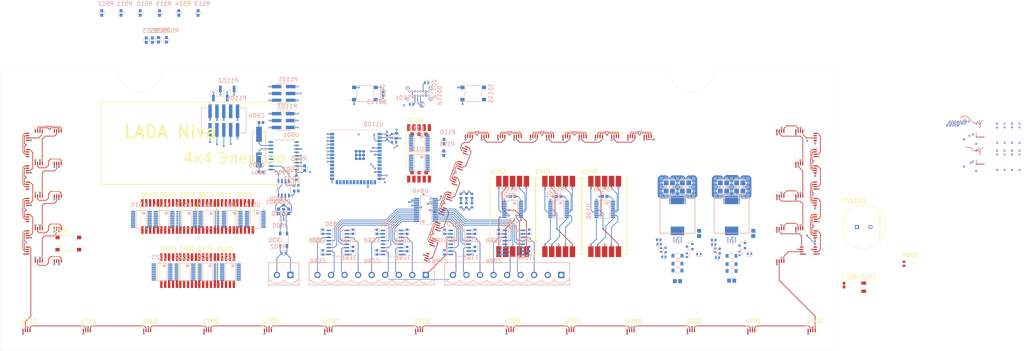
<source format=kicad_pcb>
(kicad_pcb (version 20240108) (generator "pcbnew") (generator_version "8.0")
  (layers (0 "F.Cu" signal "Top Layer") (1 "In1.Cu" signal "MidLayer1") (2 "In2.Cu" signal "MidLayer2") (31 "B.Cu" signal "Bottom Layer") (34 "B.Paste" user "Bottom Paste") (35 "F.Paste" user "Top Paste") (36 "B.SilkS" user "Bottom Overlay") (37 "F.SilkS" user "Top Overlay") (38 "B.Mask" user "Bottom Solder") (39 "F.Mask" user "Top Solder") (44 "Edge.Cuts" user))
  (net 0 "")
  (net 1 "NetU420_3")
  (net 2 "NetU400_1")
  (net 3 "NetU320_3")
  (net 4 "NetU223_3")
  (net 5 "NetU204_1")
  (net 6 "NetR1023_2")
  (net 7 "NetR1003_2")
  (net 8 "NetD1021_3")
  (net 9 "NetD1001_3")
  (net 10 "NetC1027_2")
  (net 11 "NetC1026_2")
  (net 12 "NetC1026_1")
  (net 13 "NetC1025_1")
  (net 14 "NetC1007_2")
  (net 15 "NetC1006_2")
  (net 16 "NetC1006_1")
  (net 17 "NetC1005_1")
  (net 18 "NetR523_1")
  (net 19 "NetR522_1")
  (net 20 "NetR521_1")
  (net 21 "NetR520_1")
  (net 22 "NetR515_1")
  (net 23 "NetR514_1")
  (net 24 "NetR513_1")
  (net 25 "NetR511_1")
  (net 26 "NetR510_1")
  (net 27 "NetR102_1")
  (net 28 "SDA")
  (net 29 "SCL")
  (net 30 "NetR111_1")
  (net 31 "NetR110_1")
  (net 32 "NetR512_1")
  (net 33 "NetR101_1")
  (net 34 "NetR100_1")
  (net 35 "NetD515_10")
  (net 36 "NetD515_9")
  (net 37 "NetD515_7")
  (net 38 "NetD515_6")
  (net 39 "NetD515_5")
  (net 40 "NetD515_4")
  (net 41 "NetD515_2")
  (net 42 "NetD515_1")
  (net 43 "NetD514_10")
  (net 44 "NetD514_9")
  (net 45 "NetD514_7")
  (net 46 "NetD514_6")
  (net 47 "NetD514_5")
  (net 48 "NetD514_4")
  (net 49 "NetD514_2")
  (net 50 "NetD514_1")
  (net 51 "NetD513_10")
  (net 52 "NetD513_9")
  (net 53 "NetD513_7")
  (net 54 "NetD513_6")
  (net 55 "NetD513_5")
  (net 56 "NetD513_4")
  (net 57 "NetD513_2")
  (net 58 "NetD513_1")
  (net 59 "NetD512_10")
  (net 60 "NetD512_9")
  (net 61 "NetD512_7")
  (net 62 "NetD512_6")
  (net 63 "NetD512_5")
  (net 64 "NetD512_4")
  (net 65 "NetD512_2")
  (net 66 "NetD512_1")
  (net 67 "NetD523_10")
  (net 68 "NetD523_9")
  (net 69 "NetD523_7")
  (net 70 "NetD523_6")
  (net 71 "NetD523_5")
  (net 72 "NetD523_4")
  (net 73 "NetD523_2")
  (net 74 "NetD523_1")
  (net 75 "NetD522_10")
  (net 76 "NetD522_9")
  (net 77 "NetD522_7")
  (net 78 "NetD522_6")
  (net 79 "NetD522_5")
  (net 80 "NetD522_4")
  (net 81 "NetD522_2")
  (net 82 "NetD522_1")
  (net 83 "NetD521_10")
  (net 84 "NetD521_9")
  (net 85 "NetD521_7")
  (net 86 "NetD521_6")
  (net 87 "NetD521_5")
  (net 88 "NetD521_4")
  (net 89 "NetD521_2")
  (net 90 "NetD521_1")
  (net 91 "NetD520_10")
  (net 92 "NetD520_9")
  (net 93 "NetD520_7")
  (net 94 "NetD520_6")
  (net 95 "NetD520_5")
  (net 96 "NetD520_4")
  (net 97 "NetD520_2")
  (net 98 "NetD520_1")
  (net 99 "NetD511_10")
  (net 100 "NetD511_9")
  (net 101 "NetD511_7")
  (net 102 "NetD511_6")
  (net 103 "NetD511_5")
  (net 104 "NetD511_4")
  (net 105 "NetD511_2")
  (net 106 "NetD511_1")
  (net 107 "NetD510_10")
  (net 108 "NetD510_9")
  (net 109 "NetD510_7")
  (net 110 "NetD510_6")
  (net 111 "NetD510_5")
  (net 112 "NetD510_4")
  (net 113 "NetD510_2")
  (net 114 "NetD510_1")
  (net 115 "NetD110_16")
  (net 116 "NetD110_15")
  (net 117 "NetD110_13")
  (net 118 "NetD110_12")
  (net 119 "NetD110_11")
  (net 120 "NetD110_10")
  (net 121 "NetD110_9")
  (net 122 "NetD110_8")
  (net 123 "NetD110_7")
  (net 124 "NetD110_6")
  (net 125 "NetD110_5")
  (net 126 "NetD110_4")
  (net 127 "NetD110_3")
  (net 128 "NetD110_2")
  (net 129 "NetD110_1")
  (net 130 "NetD102_10")
  (net 131 "NetD102_9")
  (net 132 "NetD102_7")
  (net 133 "NetD102_6")
  (net 134 "NetD102_5")
  (net 135 "NetD102_4")
  (net 136 "NetD102_2")
  (net 137 "NetD102_1")
  (net 138 "NetD101_10")
  (net 139 "NetD101_9")
  (net 140 "NetD101_7")
  (net 141 "NetD101_6")
  (net 142 "NetD101_5")
  (net 143 "NetD101_4")
  (net 144 "NetD101_2")
  (net 145 "NetD101_1")
  (net 146 "NetD100_10")
  (net 147 "NetD100_9")
  (net 148 "NetD100_7")
  (net 149 "NetD100_6")
  (net 150 "NetD100_5")
  (net 151 "NetD100_4")
  (net 152 "NetD100_2")
  (net 153 "NetD100_1")
  (net 154 "NetR842_1")
  (net 155 "NetR841_1")
  (net 156 "NetR840_1")
  (net 157 "SigIn15")
  (net 158 "SigIn14")
  (net 159 "SigIn13")
  (net 160 "SigIn12")
  (net 161 "SigIn11")
  (net 162 "SigIn10")
  (net 163 "SigIn09")
  (net 164 "SigIn08")
  (net 165 "SigIn07")
  (net 166 "SigIn06")
  (net 167 "SigIn05")
  (net 168 "SigIn04")
  (net 169 "SigIn03")
  (net 170 "SigIn02")
  (net 171 "SigIn01")
  (net 172 "SigIn00")
  (net 173 "NetU840_18")
  (net 174 "VBUS")
  (net 175 "MOSI")
  (net 176 "MISO")
  (net 177 "CS")
  (net 178 "NetU410_3")
  (net 179 "NetJ801_9")
  (net 180 "NetJ801_8")
  (net 181 "NetJ801_7")
  (net 182 "NetJ801_6")
  (net 183 "NetJ801_5")
  (net 184 "NetJ801_4")
  (net 185 "NetJ801_3")
  (net 186 "NetJ801_2")
  (net 187 "NetJ801_1")
  (net 188 "NetJ800_9")
  (net 189 "NetJ800_8")
  (net 190 "NetJ800_7")
  (net 191 "NetJ800_6")
  (net 192 "NetJ800_5")
  (net 193 "NetJ800_4")
  (net 194 "NetJ800_3")
  (net 195 "V-CAN_H")
  (net 196 "V-CAN_L")
  (net 197 "NetU414_3")
  (net 198 "NetU413_1")
  (net 199 "NetU412_1")
  (net 200 "NetU411_1")
  (net 201 "NetU410_1")
  (net 202 "NetU407_3")
  (net 203 "NetU314_3")
  (net 204 "NetU313_1")
  (net 205 "NetU312_1")
  (net 206 "NetU311_1")
  (net 207 "NetU310_1")
  (net 208 "NetU307_3")
  (net 209 "NetU222_3")
  (net 210 "NetU221_3")
  (net 211 "NetU220_3")
  (net 212 "NetU219_3")
  (net 213 "NetU218_3")
  (net 214 "NetU217_3")
  (net 215 "NetU216_3")
  (net 216 "NetU215_3")
  (net 217 "NetU214_3")
  (net 218 "NetU213_3")
  (net 219 "NetU212_3")
  (net 220 "NetU211_3")
  (net 221 "NetU210_3")
  (net 222 "NetU209_3")
  (net 223 "NetU208_3")
  (net 224 "NetU207_3")
  (net 225 "NetU206_3")
  (net 226 "NetU205_3")
  (net 227 "NetU204_3")
  (net 228 "NetR903_1")
  (net 229 "NetR833_2")
  (net 230 "NetR832_2")
  (net 231 "NetR831_2")
  (net 232 "NetR830_2")
  (net 233 "NetR823_2")
  (net 234 "NetR822_2")
  (net 235 "NetR821_2")
  (net 236 "NetR820_2")
  (net 237 "NetR813_2")
  (net 238 "NetR812_2")
  (net 239 "NetR811_2")
  (net 240 "NetR810_2")
  (net 241 "NetR803_2")
  (net 242 "NetR802_2")
  (net 243 "NetR801_2")
  (net 244 "NetR800_2")
  (net 245 "NetC905_2")
  (net 246 "NetC904_2")
  (net 247 "NetC900_1")
  (net 248 "KL31")
  (net 249 "KL30")
  (net 250 "NetU711_3")
  (net 251 "NetU710_3")
  (net 252 "NetU709_3")
  (net 253 "NetU708_3")
  (net 254 "NetU707_3")
  (net 255 "NetU706_3")
  (net 256 "NetU705_3")
  (net 257 "NetU704_3")
  (net 258 "NetU703_3")
  (net 259 "NetU702_3")
  (net 260 "NetU701_3")
  (net 261 "NetU700_3")
  (net 262 "NetU413_3")
  (net 263 "NetU412_3")
  (net 264 "NetU411_3")
  (net 265 "NetU312_3")
  (net 266 "NetU311_3")
  (net 267 "NetU310_3")
  (net 268 "NetU406_3")
  (net 269 "NetU405_3")
  (net 270 "NetU404_3")
  (net 271 "NetU403_3")
  (net 272 "NetU402_3")
  (net 273 "NetU401_3")
  (net 274 "NetU400_3")
  (net 275 "NetU306_3")
  (net 276 "NetU305_3")
  (net 277 "NetU304_3")
  (net 278 "NetU303_3")
  (net 279 "NetU302_3")
  (net 280 "NetU301_3")
  (net 281 "NetU300_3")
  (net 282 "TXCAN")
  (net 283 "SCLK")
  (net 284 "RXCAN")
  (net 285 "NetU901_12")
  (net 286 "CAN_H")
  (net 287 "CAN_L")
  (net 288 "USB D-")
  (net 289 "USB D+")
  (net 290 "TX")
  (net 291 "RX")
  (net 292 "NetS1101_3")
  (net 293 "NetP1100_B5")
  (net 294 "NetP1100_A5")
  (net 295 "NetC1100_2")
  (net 296 "NetC1100_1")
  (net 297 "MTMS")
  (net 298 "MTDO")
  (net 299 "MTDI")
  (net 300 "MTCK")
  (net 301 "SCK")
  (net 302 "GND")
  (net 303 "EN")
  (net 304 "5V")
  (net 305 "3V3")
  (footprint "AltiumLib_MILUTIN.PcbLib:LED_WS2812B-4020" (layer "F.Cu") (at 288.90111 119.853601 90)
    (property "Reference" "U310" (hide yes))
    (property "Value" "WS2812B-4020_2" (hide yes))
  )
  (footprint "Vault:FP-PTS645SM43SMTR92LFS-MFG" (layer "F.Cu") (at 19.00111 117.253601)
    (property "Reference" "S501")
    (property "Value" "" (hide yes))
  )
  (footprint "AltiumLib_MILUTIN.PcbLib:LED_WS2812B-4020" (layer "F.Cu") (at 160.74511 93.767601 70)
    (property "Reference" "U209" (hide yes))
    (property "Value" "WS2812B-4020_2" (hide yes))
  )
  (footprint "AltiumLib_MILUTIN.PcbLib:GS2011AG-G" (layer "F.Cu") (at 56.22144 107.253601)
    (property "Reference" "D514")
    (property "Value" "10mm 7-Segment" (hide yes))
  )
  (footprint "AltiumLib_MILUTIN.PcbLib:LED_WS2812B-4020" (layer "F.Cu") (at 204.30961 148.503601)
    (property "Reference" "U704")
    (property "Value" "WS2812B-4020_2" (hide yes))
  )
  (footprint "AltiumLib_MILUTIN.PcbLib:LED_WS2812B-4020" (layer "F.Cu") (at 293.90111 83.853601 90)
    (property "Reference" "U306" (hide yes))
    (property "Value" "WS2812B-4020_2" (hide yes))
  )
  (footprint "AltiumLib_MILUTIN.PcbLib:LED_WS2812B-4020" (layer "F.Cu") (at 156.64111 105.043601 70)
    (property "Reference" "U207" (hide yes))
    (property "Value" "WS2812B-4020_2" (hide yes))
  )
  (footprint "Vault:CAPC1206(3216)190_N" (layer "F.Cu") (at 312.67111 133.358601 90)
    (property "Reference" "C101")
    (property "Value" "CAP 47uF 10V 1206(3216)" (hide yes))
  )
  (footprint "AltiumLib_MILUTIN.PcbLib:GS2011AG-G" (layer "F.Cu") (at 49.22144 107.253601)
    (property "Reference" "D515")
    (property "Value" "10mm 7-Segment" (hide yes))
  )
  (footprint "AltiumLib_MILUTIN.PcbLib:LED_WS2812B-4020" (layer "F.Cu") (at 248.88361 148.503601)
    (property "Reference" "U702")
    (property "Value" "WS2812B-4020_2" (hide yes))
  )
  (footprint "AltiumLib_MILUTIN.PcbLib:LED_WS2812B-4020" (layer "F.Cu") (at 8.10111 98.853601)
    (property "Reference" "U412" (hide yes))
    (property "Value" "WS2812B-4020_2" (hide yes))
  )
  (footprint "AltiumLib_MILUTIN.PcbLib:LED_WS2812B-4020" (layer "F.Cu") (at 226.59661 148.503601)
    (property "Reference" "U703")
    (property "Value" "WS2812B-4020_2" (hide yes))
  )
  (footprint "AltiumLib_MILUTIN.PcbLib:GS2011AG-G" (layer "F.Cu") (at 77.22144 127.253601)
    (property "Reference" "D520")
    (property "Value" "10mm 7-Segment" (hide yes))
  )
  (footprint "AltiumLib_MILUTIN.PcbLib:LED_WS2812B-4020" (layer "F.Cu") (at 226.90111 76.853601)
    (property "Reference" "U222" (hide yes))
    (property "Value" "WS2812B-4020_2" (hide yes))
  )
  (footprint "AltiumLib_MILUTIN.PcbLib:LED_WS2812B-4020" (layer "F.Cu") (at 164.84911 82.491601 70)
    (property "Reference" "U211" (hide yes))
    (property "Value" "WS2812B-4020_2" (hide yes))
  )
  (footprint "AltiumLib_MILUTIN.PcbLib:LED_WS2812B-4020" (layer "F.Cu") (at 293.90111 119.853601 90)
    (property "Reference" "U300" (hide yes))
    (property "Value" "WS2812B-4020_2" (hide yes))
  )
  (footprint "AltiumLib_MILUTIN.PcbLib:LED_WS2812B-4020" (layer "F.Cu") (at 184.90111 76.853601)
    (property "Reference" "U215" (hide yes))
    (property "Value" "WS2812B-4020_2" (hide yes))
  )
  (footprint "AltiumLib_MILUTIN.PcbLib:LED_WS2812B-4020" (layer "F.Cu") (at 48.11861 148.503601)
    (property "Reference" "U710")
    (property "Value" "WS2812B-4020_2" (hide yes))
  )
  (footprint "AltiumLib_MILUTIN.PcbLib:LED_WS2812B-4020" (layer "F.Cu") (at 293.90111 113.853601 90)
    (property "Reference" "U301" (hide yes))
    (property "Value" "WS2812B-4020_2" (hide yes))
  )
  (footprint "AltiumLib_MILUTIN.PcbLib:LED_WS2812B-4020" (layer "F.Cu") (at 162.79711 88.129601 70)
    (property "Reference" "U210" (hide yes))
    (property "Value" "WS2812B-4020_2" (hide yes))
  )
  (footprint "AltiumLib_MILUTIN.PcbLib:LED_WS2812B-4020" (layer "F.Cu") (at 288.90111 74.853601)
    (property "Reference" "U314" (hide yes))
    (property "Value" "WS2812B-4020_2" (hide yes))
  )
  (footprint "AltiumLib_MILUTIN.PcbLib:LED_WS2812B-4020" (layer "F.Cu") (at 15.10111 110.853601)
    (property "Reference" "U421" (hide yes))
    (property "Value" "WS2812B-4020_2" (hide yes))
  )
  (footprint "AltiumLib_MILUTIN.PcbLib:LED_WS2812B-4020" (layer "F.Cu") (at 281.90111 98.853601)
    (property "Reference" "U322" (hide yes))
    (property "Value" "WS2812B-4020_2" (hide yes))
  )
  (footprint "AltiumLib_MILUTIN.PcbLib:LED_WS2812B-4020" (layer "F.Cu") (at 293.90111 77.853601 90)
    (property "Reference" "U307" (hide yes))
    (property "Value" "WS2812B-4020_2" (hide yes))
  )
  (footprint "AltiumLib_MILUTIN.PcbLib:LED_WS2812B-4020" (layer "F.Cu") (at 190.90111 76.853601)
    (property "Reference" "U216" (hide yes))
    (property "Value" "WS2812B-4020_2" (hide yes))
  )
  (footprint "AltiumLib_MILUTIN.PcbLib:LED_WS2812B-4020" (layer "F.Cu") (at 232.90111 76.853601)
    (property "Reference" "U223" (hide yes))
    (property "Value" "WS2812B-4020_2" (hide yes))
  )
  (footprint "AltiumLib_MILUTIN.PcbLib:GS2011AG-G" (layer "F.Cu") (at 70.22144 127.253601)
    (property "Reference" "D521")
    (property "Value" "10mm 7-Segment" (hide yes))
  )
  (footprint "AltiumLib_MILUTIN.PcbLib:LED_WS2812B-4020" (layer "F.Cu") (at 154.58911 110.681601 70)
    (property "Reference" "U206" (hide yes))
    (property "Value" "WS2812B-4020_2" (hide yes))
  )
  (footprint "AltiumLib_MILUTIN.PcbLib:LED_WS2812B-4020" (layer "F.Cu") (at 8.10111 74.853601)
    (property "Reference" "U414" (hide yes))
    (property "Value" "WS2812B-4020_2" (hide yes))
  )
  (footprint "AltiumLib_MILUTIN.PcbLib:LED_WS2812B-4020" (layer "F.Cu") (at 208.90111 76.853601)
    (property "Reference" "U219" (hide yes))
    (property "Value" "WS2812B-4020_2" (hide yes))
  )
  (footprint "AltiumLib_MILUTIN.PcbLib:LED_WS2812B-4020" (layer "F.Cu") (at 3.10111 83.853601 90)
    (property "Reference" "U406" (hide yes))
    (property "Value" "WS2812B-4020_2" (hide yes))
  )
  (footprint "AltiumLib_MILUTIN.PcbLib:LED_WS2812B-4020" (layer "F.Cu") (at 196.90111 76.853601)
    (property "Reference" "U217" (hide yes))
    (property "Value" "WS2812B-4020_2" (hide yes))
  )
  (footprint "AltiumLib_MILUTIN.PcbLib:LED_WS2812B-4020" (layer "F.Cu") (at 293.90111 89.853601 90)
    (property "Reference" "U305" (hide yes))
    (property "Value" "WS2812B-4020_2" (hide yes))
  )
  (footprint "AltiumLib_MILUTIN.PcbLib:GS2011AG-G" (layer "F.Cu") (at 56.22144 127.253601)
    (property "Reference" "D523")
    (property "Value" "10mm 7-Segment" (hide yes))
  )
  (footprint "AltiumLib_MILUTIN.PcbLib:GS2011AG-G" (layer "F.Cu") (at 84.22144 107.253601)
    (property "Reference" "D510")
    (property "Value" "10mm 7-Segment" (hide yes))
  )
  (footprint "AltiumLib_MILUTIN.PcbLib:LED_WS2812B-4020" (layer "F.Cu") (at 152.53711 116.319601 70)
    (property "Reference" "U205" (hide yes))
    (property "Value" "WS2812B-4020_2" (hide yes))
  )
  (footprint "AltiumLib_MILUTIN.PcbLib:LED_WS2812B-4020" (layer "F.Cu") (at 178.90111 76.853601)
    (property "Reference" "U214" (hide yes))
    (property "Value" "WS2812B-4020_2" (hide yes))
  )
  (footprint "AltiumLib_MILUTIN.PcbLib:LED_WS2812B-4020" (layer "F.Cu") (at 8.10111 86.853601)
    (property "Reference" "U413" (hide yes))
    (property "Value" "WS2812B-4020_2" (hide yes))
  )
  (footprint "AltiumLib_MILUTIN.PcbLib:LED_WS2812B-4020" (layer "F.Cu") (at 281.90111 74.853601)
    (property "Reference" "U323" (hide yes))
    (property "Value" "WS2812B-4020_2" (hide yes))
  )
  (footprint "Vault:FP-0603-L_1_6_0_1-W_0_8_0-IPC_B" (layer "F.Cu") (at 305.43211 132.596601 90)
    (property "Reference" "C100")
    (property "Value" "GMK107BJ104KAHT" (hide yes))
  )
  (footprint "AltiumLib_MILUTIN.PcbLib:LED_WS2812B-4020" (layer "F.Cu") (at 293.45761 148.503601)
    (property "Reference" "U700")
    (property "Value" "WS2812B-4020_2" (hide yes))
  )
  (footprint "AltiumLib_MILUTIN.PcbLib:LED_WS2812B-4020" (layer "F.Cu") (at 158.69311 99.405601 70)
    (property "Reference" "U208" (hide yes))
    (property "Value" "WS2812B-4020_2" (hide yes))
  )
  (footprint "AltiumLib_MILUTIN.PcbLib:LED_WS2812B-4020" (layer "F.Cu") (at 3.10111 113.853601 90)
    (property "Reference" "U401" (hide yes))
    (property "Value" "WS2812B-4020_2" (hide yes))
  )
  (footprint "AltiumLib_MILUTIN.PcbLib:GS8011AR-G" (layer "F.Cu") (at 183.03444 107.253601)
    (property "Reference" "D102")
    (property "Value" "28mm 7-Segment" (hide yes))
  )
  (footprint "AltiumLib_MILUTIN.PcbLib:LED_WS2812B-4020" (layer "F.Cu") (at 15.10111 74.853601)
    (property "Reference" "U424" (hide yes))
    (property "Value" "WS2812B-4020_2" (hide yes))
  )
  (footprint "AltiumLib_MILUTIN.PcbLib:LED_WS2812B-4020" (layer "F.Cu") (at 214.90111 76.853601)
    (property "Reference" "U220" (hide yes))
    (property "Value" "WS2812B-4020_2" (hide yes))
  )
  (footprint "AltiumLib_MILUTIN.PcbLib:GS2011AG-G" (layer "F.Cu") (at 77.22144 107.253601)
    (property "Reference" "D511")
    (property "Value" "10mm 7-Segment" (hide yes))
  )
  (footprint "AltiumLib_MILUTIN.PcbLib:LED_WS2812B-4020" (layer "F.Cu") (at 114.97961 148.503601)
    (property "Reference" "U707")
    (property "Value" "WS2812B-4020_2" (hide yes))
  )
  (footprint "AltiumLib_MILUTIN.PcbLib:LED_WS2812B-4020" (layer "F.Cu") (at 288.90111 86.853601)
    (property "Reference" "U313" (hide yes))
    (property "Value" "WS2812B-4020_2" (hide yes))
  )
  (footprint "AltiumLib_MILUTIN.PcbLib:GS2011AG-G" (layer "F.Cu") (at 63.22144 107.253601)
    (property "Reference" "D513")
    (property "Value" "10mm 7-Segment" (hide yes))
  )
  (footprint "AltiumLib_MILUTIN.PcbLib:GS2011AG-G" (layer "F.Cu") (at 63.22144 127.253601)
    (property "Reference" "D522")
    (property "Value" "10mm 7-Segment" (hide yes))
  )
  (footprint "AltiumLib_MILUTIN.PcbLib:LED_WS2812B-4020" (layer "F.Cu") (at 293.90111 101.853601 90)
    (property "Reference" "U303" (hide yes))
    (property "Value" "WS2812B-4020_2" (hide yes))
  )
  (footprint "AltiumLib_MILUTIN.PcbLib:LED_WS2812B-4020" (layer "F.Cu") (at 293.90111 95.853601 90)
    (property "Reference" "U304" (hide yes))
    (property "Value" "WS2812B-4020_2" (hide yes))
  )
  (footprint "AltiumLib_MILUTIN.PcbLib:LED_WS2812B-4020" (layer "F.Cu") (at 92.69261 148.503601)
    (property "Reference" "U708")
    (property "Value" "WS2812B-4020_2" (hide yes))
  )
  (footprint "AltiumLib_MILUTIN.PcbLib:LED_WS2812B-4020" (layer "F.Cu") (at 25.83161 148.503601)
    (property "Reference" "U711")
    (property "Value" "WS2812B-4020_2" (hide yes))
  )
  (footprint "AltiumLib_MILUTIN.PcbLib:LED_WS2812B-4020" (layer "F.Cu") (at 8.10111 110.853601)
    (property "Reference" "U411" (hide yes))
    (property "Value" "WS2812B-4020_2" (hide yes))
  )
  (footprint "AltiumLib_MILUTIN.PcbLib:LED_WS2812B-4020" (layer "F.Cu") (at 281.90111 122.853601)
    (property "Reference" "U320" (hide yes))
    (property "Value" "WS2812B-4020_2" (hide yes))
  )
  (footprint "AltiumLib_MILUTIN.PcbLib:GS2011AG-G" (layer "F.Cu") (at 70.22144 107.253601)
    (property "Reference" "D512")
    (property "Value" "10mm 7-Segment" (hide yes))
  )
  (footprint "AltiumLib_MILUTIN.PcbLib:GS4011AG-G" (layer "F.Cu") (at 148.50111 83.955601)
    (property "Reference" "D110")
    (property "Value" "19mm 14-Segment, Alphanummerical" (hide yes))
  )
  (footprint "AltiumLib_MILUTIN.PcbLib:LED_WS2812B-4020" (layer "F.Cu") (at 3.10111 89.853601 90)
    (property "Reference" "U405" (hide yes))
    (property "Value" "WS2812B-4020_2" (hide yes))
  )
  (footprint "AltiumLib_MILUTIN.PcbLib:LED_WS2812B-4020" (layer "F.Cu") (at 172.90111 76.853601)
    (property "Reference" "U213" (hide yes))
    (property "Value" "WS2812B-4020_2" (hide yes))
  )
  (footprint "AltiumLib_MILUTIN.PcbLib:LED_WS2812B-4020" (layer "F.Cu") (at 15.10111 86.853601)
    (property "Reference" "U423" (hide yes))
    (property "Value" "WS2812B-4020_2" (hide yes))
  )
  (footprint "AltiumLib_MILUTIN.PcbLib:LED_WS2812B-4020" (layer "F.Cu") (at 3.54461 148.503601)
    (property "Reference" "U712")
    (property "Value" "WS2812B-4020_2" (hide yes))
  )
  (footprint "AltiumLib_MILUTIN.PcbLib:LED_WS2812B-4020" (layer "F.Cu") (at 3.10111 95.853601 90)
    (property "Reference" "U404" (hide yes))
    (property "Value" "WS2812B-4020_2" (hide yes))
  )
  (footprint "AltiumLib_MILUTIN.PcbLib:LED_WS2812B-4020" (layer "F.Cu") (at 166.90111 76.853601)
    (property "Reference" "U212" (hide yes))
    (property "Value" "WS2812B-4020_2" (hide yes))
  )
  (footprint "AltiumLib_MILUTIN.PcbLib:LED_WS2812B-4020" (layer "F.Cu") (at 148.50111 148.503601)
    (property "Reference" "U706")
    (property "Value" "WS2812B-4020_2" (hide yes))
  )
  (footprint "AltiumLib_MILUTIN.PcbLib:LED_WS2812B-4020" (layer "F.Cu") (at 150.48511 121.957601 70)
    (property "Reference" "U204" (hide yes))
    (property "Value" "WS2812B-4020_2" (hide yes))
  )
  (footprint "AltiumLib_MILUTIN.PcbLib:LED_WS2812B-4020" (layer "F.Cu") (at 15.10111 122.853601)
    (property "Reference" "U420" (hide yes))
    (property "Value" "WS2812B-4020_2" (hide yes))
  )
  (footprint "AltiumLib_MILUTIN.PcbLib:LED_WS2812B-4020" (layer "F.Cu") (at 288.90111 98.853601)
    (property "Reference" "U312" (hide yes))
    (property "Value" "WS2812B-4020_2" (hide yes))
  )
  (footprint "AltiumLib_MILUTIN.PcbLib:GS8011AR-G" (layer "F.Cu") (at 200.03444 107.253601)
    (property "Reference" "D101")
    (property "Value" "28mm 7-Segment" (hide yes))
  )
  (footprint "AltiumLib_MILUTIN.PcbLib:LED_WS2812B-4020" (layer "F.Cu") (at 3.10111 101.853601 90)
    (property "Reference" "U403" (hide yes))
    (property "Value" "WS2812B-4020_2" (hide yes))
  )
  (footprint "AltiumLib_MILUTIN.PcbLib:LED_WS2812B-4020" (layer "F.Cu") (at 3.10111 77.853601 90)
    (property "Reference" "U407" (hide yes))
    (property "Value" "WS2812B-4020_2" (hide yes))
  )
  (footprint "AltiumLib_MILUTIN.PcbLib:GS8011AR-G" (layer "F.Cu") (at 217.03444 107.253601)
    (property "Reference" "D100")
    (property "Value" "28mm 7-Segment" (hide yes))
  )
  (footprint "AltiumLib_MILUTIN.PcbLib:LED_WS2812B-4020" (layer "F.Cu") (at 3.10111 107.853601 90)
    (property "Reference" "U402" (hide yes))
    (property "Value" "WS2812B-4020_2" (hide yes))
  )
  (footprint "AltiumLib_MILUTIN.PcbLib:LED_WS2812B-4020" (layer "F.Cu") (at 271.17061 148.503601)
    (property "Reference" "U701")
    (property "Value" "WS2812B-4020_2" (hide yes))
  )
  (footprint "AltiumLib_MILUTIN.PcbLib:LED_WS2812B-4020" (layer "F.Cu") (at 202.90111 76.853601)
    (property "Reference" "U218" (hide yes))
    (property "Value" "WS2812B-4020_2" (hide yes))
  )
  (footprint "AltiumLib_MILUTIN.PcbLib:LED_WS2812B-4020" (layer "F.Cu") (at 220.90111 76.853601)
    (property "Reference" "U221" (hide yes))
    (property "Value" "WS2812B-4020_2" (hide yes))
  )
  (footprint "AltiumLib_MILUTIN.PcbLib:LED_WS2812B-4020" (layer "F.Cu") (at 70.40561 148.503601)
    (property "Reference" "U709")
    (property "Value" "WS2812B-4020_2" (hide yes))
  )
  (footprint "AltiumLib_MILUTIN.PcbLib:LED_WS2812B-4020" (layer "F.Cu") (at 3.10111 119.853601 90)
    (property "Reference" "U400" (hide yes))
    (property "Value" "WS2812B-4020_2" (hide yes))
  )
  (footprint "AltiumLib_MILUTIN.PcbLib:LED_WS2812B-4020" (layer "F.Cu") (at 15.10111 98.853601)
    (property "Reference" "U422" (hide yes))
    (property "Value" "WS2812B-4020_2" (hide yes))
  )
  (footprint "Vault:RESC1608X55X25ML10T15" (layer "F.Cu") (at 327.53011 124.722601 90)
    (property "Reference" "R000")
    (property "Value" "RC0603JR-070RL" (hide yes))
  )
  (footprint "AltiumLib_MILUTIN.PcbLib:LED_WS2812B-4020" (layer "F.Cu") (at 8.10111 122.853601)
    (property "Reference" "U410" (hide yes))
    (property "Value" "WS2812B-4020_2" (hide yes))
  )
  (footprint "AltiumLib_MILUTIN.PcbLib:LED_WS2812B-4020" (layer "F.Cu") (at 293.90111 107.853601 90)
    (property "Reference" "U302" (hide yes))
    (property "Value" "WS2812B-4020_2" (hide yes))
  )
  (footprint "Vault:FP-SDC1610MT-01-MFG" (layer "F.Cu") (at 312.67111 111.133601)
    (property "Reference" "LS1100")
    (property "Value" "SDC1610MT-01" (hide yes))
  )
  (footprint "AltiumLib_MILUTIN.PcbLib:LED_WS2812B-4020" (layer "F.Cu") (at 281.90111 110.853601)
    (property "Reference" "U321" (hide yes))
    (property "Value" "WS2812B-4020_2" (hide yes))
  )
  (footprint "AltiumLib_MILUTIN.PcbLib:LED_WS2812B-4020" (layer "F.Cu") (at 182.02261 148.503601)
    (property "Reference" "U705")
    (property "Value" "WS2812B-4020_2" (hide yes))
  )
  (footprint "AltiumLib_MILUTIN.PcbLib:LED_WS2812B-4020" (layer "F.Cu") (at 288.90111 110.853601)
    (property "Reference" "U311" (hide yes))
    (property "Value" "WS2812B-4020_2" (hide yes))
  )
  (footprint "Vault:FP-C3216-160-0_2-IPC_B" (layer "B.Cu") (at 260.90111 97.853601 180)
    (property "Reference" "C1028" (hide yes))
    (property "Value" "22uF/35V" (hide yes))
  )
  (footprint "AltiumLib_MILUTIN.PcbLib:HARWIN_M20-8770442R" (layer "B.Cu") (at 76.40111 61.853601 180)
    (property "Reference" "P1102")
    (property "Value" "M20-8770442R" (hide yes))
  )
  (footprint "Vault:FP-CRCW0603-e3-IPC_C" (layer "B.Cu") (at 151.30111 57.853601)
    (property "Reference" "R1102")
    (property "Value" "CRCW06035K10FKEA" (hide yes))
  )
  (footprint "Vault:FP-C3216-160-0_2-IPC_B" (layer "B.Cu") (at 240.90111 94.853601 180)
    (property "Reference" "C1010" (hide yes))
    (property "Value" "22uF/35V" (hide yes))
  )
  (footprint "Vault:PW0020A_M" (layer "B.Cu") (at 62.73511 108.339601 180)
    (property "Reference" "U513")
    (property "Value" "TLC59108IPWR" (hide yes))
  )
  (footprint "Vault:FP-C3216-160-0_2-MFG" (layer "B.Cu") (at 263.90111 121.801151 180)
    (property "Reference" "C1023" (hide yes))
    (property "Value" "47uF/25V" (hide yes))
  )
  (footprint "Vault:PW0020A_M" (layer "B.Cu") (at 88.00811 108.339601 180)
    (property "Reference" "U510")
    (property "Value" "TLC59108IPWR" (hide yes))
  )
  (footprint "Vault:FP-AC0603-IPC_B" (layer "B.Cu") (at 124.10111 119.271301 -90)
    (property "Reference" "R831")
    (property "Value" "AC0603FR-071KL" (hide yes))
  )
  (footprint "Vault:FP-RC0603-0_55-IPC_C" (layer "B.Cu") (at 266.82411 120.912601 -90)
    (property "Reference" "R1021" (hide yes))
    (property "Value" "20k/1%" (hide yes))
  )
  (footprint "Vault:CAPC2013X135X45ML10T25" (layer "B.Cu") (at 243.90111 131.145951)
    (property "Reference" "C1004" (hide yes))
    (property "Value" "0.1uF/50V" (hide yes))
  )
  (footprint "Vault:FP-RC0603-0_55-IPC_C" (layer "B.Cu") (at 270.50711 121.039601 180)
    (property "Reference" "R1022" (hide yes))
    (property "Value" "20k/1%" (hide yes))
  )
  (footprint "Vault:PW0020A_M" (layer "B.Cu") (at 45.97111 108.339601 180)
    (property "Reference" "U515")
    (property "Value" "TLC59108IPWR" (hide yes))
  )
  (footprint "Vault:FP-C3216-160-0_2-IPC_B" (layer "B.Cu") (at 266.90111 97.853601)
    (property "Reference" "C1029" (hide yes))
    (property "Value" "22uF/35V" (hide yes))
  )
  (footprint "AltiumLib_MILUTIN.PcbLib:TPS51386" (layer "B.Cu") (at 243.90111 115.853601 90)
    (property "Reference" "U1000" (hide yes))
    (property "Value" "TPS51385" (hide yes))
  )
  (footprint "Vault:FP-CRCW0603-e3-IPC_A" (layer "B.Cu") (at 96.60111 105.353601 90)
    (property "Reference" "R901")
    (property "Value" "CRCW06034K70FKEA" (hide yes))
  )
  (footprint "Vault:FP-CRCW0603-e3-IPC_A" (layer "B.Cu") (at 31.34305 32.122121 90)
    (property "Reference" "R512")
    (property "Value" "680Ω" (hide yes))
  )
  (footprint "AltiumLib_MILUTIN.PcbLib:IHLP5050CEER1R5M01" (layer "B.Cu") (at 263.90111 106.853601 90)
    (property "Reference" "L1021" (hide yes))
    (property "Value" "IHLP5050CEER1R5M01" (hide yes))
  )
  (footprint "Vault:TECO-5-146130-2_V" (layer "B.Cu") (at 98.50111 71.853601 -90)
    (property "Reference" "P1103")
    (property "Value" "5-146130-2" (hide yes))
  )
  (footprint "Vault:FP-RC0603-0_55-IPC_C" (layer "B.Cu") (at 237.86811 119.642601 90)
    (property "Reference" "R1005" (hide yes))
    (property "Value" "20K/1%" (hide yes))
  )
  (footprint "Vault:FP-PTS645SM43SMTR92LFS-MFG" (layer "B.Cu") (at 168.50111 61.853601)
    (property "Reference" "S1101")
    (property "Value" "" (hide yes))
  )
  (footprint "Vault:FP-PTS645SM43SMTR92LFS-MFG" (layer "B.Cu") (at 128.50111 61.853601)
    (property "Reference" "S1100")
    (property "Value" "" (hide yes))
  )
  (footprint "Vault:FP-AC0603-IPC_B" (layer "B.Cu") (at 157.90111 112.901901 -90)
    (property "Reference" "R813")
    (property "Value" "AC0603FR-071KL" (hide yes))
  )
  (footprint "Vault:FP-C3216-160-0_2-IPC_B" (layer "B.Cu") (at 266.90111 94.853601)
    (property "Reference" "C1031" (hide yes))
    (property "Value" "22uF/35V" (hide yes))
  )
  (footprint "Vault:FP-318-MFG" (layer "B.Cu") (at 98.50111 109.353601 90)
    (property "Reference" "D900")
    (property "Value" "ESDONCAN1LT3G" (hide yes))
  )
  (footprint "Vault:FP-C3216-160-0_2-IPC_B" (layer "B.Cu") (at 260.90111 94.853601 180)
    (property "Reference" "C1030" (hide yes))
    (property "Value" "22uF/35V" (hide yes))
  )
  (footprint "Vault:CAPC1608X90X35ML10T15" (layer "B.Cu") (at 103.15111 95.853601 180)
    (property "Reference" "C902")
    (property "Value" "GRM188R71H104KA93D" (hide yes))
  )
  (footprint "Vault:FP-NS0016A-IPC_C" (layer "B.Cu") (at 118.50111 116.853601 180)
    (property "Reference" "U830")
    (property "Value" "CD40109BQNSR" (hide yes))
  )
  (footprint "Vault:PW0020A_M" (layer "B.Cu") (at 70.86311 108.339601 180)
    (property "Reference" "U512")
    (property "Value" "TLC59108IPWR" (hide yes))
  )
  (footprint "Vault:FP-AC0603-IPC_B" (layer "B.Cu") (at 112.90111 112.901901 -90)
    (property "Reference" "R833")
    (property "Value" "AC0603FR-071KL" (hide yes))
  )
  (footprint "Vault:FP-RC0603-0_55-IPC_C" (layer "B.Cu") (at 251.83811 121.166601 180)
    (property "Reference" "R1002" (hide yes))
    (property "Value" "20k/1%" (hide yes))
  )
  (footprint "Vault:CAPC1608X90X35ML10T15" (layer "B.Cu") (at 103.15111 97.853601 180)
    (property "Reference" "C901")
    (property "Value" "GRM188R71H104KA93D" (hide yes))
  )
  (footprint "Vault:PW0020A_M" (layer "B.Cu") (at 62.10011 127.770601 180)
    (property "Reference" "U522")
    (property "Value" "TLC59108IPWR" (hide yes))
  )
  (footprint "Vault:FP-CRCW0603-e3-IPC_A" (layer "B.Cu") (at 38.45505 32.122121 90)
    (property "Reference" "R511")
    (property "Value" "680Ω" (hide yes))
  )
  (footprint "Vault:CAPC2013X135X45ML10T25" (layer "B.Cu") (at 263.90111 130.946051)
    (property "Reference" "C1024" (hide yes))
    (property "Value" "0.1uF/50V" (hide yes))
  )
  (footprint "Vault:FP-AC0603-IPC_B" (layer "B.Cu") (at 177.90111 120.521901 -90)
    (property "Reference" "R802")
    (property "Value" "AC0603FR-071KL" (hide yes))
  )
  (footprint "Vault:FP-CRCW0603-e3-IPC_A" (layer "B.Cu") (at 45.56705 32.122121 90)
    (property "Reference" "R510")
    (property "Value" "680Ω" (hide yes))
  )
  (footprint "Vault:PW0020A_M" (layer "B.Cu") (at 78.86411 127.770601 180)
    (property "Reference" "U520")
    (property "Value" "TLC59108IPWR" (hide yes))
  )
  (footprint "Vault:FP-C3216-160-0_2-IPC_B" (layer "B.Cu") (at 246.90111 94.853601)
    (property "Reference" "C1011" (hide yes))
    (property "Value" "22uF/35V" (hide yes))
  )
  (footprint "Vault:ESP32WroomS3" (layer "B.Cu") (at 133.90111 76.853601 180)
    (property "Reference" "U1100")
    (property "Value" "ESP32WroomS3" (hide yes))
  )
  (footprint "Vault:ONSC-SOT-23-3-318-08_V" (layer "B.Cu") (at 267.84011 117.991601 180)
    (property "Reference" "D1021" (hide yes))
    (property "Value" "MMBZ5231BLT1G" (hide yes))
  )
  (footprint "AltiumLib_MILUTIN.PcbLib:CTB9302-9" (layer "B.Cu") (at 181.00111 128.853601 180)
    (property "Reference" "J800")
    (property "Value" "CTB9302/9" (hide yes))
  )
  (footprint "Vault:PW0020A_M" (layer "B.Cu") (at 53.59111 127.770601 180)
    (property "Reference" "U523")
    (property "Value" "TLC59108IPWR" (hide yes))
  )
  (footprint "Vault:TECO-5-146130-2_V" (layer "B.Cu") (at 98.50111 61.853601 -90)
    (property "Reference" "P1101")
    (property "Value" "5-146130-2" (hide yes))
  )
  (footprint "Vault:FP-CRCW0603-e3-IPC_A" (layer "B.Cu") (at 50.05605 42.155121 90)
    (property "Reference" "R522")
    (property "Value" "680Ω" (hide yes))
  )
  (footprint "AltiumLib_MILUTIN.PcbLib:CTB9302-2" (layer "B.Cu") (at 98.50111 128.853601 180)
    (property "Reference" "J900")
    (property "Value" "CTB9302/2" (hide yes))
  )
  (footprint "Vault:FP-NS0016A-IPC_C" (layer "B.Cu") (at 163.50111 116.853601 180)
    (property "Reference" "U810")
    (property "Value" "CD40109BQNSR" (hide yes))
  )
  (footprint "Vault:FP-C0603C-CF-MFG" (layer "B.Cu") (at 257.28711 117.614601)
    (property "Reference" "C1027" (hide yes))
    (property "Value" "22pF/16V" (hide yes))
  )
  (footprint "Vault:FP-CRCW0603-e3-IPC_A" (layer "B.Cu") (at 52.29804 42.028121 90)
    (property "Reference" "R521")
    (property "Value" "680Ω" (hide yes))
  )
  (footprint "Vault:FP-C0603-CG-MFG" (layer "B.Cu") (at 258.68711 122.436601 180)
    (property "Reference" "C1025" (hide yes))
    (property "Value" "1uF/10V" (hide yes))
  )
  (footprint "Vault:FP-CGA3E-0_3-0_1-MFG" (layer "B.Cu") (at 136.64911 78.113601 90)
    (property "Reference" "C1101" (hide yes))
    (property "Value" "1uF" (hide yes))
  )
  (footprint "Vault:FP-CRCW0603-e3-IPC_A" (layer "B.Cu") (at 106.29611 89.416601 -90)
    (property "Reference" "R903")
    (property "Value" "CRCW06034K70FKEA" (hide yes))
  )
  (footprint "Vault:FP-AC0603-IPC_B" (layer "B.Cu") (at 177.90111 112.901901 -90)
    (property "Reference" "R803")
    (property "Value" "AC0603FR-071KL" (hide yes))
  )
  (footprint "Vault:FP-RC0603-0_55-IPC_C" (layer "B.Cu") (at 247.39311 121.547601 -90)
    (property "Reference" "R1001" (hide yes))
    (property "Value" "20k/1%" (hide yes))
  )
  (footprint "Vault:FP-CRCW0603-e3-IPC_A" (layer "B.Cu") (at 183.03444 99.853601 180)
    (property "Reference" "R102")
    (property "Value" "680Ω" (hide yes))
  )
  (footprint "Vault:SMTC-HTSS-105-01-X-DV" (layer "B.Cu") (at 76.40111 71.853601)
    (property "Reference" "P1104")
    (property "Value" "HTSS-105-01-L-DV" (hide yes))
  )
  (footprint "Vault:FP-C04-051-MFG" (layer "B.Cu") (at 98.50111 84.853601)
    (property "Reference" "U901")
    (property "Value" "MCP2515-I/SO" (hide yes))
  )
  (footprint "Vault:PW0020A_M" (layer "B.Cu") (at 148.58711 87.592101 180)
    (property "Reference" "U111")
    (property "Value" "TLC59108IPWR" (hide yes))
  )
  (footprint "Vault:FP-C3216-160-0_2-MFG" (layer "B.Cu") (at 243.90111 121.755501 180)
    (property "Reference" "C1003" (hide yes))
    (property "Value" "47uF/25V" (hide yes))
  )
  (footprint "Vault:RESC1608X55X25ML10T15" (layer "B.Cu") (at 168.02611 99.672601 90)
    (property "Reference" "R842" (hide yes))
    (property "Value" "RC0603JR-070RL" (hide yes))
  )
  (footprint "Vault:FP-CRCW0603-e3-MFG" (layer "B.Cu") (at 98.50111 120.853601)
    (property "Reference" "R902")
    (property "Value" "CRCW0603120RFKEA" (hide yes))
  )
  (footprint "Vault:FP-C3216-160-0_2-IPC_B" (layer "B.Cu") (at 240.90111 97.853601 180)
    (property "Reference" "C1008" (hide yes))
    (property "Value" "22uF/35V" (hide yes))
  )
  (footprint "Vault:CAPC1608X90X35ML10T15" (layer "B.Cu") (at 90.12611 72.551601 180)
    (property "Reference" "C904")
    (property "Value" "GRM1885C1H220JA01D" (hide yes))
  )
  (footprint "Vault:RESC1608X55X25ML10T15" (layer "B.Cu") (at 165.99411 99.672601 90)
    (property "Reference" "R841" (hide yes))
    (property "Value" "RC0603JR-070RL" (hide yes))
  )
  (footprint "Vault:FP-CRCW0603-e3-IPC_A" (layer "B.Cu") (at 52.67905 32.122121 90)
    (property "Reference" "R515")
    (property "Value" "680Ω" (hide yes))
  )
  (footprint "Vault:PW0020A_M" (layer "B.Cu") (at 70.48211 127.770601 180)
    (property "Reference" "U521")
    (property "Value" "TLC59108IPWR" (hide yes))
  )
  (footprint "Vault:FP-CRCW0603-e3-IPC_A" (layer "B.Cu") (at 66.90305 32.122121 90)
    (property "Reference" "R513")
    (property "Value" "680Ω" (hide yes))
  )
  (footprint "Vault:RESC1608X55X30NL15T15" (layer "B.Cu") (at 257.28711 115.959601 180)
    (property "Reference" "R1024" (hide yes))
    (property "Value" "150K" (hide yes))
  )
  (footprint "Vault:FP-AC0603-IPC_B" (layer "B.Cu") (at 169.10111 112.901901 -90)
    (property "Reference" "R810")
    (property "Value" "AC0603FR-071KL" (hide yes))
  )
  (footprint "Vault:FP-DRL0006A-MFG" (layer "B.Cu") (at 149.47611 65.921601 -90)
    (property "Reference" "D1100" (hide yes))
    (property "Value" "TPD2E1B06DRLR" (hide yes))
  )
  (footprint "Vault:FP-CRCW0603-e3-IPC_A" (layer "B.Cu") (at 157.60411 83.902211 90)
    (property "Reference" "R111")
    (property "Value" "680Ω" (hide yes))
  )
  (footprint "Vault:PW0020A_M" (layer "B.Cu") (at 183.03444 104.628601 180)
    (property "Reference" "U102")
    (property "Value" "TLC59108IPWR" (hide yes))
  )
  (footprint "AltiumLib_MILUTIN.PcbLib:IHLP5050CEER1R5M01" (layer "B.Cu") (at 243.90111 106.853601 90)
    (property "Reference" "L1001" (hide yes))
    (property "Value" "IHLP5050CEER1R5M01" (hide yes))
  )
  (footprint "Vault:FP-C0603C-CF-MFG" (layer "B.Cu") (at 237.10611 117.483601)
    (property "Reference" "C1007" (hide yes))
    (property "Value" "22pF/16V" (hide yes))
  )
  (footprint "Vault:FP-AC0603-IPC_B" (layer "B.Cu") (at 189.10111 112.901901 -90)
    (property "Reference" "R800")
    (property "Value" "AC0603FR-071KL" (hide yes))
  )
  (footprint "Vault:PW0020A_M" (layer "B.Cu") (at 54.35311 108.339601 180)
    (property "Reference" "U514")
    (property "Value" "TLC59108IPWR" (hide yes))
  )
  (footprint "Vault:FP-RC0603-0_55-IPC_C" (layer "B.Cu") (at 257.88711 119.769601 90)
    (property "Reference" "R1025" (hide yes))
    (property "Value" "20K/1%" (hide yes))
  )
  (footprint "Vault:RESC1608X55X25ML10T15" (layer "B.Cu") (at 163.96211 99.672601 90)
    (property "Reference" "R840" (hide yes))
    (property "Value" "RC0603JR-070RL" (hide yes))
  )
  (footprint "Vault:FP-C3216-160-0_2-MFG" (layer "B.Cu") (at 263.90111 127.389601 180)
    (property "Reference" "C1021" (hide yes))
    (property "Value" "47uF/25V" (hide yes))
  )
  (footprint "Vault:FP-AC0603-IPC_B" (layer "B.Cu") (at 132.90111 120.521901 -90)
    (property "Reference" "R822")
    (property "Value" "AC0603FR-071KL" (hide yes))
  )
  (footprint "Vault:FP-NS0016A-IPC_C" (layer "B.Cu") (at 138.50111 116.853601 180)
    (property "Reference" "U820")
    (property "Value" "CD40109BQNSR" (hide yes))
  )
  (footprint "Vault:FP-CRCW0603-e3-IPC_A" (layer "B.Cu") (at 157.73111 79.584211 90)
    (property "Reference" "R110")
    (property "Value" "680Ω" (hide yes))
  )
  (footprint "Vault:CAPC1608X90X35ML10T15" (layer "B.Cu") (at 103.20111 92.972601 90)
    (property "Reference" "C903")
    (property "Value" "GRM188R71H104KA93D" (hide yes))
  )
  (footprint "Vault:FP-RC0603-0_55-MFG" (layer "B.Cu") (at 239.51911 119.642601 90)
    (property "Reference" "R1003" (hide yes))
    (property "Value" "RC0603FR-07100KL" (hide yes))
  )
  (footprint "Vault:FP-CRCW0603-e3-IPC_A" (layer "B.Cu") (at 55.21904 42.028121 90)
    (property "Reference" "R520")
    (property "Value" "680Ω" (hide yes))
  )
  (footprint "Vault:FP-CRCW0603-e3-IPC_A" (layer "B.Cu") (at 200.03444 99.853601 180)
    (property "Reference" "R101")
    (property "Value" "680Ω" (hide yes))
  )
  (footprint "Vault:FP-C3216-160-0_2-MFG" (layer "B.Cu") (at 243.90111 124.668951 180)
    (property "Reference" "C1002" (hide yes))
    (property "Value" "47uF/25V" (hide yes))
  )
  (footprint "Vault:FP-CRCW0603-e3-IPC_C" (layer "B.Cu") (at 145.70111 65.853601 180)
    (property "Reference" "R1101")
    (property "Value" "CRCW06035K10FKEA" (hide yes))
  )
  (footprint "Vault:FP-ABLS-MFG" (layer "B.Cu") (at 89.40111 81.678601 -90)
    (property "Reference" "Y900")
    (property "Value" "ABLS-16.000MHZ-K4T" (hide yes))
  )
  (footprint "Vault:FP-AC0603-IPC_B" (layer "B.Cu") (at 112.90111 120.521901 -90)
    (property "Reference" "R832")
    (property "Value" "AC0603FR-071KL" (hide yes))
  )
  (footprint "Vault:CAPC2013X135X45ML10T25" (layer "B.Cu") (at 271.90111 113.518601 -90)
    (property "Reference" "C1026" (hide yes))
    (property "Value" "0.1uF/50V" (hide yes))
  )
  (footprint "Vault:FP-0603-L_1_6_0_1-W_0_8_0-IPC_B" (layer "B.Cu") (at 135.25211 61.853601 -90)
    (property "Reference" "C1100")
    (property "Value" "GMK107BJ104KAHT" (hide yes))
  )
  (footprint "Vault:FP-CGA3E-0_3-0_1-MFG" (layer "B.Cu") (at 138.42711 77.478601 90)
    (property "Reference" "C1102" (hide yes))
    (property "Value" "1uF" (hide yes))
  )
  (footprint "Vault:FP-C3216-160-0_2-IPC_B" (layer "B.Cu") (at 246.90111 97.853601)
    (property "Reference" "C1009" (hide yes))
    (property "Value" "22uF/35V" (hide yes))
  )
  (footprint "Vault:FP-CRCW0603-e3-IPC_A" (layer "B.Cu") (at 59.79105 32.122121 90)
    (property "Reference" "R514")
    (property "Value" "680Ω" (hide yes))
  )
  (footprint "Vault:FP-RC0603-0_55-MFG" (layer "B.Cu") (at 259.48711 120.023601 90)
    (property "Reference" "R1023" (hide yes))
    (property "Value" "RC0603FR-07100KL" (hide yes))
  )
  (footprint "Vault:RESC1609X50X30NL10T20" (layer "B.Cu") (at 236.97911 115.832601 180)
    (property "Reference" "R1004" (hide yes))
    (property "Value" "91k" (hide yes))
  )
  (footprint "Vault:FP-CRCW0603-e3-IPC_A" (layer "B.Cu") (at 217.03444 99.853601 180)
    (property "Reference" "R100")
    (property "Value" "680Ω" (hide yes))
  )
  (footprint "Vault:PW0020A_M" (layer "B.Cu") (at 200.03444 104.628601 180)
    (property "Reference" "U101")
    (property "Value" "TLC59108IPWR" (hide yes))
  )
  (footprint "Vault:CAPC1608X90X35ML10T15" (layer "B.Cu") (at 98.50111 103.853601 -90)
    (property "Reference" "C900")
    (property "Value" "GRM188R71H472KA01D" (hide yes))
  )
  (footprint "Vault:RESC1608X55X25ML10T15" (layer "B.Cu") (at 163.96211 103.132601 90)
    (property "Reference" "R843" (hide yes))
    (property "Value" "RC0603JR-070RL" (hide yes))
  )
  (footprint "Vault:FP-CRCW0603-e3-IPC_A" (layer "B.Cu") (at 47.77005 42.155121 90)
    (property "Reference" "R523")
    (property "Value" "680Ω" (hide yes))
  )
  (footprint "Vault:TYPEC-300D-BCP16H100-Footprint-1" (layer "B.Cu") (at 148.50111 61.853601)
    (property "Reference" "P1100")
    (property "Value" "TYPEC-300D-BCP16H100" (hide yes))
  )
  (footprint "Vault:FP-CRCW0603-e3-IPC_A" (layer "B.Cu") (at 100.40111 105.353601 -90)
    (property "Reference" "R900")
    (property "Value" "CRCW06034K70FKEA" (hide yes))
  )
  (footprint "AltiumLib_MILUTIN.PcbLib:CTB9302-9" (layer "B.Cu") (at 131.00111 128.853601 180)
    (property "Reference" "J801")
    (property "Value" "CTB9302/9" (hide yes))
  )
  (footprint "Vault:CAPC1608X90X35ML10T15" (layer "B.Cu") (at 90.12611 90.853601 180)
    (property "Reference" "C905")
    (property "Value" "GRM1885C1H220JA01D" (hide yes))
  )
  (footprint "Vault:RESC1608X55X25ML10T15" (layer "B.Cu") (at 165.99411 103.132601 90)
    (property "Reference" "R844" (hide yes))
    (property "Value" "RC0603JR-070RL" (hide yes))
  )
  (footprint "Vault:FP-AC0603-IPC_B" (layer "B.Cu") (at 124.10111 112.901901 -90)
    (property "Reference" "R830")
    (property "Value" "AC0603FR-071KL" (hide yes))
  )
  (footprint "Vault:FP-C04-057-SN-MFG" (layer "B.Cu") (at 98.50111 96.853601 -90)
    (property "Reference" "U900")
    (property "Value" "MCP2562FDT-E/SN" (hide yes))
  )
  (footprint "Vault:PW0020A_M" (layer "B.Cu") (at 79.49911 108.339601 180)
    (property "Reference" "U511")
    (property "Value" "TLC59108IPWR" (hide yes))
  )
  (footprint "Vault:FP-AC0603-IPC_B" (layer "B.Cu") (at 144.10111 119.271301 -90)
    (property "Reference" "R821")
    (property "Value" "AC0603FR-071KL" (hide yes))
  )
  (footprint "Vault:PW0020A_M" (layer "B.Cu") (at 217.03444 104.628601 180)
    (property "Reference" "U100")
    (property "Value" "TLC59108IPWR" (hide yes))
  )
  (footprint "AltiumLib_MILUTIN.PcbLib:TPS51386" (layer "B.Cu") (at 263.90111 115.853601 90)
    (property "Reference" "U1020" (hide yes))
    (property "Value" "TPS51385" (hide yes))
  )
  (footprint "Vault:FP-AC0603-IPC_B" (layer "B.Cu") (at 169.10111 119.271301 -90)
    (property "Reference" "R811")
    (property "Value" "AC0603FR-071KL" (hide yes))
  )
  (footprint "Vault:CAPC0805(2012)145_L" (layer "B.Cu") (at 140.20511 77.478601 -90)
    (property "Reference" "C1103" (hide yes))
    (property "Value" "Capacitor 22µF +/-40% 16V 0805" (hide yes))
  )
  (footprint "Vault:ONSC-SOT-23-3-318-08_V" (layer "B.Cu") (at 248.40911 118.372601 180)
    (property "Reference" "D1001" (hide yes))
    (property "Value" "MMBZ5231BLT1G" (hide yes))
  )
  (footprint "Vault:SSOP-SS28_N" (layer "B.Cu") (at 151.00111 104.853601)
    (property "Reference" "U840")
    (property "Value" "MCP23017-E/SS" (hide yes))
  )
  (footprint "Vault:FP-C0603-CG-MFG" (layer "B.Cu") (at 238.88411 122.182601 180)
    (property "Reference" "C1005" (hide yes))
    (property "Value" "1uF/10V" (hide yes))
  )
  (footprint "Vault:FP-AC0603-IPC_B" (layer "B.Cu") (at 132.90111 112.901901 -90)
    (property "Reference" "R823")
    (property "Value" "AC0603FR-071KL" (hide yes))
  )
  (footprint "Vault:FP-AC0603-IPC_B" (layer "B.Cu") (at 189.10111 119.271301 -90)
    (property "Reference" "R801")
    (property "Value" "AC0603FR-071KL" (hide yes))
  )
  (footprint "Vault:FP-C3216-160-0_2-MFG" (layer "B.Cu") (at 243.90111 127.216951 180)
    (property "Reference" "C1001" (hide yes))
    (property "Value" "47uF/25V" (hide yes))
  )
  (footprint "Vault:FP-AC0603-IPC_B" (layer "B.Cu") (at 144.10111 112.901901 -90)
    (property "Reference" "R820")
    (property "Value" "AC0603FR-071KL" (hide yes))
  )
  (footprint "Vault:FP-CRCW0603-e3-MFG" (layer "B.Cu") (at 139.31611 79.891601 180)
    (property "Reference" "R1100" (hide yes))
    (property "Value" "1kΩ" (hide yes))
  )
  (footprint "Vault:RESC1608X55X25ML10T15" (layer "B.Cu") (at 168.01811 103.132601 90)
    (property "Reference" "R845" (hide yes))
    (property "Value" "RC0603JR-070RL" (hide yes))
  )
  (footprint "Vault:PW0020A_M" (layer "B.Cu") (at 148.58711 80.099101 180)
    (property "Reference" "U110")
    (property "Value" "TLC59108IPWR" (hide yes))
  )
  (footprint "Vault:FP-ACT45B-MFG" (layer "B.Cu") (at 98.50111 115.853601 -90)
    (property "Reference" "L900")
    (property "Value" "ACT45B-101-2P-TL003" (hide yes))
  )
  (footprint "Vault:CAPC2013X135X45ML10T25" (layer "B.Cu") (at 251.90111 113.518601 -90)
    (property "Reference" "C1006" (hide yes))
    (property "Value" "0.1uF/50V" (hide yes))
  )
  (footprint "Vault:FP-AC0603-IPC_B" (layer "B.Cu") (at 157.90111 120.521901 -90)
    (property "Reference" "R812")
    (property "Value" "AC0603FR-071KL" (hide yes))
  )
  (footprint "Vault:FP-NS0016A-IPC_C" (layer "B.Cu") (at 183.50111 116.853601 180)
    (property "Reference" "U800")
    (property "Value" "CD40109BQNSR" (hide yes))
  )
  (footprint "Vault:FP-C3216-160-0_2-MFG" (layer "B.Cu") (at 263.90111 124.841601 180)
    (property "Reference" "C1022" (hide yes))
    (property "Value" "47uF/25V" (hide yes))
  )
  (gr_line (start 355.30359 73.329601) (end 355.39145 73.241731) (stroke (width 0.15)) (layer "F.Cu"))
  (gr_line (start 353.21196 82.989451) (end 353.98696 82.989451) (stroke (width 0.15)) (layer "F.Cu"))
  (gr_line (start 355.70211 84.104611) (end 355.70211 82.717271) (stroke (width 0.15)) (layer "F.Cu"))
  (gr_line (start 349.45211 72.204601) (end 349.97711 71.679601) (stroke (width 0.15)) (layer "F.Cu"))
  (gr_line (start 354.20211 77.954601) (end 354.20211 76.354601) (stroke (width 0.15)) (layer "F.Cu"))
  (gr_line (start 355.55401 84.252711) (end 355.70211 84.104611) (stroke (width 0.15)) (layer "F.Cu"))
  (gr_line (start 349.97711 71.679601) (end 349.97711 70.954601) (stroke (width 0.15)) (layer "F.Cu"))
  (gr_line (start 354.20211 77.954601) (end 354.20238 77.954341) (stroke (width 0.254)) (layer "F.Cu"))
  (gr_line (start 355.52711 74.454601) (end 355.58861 74.393101) (stroke (width 0.15)) (layer "F.Cu"))
  (gr_line (start 355.55401 84.393101) (end 355.55401 84.252711) (stroke (width 0.15)) (layer "F.Cu"))
  (gr_line (start 349.17711 70.204601) (end 350.67711 70.204601) (stroke (width 0.15)) (layer "F.Cu"))
  (gr_line (start 355.35211 84.454601) (end 355.49251 84.454601) (stroke (width 0.15)) (layer "F.Cu"))
  (gr_line (start 348.42711 70.954601) (end 349.17711 70.204601) (stroke (width 0.15)) (layer "F.Cu"))
  (gr_line (start 354.20392 87.933601) (end 357.17937 87.933601) (stroke (width 0.254)) (layer "F.Cu"))
  (gr_line (start 354.20211 87.933601) (end 354.20211 86.354601) (stroke (width 0.15)) (layer "F.Cu"))
  (gr_line (start 350.17711 81.704601) (end 351.92711 81.704601) (stroke (width 0.15)) (layer "F.Cu"))
  (gr_line (start 354.19338 87.944141) (end 354.20392 87.933601) (stroke (width 0.254)) (layer "F.Cu"))
  (gr_line (start 355.70211 82.717271) (end 356.71871 81.700671) (stroke (width 0.15)) (layer "F.Cu"))
  (gr_line (start 351.95211 81.729601) (end 353.21196 82.989451) (stroke (width 0.15)) (layer "F.Cu"))
  (gr_line (start 350.67711 70.204601) (end 351.42711 70.954601) (stroke (width 0.15)) (layer "F.Cu"))
  (gr_line (start 355.70211 72.711071) (end 356.71871 71.694471) (stroke (width 0.15)) (layer "F.Cu"))
  (gr_line (start 357.17937 87.933601) (end 357.20037 87.954601) (stroke (width 0.254)) (layer "F.Cu"))
  (gr_line (start 354.20211 88.229601) (end 354.20211 87.933601) (stroke (width 0.15)) (layer "F.Cu"))
  (gr_line (start 355.25211 73.329601) (end 355.30359 73.329601) (stroke (width 0.15)) (layer "F.Cu"))
  (gr_line (start 353.84466 72.704601) (end 354.20211 73.062061) (stroke (width 0.15)) (layer "F.Cu"))
  (gr_line (start 354.17521 83.527701) (end 354.20211 83.554601) (stroke (width 0.15)) (layer "F.Cu"))
  (gr_line (start 353.17711 72.704601) (end 353.84466 72.704601) (stroke (width 0.15)) (layer "F.Cu"))
  (gr_line (start 355.70211 74.204601) (end 355.70211 72.711071) (stroke (width 0.15)) (layer "F.Cu"))
  (gr_line (start 354.20238 77.954341) (end 355.69005 77.954341) (stroke (width 0.254)) (layer "F.Cu"))
  (gr_line (start 355.49251 84.454601) (end 355.55401 84.393101) (stroke (width 0.15)) (layer "F.Cu"))
  (gr_line (start 355.39145 73.241731) (end 355.39145 71.918951) (stroke (width 0.15)) (layer "F.Cu"))
  (gr_line (start 355.58861 74.318101) (end 355.70211 74.204601) (stroke (width 0.15)) (layer "F.Cu"))
  (gr_line (start 351.92711 81.704601) (end 351.95211 81.729601) (stroke (width 0.15)) (layer "F.Cu"))
  (gr_line (start 354.20211 73.554601) (end 354.20211 73.062061) (stroke (width 0.15)) (layer "F.Cu"))
  (gr_line (start 355.20211 83.554601) (end 355.20211 81.695471) (stroke (width 0.15)) (layer "F.Cu"))
  (gr_line (start 355.20211 81.695471) (end 355.20851 81.689071) (stroke (width 0.15)) (layer "F.Cu"))
  (gr_line (start 353.98696 82.989451) (end 354.17521 83.177701) (stroke (width 0.15)) (layer "F.Cu"))
  (gr_line (start 355.69005 77.954341) (end 357.19005 77.954341) (stroke (width 0.254)) (layer "F.Cu"))
  (gr_line (start 355.20211 73.379601) (end 355.25211 73.329601) (stroke (width 0.15)) (layer "F.Cu"))
  (gr_line (start 351.42711 70.954601) (end 353.17711 72.704601) (stroke (width 0.15)) (layer "F.Cu"))
  (gr_line (start 355.20211 73.554601) (end 355.20211 73.379601) (stroke (width 0.15)) (layer "F.Cu"))
  (gr_line (start 355.35211 74.454601) (end 355.52711 74.454601) (stroke (width 0.15)) (layer "F.Cu"))
  (gr_line (start 355.17711 71.704601) (end 355.39145 71.918951) (stroke (width 0.15)) (layer "F.Cu"))
  (gr_line (start 355.58861 74.393101) (end 355.58861 74.318101) (stroke (width 0.15)) (layer "F.Cu"))
  (gr_line (start 354.17521 83.527701) (end 354.17521 83.177701) (stroke (width 0.15)) (layer "F.Cu"))
  (gr_line (start 137.30111 130.503601) (end 159.70111 130.503601) (stroke (width 0.2)) (layer "B.Cu"))
  (gr_line (start 102.61128 95.403601) (end 102.61128 65.053601) (stroke (width 0.254)) (layer "F.SilkS"))
  (gr_line (start 30.83161 95.403601) (end 102.61128 95.403601) (stroke (width 0.254)) (layer "F.SilkS"))
  (gr_line (start 30.83161 95.403601) (end 30.83161 65.053601) (stroke (width 0.254)) (layer "F.SilkS"))
  (gr_line (start 30.83161 65.053601) (end 102.61128 65.053601) (stroke (width 0.254)) (layer "F.SilkS"))
  (gr_arc (start 257.2011 53.153602) (mid 249.076109 61.278591) (end 240.9511 53.153599) (stroke (width 0.05)) (layer "Edge.Cuts"))
  (gr_line (start 257.2011 53.153601) (end 303.1011 53.153601) (stroke (width 0.05)) (layer "Edge.Cuts"))
  (gr_arc (start 53.60111 53.1536) (mid 45.47611 61.278581) (end 37.35111 53.153601) (stroke (width 0.05)) (layer "Edge.Cuts"))
  (gr_line (start 303.10111 156.853601) (end -6.09891 156.853601) (stroke (width 0.05)) (layer "Edge.Cuts"))
  (gr_line (start -6.09891 156.853601) (end -6.09889 53.153601) (stroke (width 0.05)) (layer "Edge.Cuts"))
  (gr_line (start -6.09889 53.153601) (end 37.35111 53.153601) (stroke (width 0.05)) (layer "Edge.Cuts"))
  (gr_line (start 303.1011 53.153601) (end 303.10111 156.853601) (stroke (width 0.05)) (layer "Edge.Cuts"))
  (gr_line (start 53.60111 53.1536) (end 53.60111 53.153601) (stroke (width 0.05)) (layer "Edge.Cuts"))
  (gr_line (start 257.2011 53.153602) (end 257.2011 53.153601) (stroke (width 0.05)) (layer "Edge.Cuts"))
  (gr_line (start 53.60111 53.153601) (end 240.9511 53.153599) (stroke (width 0.05)) (layer "Edge.Cuts"))
  (gr_text "LADA Niva" (at 39.11311 78.673671 0) (layer "F.SilkS") (effects (font (size 4.572 4.572) (thickness 0.762)) (justify left bottom)))
  (gr_text "4x4 Электро" (at 61.59437 88.353921 0) (layer "F.SilkS") (effects (font (size 4.095 4.095) (thickness 0.381)) (justify left bottom)))
  (via (at 370.18438 82.963231) (size 0.7) (drill 0.3) (layers "F.Cu" "B.Cu") (net 0))
  (via (at 345.45211 72.204601) (size 0.7) (drill 0.3) (layers "F.Cu" "B.Cu") (net 0))
  (via (at 370.20947 90.058151) (size 0.7) (drill 0.3) (layers "F.Cu" "B.Cu") (net 0))
  (via (at 361.9595 90.058151) (size 0.7) (drill 0.3) (layers "F.Cu" "B.Cu") (net 0))
  (via (at 348.45211 72.204601) (size 0.7) (drill 0.3) (layers "F.Cu" "B.Cu") (net 0))
  (via (at 352.20211 87.454601) (size 0.7) (drill 0.3) (layers "F.Cu" "B.Cu") (net 0))
  (via (at 348.95211 72.954601) (size 0.7) (drill 0.3) (layers "F.Cu" "B.Cu") (net 0))
  (via (at 347.45211 72.204601) (size 0.7) (drill 0.3) (layers "F.Cu" "B.Cu") (net 0))
  (via (at 349.71098 78.775291) (size 0.7) (drill 0.3) (layers "F.Cu" "B.Cu") (net 0))
  (via (at 370.19325 84.358921) (size 0.7) (drill 0.3) (layers "F.Cu" "B.Cu") (net 0))
  (via (at 345.95211 72.954601) (size 0.7) (drill 0.3) (layers "F.Cu" "B.Cu") (net 0))
  (via (at 346.95211 72.954601) (size 0.7) (drill 0.3) (layers "F.Cu" "B.Cu") (net 0))
  (via (at 367.44327 74.358921) (size 0.7) (drill 0.3) (layers "F.Cu" "B.Cu") (net 0))
  (via (at 370.20947 80.051951) (size 0.7) (drill 0.3) (layers "F.Cu" "B.Cu") (net 0))
  (via (at 367.44327 84.358911) (size 0.7) (drill 0.3) (layers "F.Cu" "B.Cu") (net 0))
  (via (at 370.19325 74.358921) (size 0.7) (drill 0.3) (layers "F.Cu" "B.Cu") (net 0))
  (via (at 344.95211 72.954601) (size 0.7) (drill 0.3) (layers "F.Cu" "B.Cu") (net 0))
  (via (at 343.95211 72.954601) (size 0.7) (drill 0.3) (layers "F.Cu" "B.Cu") (net 0))
  (via (at 364.70947 80.051951) (size 0.7) (drill 0.3) (layers "F.Cu" "B.Cu") (net 0))
  (via (at 351.70211 77.454601) (size 0.7) (drill 0.3) (layers "F.Cu" "B.Cu") (net 0))
  (via (at 349.71098 88.800281) (size 0.7) (drill 0.3) (layers "F.Cu" "B.Cu") (net 0))
  (via (at 346.45211 72.204601) (size 0.7) (drill 0.3) (layers "F.Cu" "B.Cu") (net 0))
  (via (at 344.45211 73.704601) (size 0.7) (drill 0.3) (layers "F.Cu" "B.Cu") (net 0))
  (via (at 367.43441 72.963231) (size 0.7) (drill 0.3) (layers "F.Cu" "B.Cu") (net 0))
  (via (at 367.45947 80.051951) (size 0.7) (drill 0.3) (layers "F.Cu" "B.Cu") (net 0))
  (via (at 361.93441 82.963231) (size 0.7) (drill 0.3) (layers "F.Cu" "B.Cu") (net 0))
  (via (at 367.45947 90.058151) (size 0.7) (drill 0.3) (layers "F.Cu" "B.Cu") (net 0))
  (via (at 350.45211 72.204601) (size 0.7) (drill 0.3) (layers "F.Cu" "B.Cu") (net 0))
  (via (at 364.68441 82.963231) (size 0.7) (drill 0.3) (layers "F.Cu" "B.Cu") (net 0))
  (via (at 349.95211 72.954601) (size 0.7) (drill 0.3) (layers "F.Cu" "B.Cu") (net 0))
  (via (at 361.94327 74.358921) (size 0.7) (drill 0.3) (layers "F.Cu" "B.Cu") (net 0))
  (via (at 354.20213 80.454591) (size 0.7) (drill 0.3) (layers "F.Cu" "B.Cu") (net 0))
  (via (at 354.70211 72.704601) (size 0.7) (drill 0.3) (layers "F.Cu" "B.Cu") (net 0))
  (via (at 364.69327 84.358911) (size 0.7) (drill 0.3) (layers "F.Cu" "B.Cu") (net 0))
  (via (at 347.4521 73.704601) (size 0.7) (drill 0.3) (layers "F.Cu" "B.Cu") (net 0))
  (via (at 352.95213 76.954591) (size 0.7) (drill 0.3) (layers "F.Cu" "B.Cu") (net 0))
  (via (at 347.95211 72.954601) (size 0.7) (drill 0.3) (layers "F.Cu" "B.Cu") (net 0))
  (via (at 367.43441 82.963231) (size 0.7) (drill 0.3) (layers "F.Cu" "B.Cu") (net 0))
  (via (at 364.68441 72.963231) (size 0.7) (drill 0.3) (layers "F.Cu" "B.Cu") (net 0))
  (via (at 364.70947 90.058151) (size 0.7) (drill 0.3) (layers "F.Cu" "B.Cu") (net 0))
  (via (at 343.45211 73.704601) (size 0.7) (drill 0.3) (layers "F.Cu" "B.Cu") (net 0))
  (via (at 364.69327 74.358921) (size 0.7) (drill 0.3) (layers "F.Cu" "B.Cu") (net 0))
  (via (at 354.19339 90.444141) (size 0.7) (drill 0.3) (layers "F.Cu" "B.Cu") (net 0))
  (via (at 361.94327 84.358911) (size 0.7) (drill 0.3) (layers "F.Cu" "B.Cu") (net 0))
  (via (at 354.45211 82.704601) (size 0.7) (drill 0.3) (layers "F.Cu" "B.Cu") (net 0))
  (via (at 351.45211 72.204601) (size 0.7) (drill 0.3) (layers "F.Cu" "B.Cu") (net 0))
  (via (at 361.93441 72.963231) (size 0.7) (drill 0.3) (layers "F.Cu" "B.Cu") (net 0))
  (via (at 346.4521 73.704601) (size 0.7) (drill 0.3) (layers "F.Cu" "B.Cu") (net 0))
  (via (at 344.45211 72.204601) (size 0.7) (drill 0.3) (layers "F.Cu" "B.Cu") (net 0))
  (via (at 349.45211 72.204601) (size 0.7) (drill 0.3) (layers "F.Cu" "B.Cu") (net 0))
  (via (at 361.9595 80.051951) (size 0.7) (drill 0.3) (layers "F.Cu" "B.Cu") (net 0))
  (via (at 345.45211 73.704601) (size 0.7) (drill 0.3) (layers "F.Cu" "B.Cu") (net 0))
  (via (at 352.94339 86.944141) (size 0.7) (drill 0.3) (layers "F.Cu" "B.Cu") (net 0))
  (via (at 370.18438 72.963231) (size 0.7) (drill 0.3) (layers "F.Cu" "B.Cu") (net 0))
  (segment (start 3.11961 146.111101) (end 5.14311 144.087601) (width 0.254) (layer "F.Cu") (net 2))
  (segment (start 5.14311 144.087601) (end 5.14311 118.784601) (width 0.254) (layer "F.Cu") (net 2))
  (segment (start 4.93711 118.578601) (end 5.14311 118.784601) (width 0.254) (layer "F.Cu") (net 2))
  (segment (start 3.11961 149.353601) (end 3.11961 146.111101) (width 0.254) (layer "F.Cu") (net 2))
  (segment (start 3.95111 118.578601) (end 4.93711 118.578601) (width 0.254) (layer "F.Cu") (net 2))
  (segment (start 294.73261 149.353601) (end 294.73261 144.122101) (width 0.254) (layer "F.Cu") (net 3))
  (segment (start 281.47611 130.865601) (end 294.73261 144.122101) (width 0.254) (layer "F.Cu") (net 3))
  (segment (start 281.47611 130.865601) (end 281.47611 123.703601) (width 0.254) (layer "F.Cu") (net 3))
  (segment (start 232.47611 78.660601) (end 232.71111 78.895601) (width 0.254) (layer "F.Cu") (net 4))
  (segment (start 294.75111 118.578601) (end 294.75111 117.358601) (width 0.254) (layer "F.Cu") (net 4))
  (segment (start 232.71111 78.895601) (end 235.30911 78.895601) (width 0.254) (layer "F.Cu") (net 4))
  (segment (start 232.47611 78.660601) (end 232.47611 77.703601) (width 0.254) (layer "F.Cu") (net 4))
  (via (at 291.71611 114.323601) (size 0.7) (drill 0.3) (layers "F.Cu" "B.Cu") (net 4))
  (via (at 294.75111 117.358601) (size 0.7) (drill 0.3) (layers "F.Cu" "B.Cu") (net 4))
  (via (at 235.30911 78.895601) (size 0.7) (drill 0.3) (layers "F.Cu" "B.Cu") (net 4))
  (via (at 291.71611 79.256601) (size 0.7) (drill 0.3) (layers "F.Cu" "B.Cu") (net 4))
  (segment (start 291.71611 114.323601) (end 294.75111 117.358601) (width 0.254) (layer "B.Cu") (net 4))
  (segment (start 186.08444 101.703601) (end 186.08444 100.903601) (width 0.254) (layer "B.Cu") (net 27))
  (segment (start 186.01004 100.829211) (end 186.08444 100.903601) (width 0.254) (layer "B.Cu") (net 27))
  (segment (start 183.84983 99.853601) (end 185.03444 99.853601) (width 0.254) (layer "B.Cu") (net 27))
  (segment (start 185.03444 99.853601) (end 186.01004 100.829211) (width 0.254) (layer "B.Cu") (net 27))
  (via (at 103.69011 71.853601) (size 0.7) (drill 0.3) (layers "F.Cu" "B.Cu") (net 28))
  (via (at 140.33211 81.263851) (size 0.7) (drill 0.3) (layers "F.Cu" "B.Cu") (net 28))
  (via (at 145.85612 101.278601) (size 0.7) (drill 0.3) (layers "F.Cu" "B.Cu") (net 28))
  (via (at 114.70611 78.123601) (size 0.7) (drill 0.3) (layers "F.Cu" "B.Cu") (net 28))
  (segment (start 114.70611 78.123601) (end 116.40111 78.123601) (width 0.254) (layer "B.Cu") (net 28))
  (segment (start 101.10611 71.853601) (end 103.69011 71.853601) (width 0.254) (layer "B.Cu") (net 28))
  (segment (start 145.85612 101.278601) (end 147.55111 101.278601) (width 0.254) (layer "B.Cu") (net 28))
  (via (at 103.69011 74.393601) (size 0.7) (drill 0.3) (layers "F.Cu" "B.Cu") (net 29))
  (via (at 144.80611 101.928601) (size 0.7) (drill 0.3) (layers "F.Cu" "B.Cu") (net 29))
  (via (at 139.44311 81.885051) (size 0.7) (drill 0.3) (layers "F.Cu" "B.Cu") (net 29))
  (via (at 114.70611 79.393601) (size 0.7) (drill 0.3) (layers "F.Cu" "B.Cu") (net 29))
  (segment (start 144.80611 101.928601) (end 147.55111 101.928601) (width 0.254) (layer "B.Cu") (net 29))
  (segment (start 101.10611 74.393601) (end 103.69011 74.393601) (width 0.254) (layer "B.Cu") (net 29))
  (segment (start 114.70611 79.393601) (end 116.40111 79.393601) (width 0.254) (layer "B.Cu") (net 29))
  (segment (start 200.84983 99.853601) (end 202.00944 99.853601) (width 0.254) (layer "B.Cu") (net 33))
  (segment (start 202.00944 99.853601) (end 203.08444 100.928601) (width 0.254) (layer "B.Cu") (net 33))
  (segment (start 203.08444 101.703601) (end 203.08444 100.928601) (width 0.254) (layer "B.Cu") (net 33))
  (segment (start 220.08444 101.703601) (end 220.08444 100.928601) (width 0.254) (layer "B.Cu") (net 34))
  (segment (start 217.84983 99.853601) (end 219.00944 99.853601) (width 0.254) (layer "B.Cu") (net 34))
  (segment (start 219.00944 99.853601) (end 220.08444 100.928601) (width 0.254) (layer "B.Cu") (net 34))
  (segment (start 177.95444 96.859601) (end 177.95444 94.253601) (width 0.254) (layer "F.Cu") (net 130))
  (via (at 177.95444 96.859601) (size 0.7) (drill 0.3) (layers "F.Cu" "B.Cu") (net 130))
  (segment (start 178.72314 105.603601) (end 179.98444 105.603601) (width 0.254) (layer "B.Cu") (net 130))
  (segment (start 177.95444 104.834891) (end 177.95444 96.859601) (width 0.254) (layer "B.Cu") (net 130))
  (segment (start 177.95444 104.834891) (end 178.72314 105.603601) (width 0.254) (layer "B.Cu") (net 130))
  (segment (start 179.18444 104.408601) (end 179.18444 98.169601) (width 0.254) (layer "F.Cu") (net 131))
  (segment (start 179.18444 104.408601) (end 181.67944 106.903601) (width 0.254) (layer "F.Cu") (net 131))
  (segment (start 179.18444 98.169601) (end 180.49444 96.859601) (width 0.254) (layer "F.Cu") (net 131))
  (segment (start 180.49444 96.859601) (end 180.49444 94.253601) (width 0.254) (layer "F.Cu") (net 131))
  (via (at 181.67944 106.903601) (size 0.7) (drill 0.3) (layers "F.Cu" "B.Cu") (net 131))
  (segment (start 179.98444 106.903601) (end 181.67944 106.903601) (width 0.254) (layer "B.Cu") (net 131))
  (segment (start 185.57444 96.859601) (end 185.57444 94.253601) (width 0.254) (layer "F.Cu") (net 132))
  (via (at 185.57444 96.859601) (size 0.7) (drill 0.3) (layers "F.Cu" "B.Cu") (net 132))
  (segment (start 185.57444 96.859601) (end 187.64811 98.933261) (width 0.254) (layer "B.Cu") (net 132))
  (segment (start 186.08444 104.953601) (end 187.35368 104.953601) (width 0.254) (layer "B.Cu") (net 132))
  (segment (start 187.64811 104.659181) (end 187.64811 98.933261) (width 0.254) (layer "B.Cu") (net 132))
  (segment (start 187.35368 104.953601) (end 187.64811 104.659181) (width 0.254) (layer "B.Cu") (net 132))
  (segment (start 188.10211 96.859601) (end 188.10211 94.253601) (width 0.254) (layer "F.Cu") (net 133))
  (via (at 188.10211 96.859601) (size 0.7) (drill 0.3) (layers "F.Cu" "B.Cu") (net 133))
  (segment (start 186.08444 105.603601) (end 186.12314 105.564891) (width 0.254) (layer "B.Cu") (net 133))
  (segment (start 186.12314 105.564891) (end 187.38444 105.564891) (width 0.254) (layer "B.Cu") (net 133))
  (segment (start 188.10211 104.847231) (end 188.10211 96.859601) (width 0.254) (layer "B.Cu") (net 133))
  (segment (start 187.38444 105.564891) (end 188.10211 104.847231) (width 0.254) (layer "B.Cu") (net 133))
  (segment (start 181.67944 104.953601) (end 183.93611 104.953601) (width 0.254) (layer "F.Cu") (net 134))
  (segment (start 188.11444 120.253601) (end 188.11444 109.131931) (width 0.254) (layer "F.Cu") (net 134))
  (segment (start 183.93611 104.953601) (end 188.11444 109.131931) (width 0.254) (layer "F.Cu") (net 134))
  (via (at 181.67944 104.953601) (size 0.7) (drill 0.3) (layers "F.Cu" "B.Cu") (net 134))
  (segment (start 179.98444 104.953601) (end 181.67944 104.953601) (width 0.254) (layer "B.Cu") (net 134))
  (segment (start 185.57444 120.253601) (end 185.57444 109.046021) (width 0.254) (layer "F.Cu") (net 135))
  (segment (start 184.38944 107.861021) (end 184.38944 106.903601) (width 0.254) (layer "F.Cu") (net 135))
  (segment (start 184.38944 107.861021) (end 185.57444 109.046021) (width 0.254) (layer "F.Cu") (net 135))
  (via (at 184.38944 106.903601) (size 0.7) (drill 0.3) (layers "F.Cu" "B.Cu") (net 135))
  (segment (start 184.38944 106.903601) (end 186.08444 106.903601) (width 0.254) (layer "B.Cu") (net 135))
  (segment (start 180.49444 120.253601) (end 180.49444 111.724411) (width 0.254) (layer "F.Cu") (net 136))
  (segment (start 180.49444 111.724411) (end 183.62025 108.598601) (width 0.254) (layer "F.Cu") (net 136))
  (via (at 186.08444 108.598601) (size 0.7) (drill 0.3) (layers "F.Cu" "B.Cu") (net 136))
  (via (at 183.62025 108.598601) (size 0.7) (drill 0.3) (layers "F.Cu" "B.Cu") (net 136))
  (segment (start 186.08444 108.598601) (end 186.08444 107.553601) (width 0.254) (layer "B.Cu") (net 136))
  (segment (start 177.95444 107.925391) (end 178.28944 107.590391) (width 0.254) (layer "F.Cu") (net 137))
  (segment (start 177.95444 120.253601) (end 177.95444 107.925391) (width 0.254) (layer "F.Cu") (net 137))
  (segment (start 178.28944 107.590391) (end 178.28944 107.553601) (width 0.254) (layer "F.Cu") (net 137))
  (via (at 178.28944 107.553601) (size 0.7) (drill 0.3) (layers "F.Cu" "B.Cu") (net 137))
  (segment (start 178.28944 107.553601) (end 179.98444 107.553601) (width 0.254) (layer "B.Cu") (net 137))
  (segment (start 194.95444 96.859601) (end 194.95444 94.253601) (width 0.254) (layer "F.Cu") (net 138))
  (via (at 194.95444 96.859601) (size 0.7) (drill 0.3) (layers "F.Cu" "B.Cu") (net 138))
  (segment (start 194.95444 104.834891) (end 194.95444 96.859601) (width 0.254) (layer "B.Cu") (net 138))
  (segment (start 195.72315 105.603601) (end 196.98444 105.603601) (width 0.254) (layer "B.Cu") (net 138))
  (segment (start 194.95444 104.834891) (end 195.72315 105.603601) (width 0.254) (layer "B.Cu") (net 138))
  (segment (start 197.49444 96.859601) (end 198.67944 98.044591) (width 0.254) (layer "F.Cu") (net 139))
  (segment (start 198.67944 106.903601) (end 198.67944 98.044591) (width 0.254) (layer "F.Cu") (net 139))
  (segment (start 197.49444 96.859601) (end 197.49444 94.253601) (width 0.254) (layer "F.Cu") (net 139))
  (via (at 198.67944 106.903601) (size 0.7) (drill 0.3) (layers "F.Cu" "B.Cu") (net 139))
  (segment (start 196.98444 106.903601) (end 198.67944 106.903601) (width 0.254) (layer "B.Cu") (net 139))
  (segment (start 202.57444 96.859601) (end 202.57444 94.253601) (width 0.254) (layer "F.Cu") (net 140))
  (via (at 202.57444 96.859601) (size 0.7) (drill 0.3) (layers "F.Cu" "B.Cu") (net 140))
  (segment (start 204.64811 104.659181) (end 204.64811 98.933261) (width 0.254) (layer "B.Cu") (net 140))
  (segment (start 202.57444 96.859601) (end 204.64811 98.933261) (width 0.254) (layer "B.Cu") (net 140))
  (segment (start 204.35369 104.953601) (end 204.64811 104.659181) (width 0.254) (layer "B.Cu") (net 140))
  (segment (start 203.08444 104.953601) (end 204.35369 104.953601) (width 0.254) (layer "B.Cu") (net 140))
  (segment (start 205.10211 96.859601) (end 205.10211 94.253601) (width 0.254) (layer "F.Cu") (net 141))
  (via (at 205.10211 96.859601) (size 0.7) (drill 0.3) (layers "F.Cu" "B.Cu") (net 141))
  (segment (start 204.38444 105.564891) (end 205.10211 104.847231) (width 0.254) (layer "B.Cu") (net 141))
  (segment (start 203.12315 105.564891) (end 204.38444 105.564891) (width 0.254) (layer "B.Cu") (net 141))
  (segment (start 205.10211 104.847231) (end 205.10211 96.859601) (width 0.254) (layer "B.Cu") (net 141))
  (segment (start 203.08444 105.603601) (end 203.12315 105.564891) (width 0.254) (layer "B.Cu") (net 141))
  (segment (start 199.38711 111.768601) (end 205.11444 117.495931) (width 0.254) (layer "F.Cu") (net 142))
  (segment (start 205.11444 120.253601) (end 205.11444 117.495931) (width 0.254) (layer "F.Cu") (net 142))
  (via (at 199.38711 111.768601) (size 0.7) (drill 0.3) (layers "F.Cu" "B.Cu") (net 142))
  (segment (start 197.03532 104.902721) (end 198.18444 104.902721) (width 0.254) (layer "B.Cu") (net 142))
  (segment (start 198.18444 104.902721) (end 199.38711 106.105391) (width 0.254) (layer "B.Cu") (net 142))
  (segment (start 196.98444 104.953601) (end 197.03532 104.902721) (width 0.254) (layer "B.Cu") (net 142))
  (segment (start 199.38711 111.768601) (end 199.38711 106.105391) (width 0.254) (layer "B.Cu") (net 142))
  (segment (start 202.57444 120.253601) (end 202.57444 117.647601) (width 0.254) (layer "F.Cu") (net 143))
  (via (at 202.57444 117.647601) (size 0.7) (drill 0.3) (layers "F.Cu" "B.Cu") (net 143))
  (segment (start 204.86611 108.974601) (end 204.86611 107.323601) (width 0.254) (layer "B.Cu") (net 143))
  (segment (start 202.57444 117.647601) (end 202.57444 111.266271) (width 0.254) (layer "B.Cu") (net 143))
  (segment (start 202.57444 111.266271) (end 204.86611 108.974601) (width 0.254) (layer "B.Cu") (net 143))
  (segment (start 204.44611 106.903601) (end 204.86611 107.323601) (width 0.254) (layer "B.Cu") (net 143))
  (segment (start 203.08444 106.903601) (end 204.44611 106.903601) (width 0.254) (layer "B.Cu") (net 143))
  (segment (start 197.49444 120.253601) (end 197.49444 117.647601) (width 0.254) (layer "F.Cu") (net 144))
  (via (at 197.49444 117.647601) (size 0.7) (drill 0.3) (layers "F.Cu" "B.Cu") (net 144))
  (segment (start 200.42111 110.879601) (end 203.08444 108.216271) (width 0.254) (layer "B.Cu") (net 144))
  (segment (start 200.42111 114.720931) (end 200.42111 110.879601) (width 0.254) (layer "B.Cu") (net 144))
  (segment (start 197.49444 117.647601) (end 200.42111 114.720931) (width 0.254) (layer "B.Cu") (net 144))
  (segment (start 203.08444 108.216271) (end 203.08444 107.553601) (width 0.254) (layer "B.Cu") (net 144))
  (segment (start 194.96678 120.253601) (end 194.96678 117.647601) (width 0.254) (layer "F.Cu") (net 145))
  (via (at 194.96678 117.647601) (size 0.7) (drill 0.3) (layers "F.Cu" "B.Cu") (net 145))
  (segment (start 196.98444 115.629941) (end 196.98444 107.553601) (width 0.254) (layer "B.Cu") (net 145))
  (segment (start 194.96678 117.647601) (end 196.98444 115.629941) (width 0.254) (layer "B.Cu") (net 145))
  (segment (start 211.95444 96.859601) (end 211.95444 94.253601) (width 0.254) (layer "F.Cu") (net 146))
  (via (at 211.95444 96.859601) (size 0.7) (drill 0.3) (layers "F.Cu" "B.Cu") (net 146))
  (segment (start 212.72314 105.603601) (end 213.98444 105.603601) (width 0.254) (layer "B.Cu") (net 146))
  (segment (start 211.95444 104.834891) (end 212.72314 105.603601) (width 0.254) (layer "B.Cu") (net 146))
  (segment (start 211.95444 104.834891) (end 211.95444 96.859601) (width 0.254) (layer "B.Cu") (net 146))
  (segment (start 214.49444 96.859601) (end 215.67944 98.044591) (width 0.254) (layer "F.Cu") (net 147))
  (segment (start 215.67944 106.903601) (end 215.67944 98.044591) (width 0.254) (layer "F.Cu") (net 147))
  (segment (start 214.49444 96.859601) (end 214.49444 94.253601) (width 0.254) (layer "F.Cu") (net 147))
  (via (at 215.67944 106.903601) (size 0.7) (drill 0.3) (layers "F.Cu" "B.Cu") (net 147))
  (segment (start 213.98444 106.903601) (end 215.67944 106.903601) (width 0.254) (layer "B.Cu") (net 147))
  (segment (start 219.57444 96.859601) (end 219.57444 94.253601) (width 0.254) (layer "F.Cu") (net 148))
  (via (at 219.57444 96.859601) (size 0.7) (drill 0.3) (layers "F.Cu" "B.Cu") (net 148))
  (segment (start 221.64811 104.659181) (end 221.64811 98.933261) (width 0.254) (layer "B.Cu") (net 148))
  (segment (start 220.08444 104.953601) (end 221.35368 104.953601) (width 0.254) (layer "B.Cu") (net 148))
  (segment (start 219.57444 96.859601) (end 221.64811 98.933261) (width 0.254) (layer "B.Cu") (net 148))
  (segment (start 221.35368 104.953601) (end 221.64811 104.659181) (width 0.254) (layer "B.Cu") (net 148))
  (segment (start 222.10211 96.859601) (end 222.10211 94.253601) (width 0.254) (layer "F.Cu") (net 149))
  (via (at 222.10211 96.859601) (size 0.7) (drill 0.3) (layers "F.Cu" "B.Cu") (net 149))
  (segment (start 222.10211 104.847231) (end 222.10211 96.859601) (width 0.254) (layer "B.Cu") (net 149))
  (segment (start 221.38444 105.564891) (end 222.10211 104.847231) (width 0.254) (layer "B.Cu") (net 149))
  (segment (start 220.08444 105.603601) (end 220.12314 105.564891) (width 0.254) (layer "B.Cu") (net 149))
  (segment (start 220.12314 105.564891) (end 221.38444 105.564891) (width 0.254) (layer "B.Cu") (net 149))
  (segment (start 222.11444 120.253601) (end 222.11444 117.495931) (width 0.254) (layer "F.Cu") (net 150))
  (segment (start 216.38711 111.768601) (end 222.11444 117.495931) (width 0.254) (layer "F.Cu") (net 150))
  (via (at 216.38711 111.768601) (size 0.7) (drill 0.3) (layers "F.Cu" "B.Cu") (net 150))
  (segment (start 215.18444 104.955691) (end 216.38711 106.158361) (width 0.254) (layer "B.Cu") (net 150))
  (segment (start 213.98444 104.953601) (end 213.98654 104.955691) (width 0.254) (layer "B.Cu") (net 150))
  (segment (start 216.38711 111.768601) (end 216.38711 106.158361) (width 0.254) (layer "B.Cu") (net 150))
  (segment (start 213.98654 104.955691) (end 215.18444 104.955691) (width 0.254) (layer "B.Cu") (net 150))
  (segment (start 219.57444 120.253601) (end 219.57444 117.647601) (width 0.254) (layer "F.Cu") (net 151))
  (via (at 219.57444 117.647601) (size 0.7) (drill 0.3) (layers "F.Cu" "B.Cu") (net 151))
  (segment (start 221.86611 108.974601) (end 221.86611 107.323601) (width 0.254) (layer "B.Cu") (net 151))
  (segment (start 221.44611 106.903601) (end 221.86611 107.323601) (width 0.254) (layer "B.Cu") (net 151))
  (segment (start 219.57444 117.647601) (end 219.57444 111.266271) (width 0.254) (layer "B.Cu") (net 151))
  (segment (start 220.08444 106.903601) (end 221.44611 106.903601) (width 0.254) (layer "B.Cu") (net 151))
  (segment (start 219.57444 111.266271) (end 221.86611 108.974601) (width 0.254) (layer "B.Cu") (net 151))
  (segment (start 214.49444 120.253601) (end 214.49444 117.647601) (width 0.254) (layer "F.Cu") (net 152))
  (via (at 214.49444 117.647601) (size 0.7) (drill 0.3) (layers "F.Cu" "B.Cu") (net 152))
  (segment (start 217.42111 110.879601) (end 220.08444 108.216271) (width 0.254) (layer "B.Cu") (net 152))
  (segment (start 214.49444 117.647601) (end 217.42111 114.720931) (width 0.254) (layer "B.Cu") (net 152))
  (segment (start 217.42111 114.720931) (end 217.42111 110.879601) (width 0.254) (layer "B.Cu") (net 152))
  (segment (start 220.08444 108.216271) (end 220.08444 107.553601) (width 0.254) (layer "B.Cu") (net 152))
  (segment (start 211.96678 120.253601) (end 211.96678 117.647601) (width 0.254) (layer "F.Cu") (net 153))
  (via (at 211.96678 117.647601) (size 0.7) (drill 0.3) (layers "F.Cu" "B.Cu") (net 153))
  (segment (start 213.98444 115.629941) (end 213.98444 107.553601) (width 0.254) (layer "B.Cu") (net 153))
  (segment (start 211.96678 117.647601) (end 213.98444 115.629941) (width 0.254) (layer "B.Cu") (net 153))
  (via (at 168.02611 101.378601) (size 0.7) (drill 0.3) (layers "F.Cu" "B.Cu") (net 154))
  (via (at 152.75611 101.928601) (size 0.7) (drill 0.3) (layers "F.Cu" "B.Cu") (net 154))
  (segment (start 168.02611 101.378601) (end 168.02611 100.422601) (width 0.254) (layer "B.Cu") (net 154))
  (segment (start 168.02611 102.351601) (end 168.02611 101.378601) (width 0.254) (layer "B.Cu") (net 154))
  (segment (start 152.75611 101.928601) (end 154.45111 101.928601) (width 0.254) (layer "B.Cu") (net 154))
  (via (at 156.58811 99.830601) (size 0.7) (drill 0.3) (layers "F.Cu" "B.Cu") (net 155))
  (via (at 165.99411 101.378601) (size 0.7) (drill 0.3) (layers "F.Cu" "B.Cu") (net 155))
  (segment (start 154.45111 101.278601) (end 155.90211 101.278601) (width 0.254) (layer "B.Cu") (net 155))
  (segment (start 165.99411 102.351601) (end 165.99411 101.378601) (width 0.254) (layer "B.Cu") (net 155))
  (segment (start 156.58811 100.592601) (end 156.58811 99.830601) (width 0.254) (layer "B.Cu") (net 155))
  (segment (start 165.99411 101.378601) (end 165.99411 100.422601) (width 0.254) (layer "B.Cu") (net 155))
  (segment (start 155.90211 101.278601) (end 156.58811 100.592601) (width 0.254) (layer "B.Cu") (net 155))
  (via (at 152.75611 100.628601) (size 0.7) (drill 0.3) (layers "F.Cu" "B.Cu") (net 156))
  (via (at 163.96211 101.378601) (size 0.7) (drill 0.3) (layers "F.Cu" "B.Cu") (net 156))
  (segment (start 163.96211 101.378601) (end 163.96211 100.422601) (width 0.254) (layer "B.Cu") (net 156))
  (segment (start 152.75611 100.628601) (end 154.45111 100.628601) (width 0.254) (layer "B.Cu") (net 156))
  (segment (start 163.96211 102.351601) (end 163.96211 101.378601) (width 0.254) (layer "B.Cu") (net 156))
  (segment (start 136.27036 108.569601) (end 140.30536 104.534601) (width 0.254) (layer "B.Cu") (net 157))
  (segment (start 117.17592 116.218601) (end 117.44811 115.946411) (width 0.254) (layer "B.Cu") (net 157))
  (segment (start 147.54511 104.534601) (end 147.55111 104.528601) (width 0.254) (layer "B.Cu") (net 157))
  (segment (start 119.73012 108.569601) (end 136.27036 108.569601) (width 0.254) (layer "B.Cu") (net 157))
  (segment (start 117.44811 115.946411) (end 117.44811 110.851611) (width 0.254) (layer "B.Cu") (net 157))
  (segment (start 140.30536 104.534601) (end 147.54511 104.534601) (width 0.254) (layer "B.Cu") (net 157))
  (segment (start 115.17592 116.218601) (end 117.17592 116.218601) (width 0.254) (layer "B.Cu") (net 157))
  (segment (start 117.44811 110.851611) (end 119.73012 108.569601) (width 0.254) (layer "B.Cu") (net 157))
  (segment (start 136.53711 109.213601) (end 140.57211 105.178601) (width 0.254) (layer "B.Cu") (net 158))
  (segment (start 119.99687 109.213601) (end 136.53711 109.213601) (width 0.254) (layer "B.Cu") (net 158))
  (segment (start 115.17592 118.758601) (end 117.17592 118.758601) (width 0.254) (layer "B.Cu") (net 158))
  (segment (start 117.17592 118.758601) (end 118.09211 117.842411) (width 0.254) (layer "B.Cu") (net 158))
  (segment (start 140.57211 105.178601) (end 147.55111 105.178601) (width 0.254) (layer "B.Cu") (net 158))
  (segment (start 118.09211 111.118361) (end 119.99687 109.213601) (width 0.254) (layer "B.Cu") (net 158))
  (segment (start 118.09211 117.842411) (end 118.09211 111.118361) (width 0.254) (layer "B.Cu") (net 158))
  (segment (start 119.8263 117.488601) (end 121.8263 117.488601) (width 0.254) (layer "B.Cu") (net 159))
  (segment (start 140.84135 105.828601) (end 147.55111 105.828601) (width 0.254) (layer "B.Cu") (net 159))
  (segment (start 118.74211 116.404411) (end 119.8263 117.488601) (width 0.254) (layer "B.Cu") (net 159))
  (segment (start 136.80635 109.863601) (end 140.84135 105.828601) (width 0.254) (layer "B.Cu") (net 159))
  (segment (start 118.74211 116.404411) (end 118.74211 111.387601) (width 0.254) (layer "B.Cu") (net 159))
  (segment (start 120.26611 109.863601) (end 136.80635 109.863601) (width 0.254) (layer "B.Cu") (net 159))
  (segment (start 118.74211 111.387601) (end 120.26611 109.863601) (width 0.254) (layer "B.Cu") (net 159))
  (segment (start 137.07559 110.513601) (end 141.11059 106.478601) (width 0.254) (layer "B.Cu") (net 160))
  (segment (start 120.53535 110.513601) (end 137.07559 110.513601) (width 0.254) (layer "B.Cu") (net 160))
  (segment (start 119.39211 115.784411) (end 119.39211 111.656841) (width 0.254) (layer "B.Cu") (net 160))
  (segment (start 119.39211 111.656841) (end 120.53535 110.513601) (width 0.254) (layer "B.Cu") (net 160))
  (segment (start 119.39211 115.784411) (end 119.8263 116.218601) (width 0.254) (layer "B.Cu") (net 160))
  (segment (start 119.8263 116.218601) (end 121.8263 116.218601) (width 0.254) (layer "B.Cu") (net 160))
  (segment (start 141.11059 106.478601) (end 147.55111 106.478601) (width 0.254) (layer "B.Cu") (net 160))
  (segment (start 141.35563 107.128601) (end 147.55111 107.128601) (width 0.254) (layer "B.Cu") (net 161))
  (segment (start 137.17592 116.218601) (end 137.44811 115.946411) (width 0.254) (layer "B.Cu") (net 161))
  (segment (start 137.44211 111.042121) (end 141.35563 107.128601) (width 0.254) (layer "B.Cu") (net 161))
  (segment (start 135.17592 116.218601) (end 137.17592 116.218601) (width 0.254) (layer "B.Cu") (net 161))
  (segment (start 137.44211 115.946411) (end 137.44211 111.042121) (width 0.254) (layer "B.Cu") (net 161))
  (segment (start 141.62487 107.778601) (end 147.55111 107.778601) (width 0.254) (layer "B.Cu") (net 162))
  (segment (start 135.17592 118.758601) (end 137.17592 118.758601) (width 0.254) (layer "B.Cu") (net 162))
  (segment (start 137.17592 118.758601) (end 138.09211 117.842411) (width 0.254) (layer "B.Cu") (net 162))
  (segment (start 138.09211 111.311361) (end 141.62487 107.778601) (width 0.254) (layer "B.Cu") (net 162))
  (segment (start 138.09211 117.842411) (end 138.09211 111.311361) (width 0.254) (layer "B.Cu") (net 162))
  (segment (start 138.74211 116.404411) (end 139.8263 117.488601) (width 0.254) (layer "B.Cu") (net 163))
  (segment (start 138.74211 116.404411) (end 138.74211 111.580601) (width 0.254) (layer "B.Cu") (net 163))
  (segment (start 139.8263 117.488601) (end 141.8263 117.488601) (width 0.254) (layer "B.Cu") (net 163))
  (segment (start 141.89411 108.428601) (end 147.55111 108.428601) (width 0.254) (layer "B.Cu") (net 163))
  (segment (start 138.74211 111.580601) (end 141.89411 108.428601) (width 0.254) (layer "B.Cu") (net 163))
  (segment (start 139.39211 111.849841) (end 142.16335 109.078601) (width 0.254) (layer "B.Cu") (net 164))
  (segment (start 142.16335 109.078601) (end 147.55111 109.078601) (width 0.254) (layer "B.Cu") (net 164))
  (segment (start 139.39211 115.784411) (end 139.39211 111.849841) (width 0.254) (layer "B.Cu") (net 164))
  (segment (start 139.39211 115.784411) (end 139.8263 116.218601) (width 0.254) (layer "B.Cu") (net 164))
  (segment (start 139.8263 116.218601) (end 141.8263 116.218601) (width 0.254) (layer "B.Cu") (net 164))
  (segment (start 154.45111 109.078601) (end 159.86387 109.078601) (width 0.254) (layer "B.Cu") (net 165))
  (segment (start 162.44811 115.946411) (end 162.44811 111.662841) (width 0.254) (layer "B.Cu") (net 165))
  (segment (start 160.17592 116.218601) (end 162.17592 116.218601) (width 0.254) (layer "B.Cu") (net 165))
  (segment (start 162.17592 116.218601) (end 162.44811 115.946411) (width 0.254) (layer "B.Cu") (net 165))
  (segment (start 162.44811 111.662841) (end 162.44811 111.653601) (width 0.254) (layer "B.Cu") (net 165))
  (segment (start 159.86387 109.078601) (end 162.44811 111.662841) (width 0.254) (layer "B.Cu") (net 165))
  (segment (start 154.45111 108.428601) (end 160.13311 108.428601) (width 0.254) (layer "B.Cu") (net 166))
  (segment (start 162.17592 118.758601) (end 163.09211 117.842411) (width 0.254) (layer "B.Cu") (net 166))
  (segment (start 160.17592 118.758601) (end 162.17592 118.758601) (width 0.254) (layer "B.Cu") (net 166))
  (segment (start 160.13311 108.428601) (end 163.09211 111.387601) (width 0.254) (layer "B.Cu") (net 166))
  (segment (start 163.09211 117.842411) (end 163.09211 111.387601) (width 0.254) (layer "B.Cu") (net 166))
  (segment (start 154.45111 107.778601) (end 160.40235 107.778601) (width 0.254) (layer "B.Cu") (net 167))
  (segment (start 164.8263 117.488601) (end 166.8263 117.488601) (width 0.254) (layer "B.Cu") (net 167))
  (segment (start 163.74211 116.404411) (end 163.74211 111.133601) (width 0.254) (layer "B.Cu") (net 167))
  (segment (start 163.74211 116.404411) (end 164.8263 117.488601) (width 0.254) (layer "B.Cu") (net 167))
  (segment (start 160.40235 107.778601) (end 163.74973 111.125981) (width 0.254) (layer "B.Cu") (net 167))
  (segment (start 164.38611 115.784411) (end 164.38611 110.880131) (width 0.254) (layer "B.Cu") (net 168))
  (segment (start 160.67159 107.128601) (end 164.40461 110.861621) (width 0.254) (layer "B.Cu") (net 168))
  (segment (start 164.39211 115.784411) (end 164.8263 116.218601) (width 0.254) (layer "B.Cu") (net 168))
  (segment (start 154.45111 107.128601) (end 160.67159 107.128601) (width 0.254) (layer "B.Cu") (net 168))
  (segment (start 164.8263 116.218601) (end 166.8263 116.218601) (width 0.254) (layer "B.Cu") (net 168))
  (segment (start 161.04687 106.478601) (end 165.08187 110.513601) (width 0.254) (layer "B.Cu") (net 169))
  (segment (start 182.17592 116.218601) (end 182.44811 115.946411) (width 0.254) (layer "B.Cu") (net 169))
  (segment (start 154.45111 106.478601) (end 161.04687 106.478601) (width 0.254) (layer "B.Cu") (net 169))
  (segment (start 182.45411 115.946411) (end 182.45411 111.662841) (width 0.254) (layer "B.Cu") (net 169))
  (segment (start 165.08187 110.513601) (end 181.31088 110.513601) (width 0.254) (layer "B.Cu") (net 169))
  (segment (start 180.17592 116.218601) (end 182.17592 116.218601) (width 0.254) (layer "B.Cu") (net 169))
  (segment (start 181.31088 110.519611) (end 182.45411 111.662841) (width 0.254) (layer "B.Cu") (net 169))
  (segment (start 182.17592 118.758601) (end 183.09211 117.842411) (width 0.254) (layer "B.Cu") (net 170))
  (segment (start 181.57412 109.863601) (end 183.09811 111.387601) (width 0.254) (layer "B.Cu") (net 170))
  (segment (start 183.09811 117.842411) (end 183.09811 111.387601) (width 0.254) (layer "B.Cu") (net 170))
  (segment (start 165.35111 109.863601) (end 181.57412 109.863601) (width 0.254) (layer "B.Cu") (net 170))
  (segment (start 154.45111 105.828601) (end 161.31611 105.828601) (width 0.254) (layer "B.Cu") (net 170))
  (segment (start 180.17592 118.758601) (end 182.17592 118.758601) (width 0.254) (layer "B.Cu") (net 170))
  (segment (start 161.31611 105.828601) (end 165.35111 109.863601) (width 0.254) (layer "B.Cu") (net 170))
  (segment (start 181.84335 109.228841) (end 183.74811 111.133601) (width 0.254) (layer "B.Cu") (net 171))
  (segment (start 154.45111 105.178601) (end 161.58535 105.178601) (width 0.254) (layer "B.Cu") (net 171))
  (segment (start 184.8263 117.488601) (end 186.8263 117.488601) (width 0.254) (layer "B.Cu") (net 171))
  (segment (start 183.74211 116.404411) (end 184.8263 117.488601) (width 0.254) (layer "B.Cu") (net 171))
  (segment (start 183.74811 116.404411) (end 183.74811 111.133601) (width 0.254) (layer "B.Cu") (net 171))
  (segment (start 161.58535 105.178601) (end 165.62035 109.213601) (width 0.254) (layer "B.Cu") (net 171))
  (segment (start 165.62035 109.213601) (end 181.84335 109.213601) (width 0.254) (layer "B.Cu") (net 171))
  (segment (start 184.8263 116.218601) (end 186.8263 116.218601) (width 0.254) (layer "B.Cu") (net 172))
  (segment (start 165.91959 108.593601) (end 182.08059 108.593601) (width 0.254) (layer "B.Cu") (net 172))
  (segment (start 154.45111 104.528601) (end 161.85459 104.528601) (width 0.254) (layer "B.Cu") (net 172))
  (segment (start 184.39211 115.784411) (end 184.8263 116.218601) (width 0.254) (layer "B.Cu") (net 172))
  (segment (start 184.39211 115.784411) (end 184.39211 110.905121) (width 0.254) (layer "B.Cu") (net 172))
  (segment (start 161.85459 104.528601) (end 165.91959 108.593601) (width 0.254) (layer "B.Cu") (net 172))
  (segment (start 182.08059 108.593601) (end 184.39211 110.905121) (width 0.254) (layer "B.Cu") (net 172))
  (via (at 150.11111 99.068601) (size 0.7) (drill 0.3) (layers "F.Cu" "B.Cu") (net 173))
  (via (at 129.59611 96.308601) (size 0.7) (drill 0.3) (layers "F.Cu" "B.Cu") (net 173))
  (via (at 151.70611 102.578601) (size 0.7) (drill 0.3) (layers "F.Cu" "B.Cu") (net 173))
  (segment (start 151.70611 102.578601) (end 154.45111 102.578601) (width 0.254) (layer "B.Cu") (net 173))
  (segment (start 129.59611 96.308601) (end 129.59611 94.613601) (width 0.254) (layer "B.Cu") (net 173))
  (segment (start 146.00111 62.683601) (end 146.00111 61.033601) (width 0.254) (layer "F.Cu") (net 174))
  (segment (start 151.00111 62.683601) (end 151.00111 61.033601) (width 0.254) (layer "F.Cu") (net 174))
  (via (at 103.69011 59.313601) (size 0.7) (drill 0.3) (layers "F.Cu" "B.Cu") (net 174))
  (segment (start 101.10611 59.313601) (end 103.69011 59.313601) (width 0.254) (layer "B.Cu") (net 174))
  (via (at 104.89611 84.853601) (size 0.7) (drill 0.3) (layers "F.Cu" "B.Cu") (net 175))
  (via (at 130.68011 83.193601) (size 0.7) (drill 0.3) (layers "F.Cu" "B.Cu") (net 175))
  (via (at 130.68011 88.019601) (size 0.7) (drill 0.3) (layers "F.Cu" "B.Cu") (net 175))
  (segment (start 130.69011 83.203601) (end 133.90111 83.203601) (width 0.254) (layer "B.Cu") (net 175))
  (segment (start 103.20111 84.853601) (end 104.89611 84.853601) (width 0.254) (layer "B.Cu") (net 175))
  (segment (start 130.68011 83.193601) (end 130.69011 83.203601) (width 0.254) (layer "B.Cu") (net 175))
  (via (at 104.89611 86.123601) (size 0.7) (drill 0.3) (layers "F.Cu" "B.Cu") (net 176))
  (via (at 131.44211 88.781601) (size 0.7) (drill 0.3) (layers "F.Cu" "B.Cu") (net 176))
  (via (at 131.44211 81.923601) (size 0.7) (drill 0.3) (layers "F.Cu" "B.Cu") (net 176))
  (segment (start 131.45211 81.933601) (end 133.90111 81.933601) (width 0.254) (layer "B.Cu") (net 176))
  (segment (start 131.44211 81.923601) (end 131.45211 81.933601) (width 0.254) (layer "B.Cu") (net 176))
  (segment (start 103.20111 86.123601) (end 104.89611 86.123601) (width 0.254) (layer "B.Cu") (net 176))
  (via (at 132.20411 89.543601) (size 0.7) (drill 0.3) (layers "F.Cu" "B.Cu") (net 177))
  (via (at 104.89611 87.393601) (size 0.7) (drill 0.3) (layers "F.Cu" "B.Cu") (net 177))
  (via (at 132.20411 84.463601) (size 0.7) (drill 0.3) (layers "F.Cu" "B.Cu") (net 177))
  (segment (start 132.21411 84.473601) (end 133.90111 84.473601) (width 0.254) (layer "B.Cu") (net 177))
  (segment (start 132.20411 84.463601) (end 132.21411 84.473601) (width 0.254) (layer "B.Cu") (net 177))
  (segment (start 103.20111 87.393601) (end 104.89611 87.393601) (width 0.254) (layer "B.Cu") (net 177))
  (segment (start 12.55411 122.003601) (end 15.72402 122.003601) (width 0.254) (layer "F.Cu") (net 178))
  (segment (start 16.37611 123.703601) (end 16.37611 122.655691) (width 0.254) (layer "F.Cu") (net 178))
  (segment (start 7.67611 124.840601) (end 8.12511 125.289601) (width 0.254) (layer "F.Cu") (net 178))
  (segment (start 7.67611 124.840601) (end 7.67611 123.703601) (width 0.254) (layer "F.Cu") (net 178))
  (segment (start 11.68111 122.876601) (end 12.55411 122.003601) (width 0.254) (layer "F.Cu") (net 178))
  (segment (start 10.79211 125.289601) (end 11.68111 124.400601) (width 0.254) (layer "F.Cu") (net 178))
  (segment (start 8.12511 125.289601) (end 10.79211 125.289601) (width 0.254) (layer "F.Cu") (net 178))
  (segment (start 11.68111 124.400601) (end 11.68111 122.876601) (width 0.254) (layer "F.Cu") (net 178))
  (segment (start 15.72402 122.003601) (end 16.37611 122.655691) (width 0.254) (layer "F.Cu") (net 178))
  (segment (start 111.00111 117.005601) (end 113.05311 114.953601) (width 0.254) (layer "B.Cu") (net 179))
  (segment (start 111.00111 128.853601) (end 111.00111 117.005601) (width 0.254) (layer "B.Cu") (net 179))
  (segment (start 113.05311 114.953601) (end 115.17092 114.953601) (width 0.254) (layer "B.Cu") (net 179))
  (segment (start 117.13953 127.715181) (end 117.13953 120.645111) (width 0.254) (layer "B.Cu") (net 180))
  (segment (start 116.00111 128.853601) (end 117.13953 127.715181) (width 0.254) (layer "B.Cu") (net 180))
  (segment (start 116.52303 120.028601) (end 117.13953 120.645111) (width 0.254) (layer "B.Cu") (net 180))
  (segment (start 115.17592 120.028601) (end 116.52303 120.028601) (width 0.254) (layer "B.Cu") (net 180))
  (segment (start 121.81894 118.765971) (end 121.8263 118.758601) (width 0.254) (layer "B.Cu") (net 181))
  (segment (start 119.86269 127.715181) (end 121.00111 128.853601) (width 0.254) (layer "B.Cu") (net 181))
  (segment (start 120.39994 118.765971) (end 121.81894 118.765971) (width 0.254) (layer "B.Cu") (net 181))
  (segment (start 119.86269 119.303221) (end 120.39994 118.765971) (width 0.254) (layer "B.Cu") (net 181))
  (segment (start 119.86269 127.715181) (end 119.86269 119.303221) (width 0.254) (layer "B.Cu") (net 181))
  (segment (start 123.94911 114.943601) (end 126.00111 116.995601) (width 0.254) (layer "B.Cu") (net 182))
  (segment (start 121.8263 114.948601) (end 121.8313 114.943601) (width 0.254) (layer "B.Cu") (net 182))
  (segment (start 126.00111 128.853601) (end 126.00111 116.995601) (width 0.254) (layer "B.Cu") (net 182))
  (segment (start 121.8313 114.943601) (end 123.94911 114.943601) (width 0.254) (layer "B.Cu") (net 182))
  (segment (start 133.05311 114.953601) (end 135.17092 114.953601) (width 0.254) (layer "B.Cu") (net 183))
  (segment (start 131.00111 128.853601) (end 131.00111 117.005601) (width 0.254) (layer "B.Cu") (net 183))
  (segment (start 131.00111 117.005601) (end 133.05311 114.953601) (width 0.254) (layer "B.Cu") (net 183))
  (segment (start 136.52303 120.028601) (end 137.13953 120.645111) (width 0.254) (layer "B.Cu") (net 184))
  (segment (start 135.17592 120.028601) (end 136.52303 120.028601) (width 0.254) (layer "B.Cu") (net 184))
  (segment (start 136.00111 128.853601) (end 137.13953 127.715181) (width 0.254) (layer "B.Cu") (net 184))
  (segment (start 137.13953 127.715181) (end 137.13953 120.645111) (width 0.254) (layer "B.Cu") (net 184))
  (segment (start 139.86269 127.715181) (end 139.86269 119.303221) (width 0.254) (layer "B.Cu") (net 185))
  (segment (start 141.81894 118.765971) (end 141.8263 118.758601) (width 0.254) (layer "B.Cu") (net 185))
  (segment (start 139.86269 119.303221) (end 140.39994 118.765971) (width 0.254) (layer "B.Cu") (net 185))
  (segment (start 139.86269 127.715181) (end 141.00111 128.853601) (width 0.254) (layer "B.Cu") (net 185))
  (segment (start 140.39994 118.765971) (end 141.81894 118.765971) (width 0.254) (layer "B.Cu") (net 185))
  (segment (start 141.8263 114.948601) (end 141.8313 114.943601) (width 0.254) (layer "B.Cu") (net 186))
  (segment (start 146.00111 128.853601) (end 146.00111 116.995601) (width 0.254) (layer "B.Cu") (net 186))
  (segment (start 143.94911 114.943601) (end 146.00111 116.995601) (width 0.254) (layer "B.Cu") (net 186))
  (segment (start 141.8313 114.943601) (end 143.94911 114.943601) (width 0.254) (layer "B.Cu") (net 186))
  (segment (start 158.75072 121.103991) (end 158.75072 114.948601) (width 0.254) (layer "F.Cu") (net 187))
  (segment (start 151.00111 128.853601) (end 158.75072 121.103991) (width 0.254) (layer "F.Cu") (net 187))
  (via (at 158.75072 114.948601) (size 0.7) (drill 0.3) (layers "F.Cu" "B.Cu") (net 187))
  (segment (start 158.75072 114.948601) (end 160.17592 114.948601) (width 0.254) (layer "B.Cu") (net 187))
  (segment (start 161.00111 128.853601) (end 162.13953 127.715181) (width 0.254) (layer "B.Cu") (net 188))
  (segment (start 160.17592 120.028601) (end 161.52303 120.028601) (width 0.254) (layer "B.Cu") (net 188))
  (segment (start 161.52303 120.028601) (end 162.13953 120.645111) (width 0.254) (layer "B.Cu") (net 188))
  (segment (start 162.13953 127.715181) (end 162.13953 120.645111) (width 0.254) (layer "B.Cu") (net 188))
  (segment (start 164.86269 127.715181) (end 166.00111 128.853601) (width 0.254) (layer "B.Cu") (net 189))
  (segment (start 164.86269 119.303221) (end 165.39994 118.765971) (width 0.254) (layer "B.Cu") (net 189))
  (segment (start 164.86269 127.715181) (end 164.86269 119.303221) (width 0.254) (layer "B.Cu") (net 189))
  (segment (start 166.81894 118.765971) (end 166.8263 118.758601) (width 0.254) (layer "B.Cu") (net 189))
  (segment (start 165.39994 118.765971) (end 166.81894 118.765971) (width 0.254) (layer "B.Cu") (net 189))
  (segment (start 168.94911 114.943601) (end 171.00111 116.995601) (width 0.254) (layer "B.Cu") (net 190))
  (segment (start 171.00111 128.853601) (end 171.00111 116.995601) (width 0.254) (layer "B.Cu") (net 190))
  (segment (start 166.8313 114.943601) (end 168.94911 114.943601) (width 0.254) (layer "B.Cu") (net 190))
  (segment (start 166.8263 114.948601) (end 166.8313 114.943601) (width 0.254) (layer "B.Cu") (net 190))
  (segment (start 176.00611 117.000601) (end 178.05811 114.948601) (width 0.254) (layer "B.Cu") (net 191))
  (segment (start 178.05811 114.948601) (end 180.17592 114.948601) (width 0.254) (layer "B.Cu") (net 191))
  (segment (start 176.00611 128.858601) (end 176.00611 117.000601) (width 0.254) (layer "B.Cu") (net 191))
  (segment (start 181.52303 120.028601) (end 182.13953 120.645111) (width 0.254) (layer "B.Cu") (net 192))
  (segment (start 182.13953 127.715181) (end 182.13953 120.645111) (width 0.254) (layer "B.Cu") (net 192))
  (segment (start 181.00111 128.853601) (end 182.13953 127.715181) (width 0.254) (layer "B.Cu") (net 192))
  (segment (start 180.17592 120.028601) (end 181.52303 120.028601) (width 0.254) (layer "B.Cu") (net 192))
  (segment (start 184.86269 119.303221) (end 185.39994 118.765971) (width 0.254) (layer "B.Cu") (net 193))
  (segment (start 185.39994 118.765971) (end 186.81894 118.765971) (width 0.254) (layer "B.Cu") (net 193))
  (segment (start 184.86269 127.715181) (end 184.86269 119.303221) (width 0.254) (layer "B.Cu") (net 193))
  (segment (start 186.81894 118.765971) (end 186.8263 118.758601) (width 0.254) (layer "B.Cu") (net 193))
  (segment (start 184.86269 127.715181) (end 186.00111 128.853601) (width 0.254) (layer "B.Cu") (net 193))
  (segment (start 191.00111 128.853601) (end 191.00111 116.995601) (width 0.254) (layer "B.Cu") (net 194))
  (segment (start 186.8263 114.948601) (end 186.8313 114.943601) (width 0.254) (layer "B.Cu") (net 194))
  (segment (start 186.8313 114.943601) (end 188.94911 114.943601) (width 0.254) (layer "B.Cu") (net 194))
  (segment (start 188.94911 114.943601) (end 191.00111 116.995601) (width 0.254) (layer "B.Cu") (net 194))
  (segment (start 97.50311 121.226601) (end 97.75111 120.978601) (width 0.254) (layer "B.Cu") (net 195))
  (segment (start 97.25111 120.331811) (end 97.3999 120.480601) (width 0.254) (layer "B.Cu") (net 195))
  (segment (start 97.3999 120.480601) (end 97.50311 120.480601) (width 0.254) (layer "B.Cu") (net 195))
  (segment (start 96.00111 122.603601) (end 97.37811 121.226601) (width 0.254) (layer "B.Cu") (net 195))
  (segment (start 97.75111 120.978601) (end 97.75111 120.853601) (width 0.254) (layer "B.Cu") (net 195))
  (segment (start 97.25111 120.331811) (end 97.25111 118.128601) (width 0.254) (layer "B.Cu") (net 195))
  (segment (start 96.00111 128.853601) (end 96.00111 122.603601) (width 0.254) (layer "B.Cu") (net 195))
  (segment (start 97.50311 120.480601) (end 97.75111 120.728601) (width 0.254) (layer "B.Cu") (net 195))
  (segment (start 97.75111 120.853601) (end 97.75111 120.728601) (width 0.254) (layer "B.Cu") (net 195))
  (segment (start 97.37811 121.226601) (end 97.50311 121.226601) (width 0.254) (layer "B.Cu") (net 195))
  (segment (start 99.75111 120.331811) (end 99.75111 118.128601) (width 0.254) (layer "B.Cu") (net 196))
  (segment (start 99.25111 120.853601) (end 99.25111 120.728601) (width 0.254) (layer "B.Cu") (net 196))
  (segment (start 99.25111 120.728601) (end 99.49911 120.480601) (width 0.254) (layer "B.Cu") (net 196))
  (segment (start 99.25111 120.978601) (end 99.25111 120.853601) (width 0.254) (layer "B.Cu") (net 196))
  (segment (start 99.60232 120.480601) (end 99.75111 120.331811) (width 0.254) (layer "B.Cu") (net 196))
  (segment (start 99.49911 120.480601) (end 99.60232 120.480601) (width 0.254) (layer "B.Cu") (net 196))
  (segment (start 99.25111 120.978601) (end 99.49911 121.226601) (width 0.254) (layer "B.Cu") (net 196))
  (segment (start 99.62411 121.226601) (end 101.00111 122.603601) (width 0.254) (layer "B.Cu") (net 196))
  (segment (start 99.49911 121.226601) (end 99.62411 121.226601) (width 0.254) (layer "B.Cu") (net 196))
  (segment (start 101.00111 128.853601) (end 101.00111 122.603601) (width 0.254) (layer "B.Cu") (net 196))
  (segment (start 8.29811 74.003601) (end 15.72402 74.003601) (width 0.254) (layer "F.Cu") (net 197))
  (segment (start 7.67611 74.625601) (end 8.29811 74.003601) (width 0.254) (layer "F.Cu") (net 197))
  (segment (start 15.72402 74.003601) (end 16.37611 74.655691) (width 0.254) (layer "F.Cu") (net 197))
  (segment (start 16.37611 75.703601) (end 16.37611 74.655691) (width 0.254) (layer "F.Cu") (net 197))
  (segment (start 7.67611 75.703601) (end 7.67611 74.625601) (width 0.254) (layer "F.Cu") (net 197))
  (segment (start 9.37611 87.703601) (end 9.37611 78.640601) (width 0.254) (layer "F.Cu") (net 198))
  (segment (start 9.37611 78.640601) (end 10.41111 77.605601) (width 0.254) (layer "F.Cu") (net 198))
  (segment (start 13.81011 77.621601) (end 14.67611 76.755601) (width 0.254) (layer "F.Cu") (net 198))
  (segment (start 10.41111 77.605601) (end 13.79411 77.605601) (width 0.254) (layer "F.Cu") (net 198))
  (segment (start 14.67611 76.755601) (end 14.67611 75.703601) (width 0.254) (layer "F.Cu") (net 198))
  (segment (start 13.79411 77.605601) (end 13.81011 77.621601) (width 0.254) (layer "F.Cu") (net 198))
  (segment (start 10.15711 90.432601) (end 13.84011 90.432601) (width 0.254) (layer "F.Cu") (net 199))
  (segment (start 14.67611 89.596601) (end 14.67611 87.703601) (width 0.254) (layer "F.Cu") (net 199))
  (segment (start 9.37611 91.213601) (end 10.15711 90.432601) (width 0.254) (layer "F.Cu") (net 199))
  (segment (start 13.84011 90.432601) (end 14.67611 89.596601) (width 0.254) (layer "F.Cu") (net 199))
  (segment (start 9.37611 99.703601) (end 9.37611 91.213601) (width 0.254) (layer "F.Cu") (net 199))
  (segment (start 14.67611 101.596601) (end 14.67611 99.703601) (width 0.254) (layer "F.Cu") (net 200))
  (segment (start 9.37611 111.703601) (end 9.37611 103.213601) (width 0.254) (layer "F.Cu") (net 200))
  (segment (start 9.37611 103.213601) (end 10.15711 102.432601) (width 0.254) (layer "F.Cu") (net 200))
  (segment (start 10.15711 102.432601) (end 13.84011 102.432601) (width 0.254) (layer "F.Cu") (net 200))
  (segment (start 13.84011 102.432601) (end 14.67611 101.596601) (width 0.254) (layer "F.Cu") (net 200))
  (segment (start 9.37611 123.703601) (end 9.37611 115.213601) (width 0.254) (layer "F.Cu") (net 201))
  (segment (start 14.67611 113.345601) (end 14.67611 111.703601) (width 0.254) (layer "F.Cu") (net 201))
  (segment (start 10.15711 114.432601) (end 13.58911 114.432601) (width 0.254) (layer "F.Cu") (net 201))
  (segment (start 13.58911 114.432601) (end 14.67611 113.345601) (width 0.254) (layer "F.Cu") (net 201))
  (segment (start 9.37611 115.213601) (end 10.15711 114.432601) (width 0.254) (layer "F.Cu") (net 201))
  (segment (start 9.37611 76.953601) (end 9.37611 75.703601) (width 0.254) (layer "F.Cu") (net 202))
  (segment (start 8.05111 78.278601) (end 9.37611 76.953601) (width 0.254) (layer "F.Cu") (net 202))
  (segment (start 3.95111 78.278601) (end 8.05111 78.278601) (width 0.254) (layer "F.Cu") (net 202))
  (segment (start 287.61011 73.785601) (end 288.47611 74.651601) (width 0.254) (layer "F.Cu") (net 203))
  (segment (start 283.17611 74.798291) (end 284.18881 73.785601) (width 0.254) (layer "F.Cu") (net 203))
  (segment (start 283.17611 75.703601) (end 283.17611 74.798291) (width 0.254) (layer "F.Cu") (net 203))
  (segment (start 288.47611 75.703601) (end 288.47611 74.651601) (width 0.254) (layer "F.Cu") (net 203))
  (segment (start 284.18881 73.785601) (end 287.61011 73.785601) (width 0.254) (layer "F.Cu") (net 203))
  (segment (start 289.30311 77.621601) (end 290.16911 78.487601) (width 0.254) (layer "F.Cu") (net 204))
  (segment (start 282.34211 77.621601) (end 289.30311 77.621601) (width 0.254) (layer "F.Cu") (net 204))
  (segment (start 290.17611 87.703601) (end 290.17611 78.487601) (width 0.254) (layer "F.Cu") (net 204))
  (segment (start 281.47611 76.755601) (end 282.34211 77.621601) (width 0.254) (layer "F.Cu") (net 204))
  (segment (start 281.47611 76.755601) (end 281.47611 75.703601) (width 0.254) (layer "F.Cu") (net 204))
  (segment (start 288.47611 88.755601) (end 290.17611 90.455601) (width 0.254) (layer "F.Cu") (net 205))
  (segment (start 290.17611 99.703601) (end 290.17611 90.455601) (width 0.254) (layer "F.Cu") (net 205))
  (segment (start 288.47611 88.755601) (end 288.47611 87.703601) (width 0.254) (layer "F.Cu") (net 205))
  (segment (start 282.34211 101.621601) (end 289.30311 101.621601) (width 0.254) (layer "F.Cu") (net 206))
  (segment (start 281.47611 100.755601) (end 282.34211 101.621601) (width 0.254) (layer "F.Cu") (net 206))
  (segment (start 281.47611 100.755601) (end 281.47611 99.703601) (width 0.254) (layer "F.Cu") (net 206))
  (segment (start 289.30311 101.621601) (end 290.16911 102.487601) (width 0.254) (layer "F.Cu") (net 206))
  (segment (start 290.17611 111.703601) (end 290.17611 102.487601) (width 0.254) (layer "F.Cu") (net 206))
  (segment (start 288.90711 113.658601) (end 289.75111 114.502601) (width 0.254) (layer "F.Cu") (net 207))
  (segment (start 281.47611 112.755601) (end 282.37912 113.658601) (width 0.254) (layer "F.Cu") (net 207))
  (segment (start 281.47611 112.755601) (end 281.47611 111.703601) (width 0.254) (layer "F.Cu") (net 207))
  (segment (start 282.37912 113.658601) (end 288.90711 113.658601) (width 0.254) (layer "F.Cu") (net 207))
  (segment (start 289.75111 118.578601) (end 289.75111 114.502601) (width 0.254) (layer "F.Cu") (net 207))
  (segment (start 290.17611 76.953601) (end 290.17611 75.703601) (width 0.254) (layer "F.Cu") (net 208))
  (segment (start 291.50111 78.278601) (end 294.75111 78.278601) (width 0.254) (layer "F.Cu") (net 208))
  (segment (start 290.17611 76.953601) (end 291.50111 78.278601) (width 0.254) (layer "F.Cu") (net 208))
  (segment (start 234.17611 77.703601) (end 234.17611 76.710731) (width 0.254) (layer "F.Cu") (net 209))
  (segment (start 227.08611 76.003601) (end 233.46898 76.003601) (width 0.254) (layer "F.Cu") (net 209))
  (segment (start 226.47611 77.703601) (end 226.47611 76.613601) (width 0.254) (layer "F.Cu") (net 209))
  (segment (start 226.47611 76.613601) (end 227.08611 76.003601) (width 0.254) (layer "F.Cu") (net 209))
  (segment (start 233.46898 76.003601) (end 234.17611 76.710731) (width 0.254) (layer "F.Cu") (net 209))
  (segment (start 228.17611 78.608911) (end 228.17611 77.703601) (width 0.254) (layer "F.Cu") (net 210))
  (segment (start 220.47611 78.755601) (end 220.47611 77.703601) (width 0.254) (layer "F.Cu") (net 210))
  (segment (start 221.57411 79.853601) (end 226.93142 79.853601) (width 0.254) (layer "F.Cu") (net 210))
  (segment (start 226.93142 79.853601) (end 228.17611 78.608911) (width 0.254) (layer "F.Cu") (net 210))
  (segment (start 220.47611 78.755601) (end 221.57411 79.853601) (width 0.254) (layer "F.Cu") (net 210))
  (segment (start 215.08611 76.003601) (end 221.46898 76.003601) (width 0.254) (layer "F.Cu") (net 211))
  (segment (start 221.46898 76.003601) (end 222.17611 76.710731) (width 0.254) (layer "F.Cu") (net 211))
  (segment (start 222.17611 77.703601) (end 222.17611 76.710731) (width 0.254) (layer "F.Cu") (net 211))
  (segment (start 214.47611 77.703601) (end 214.47611 76.613601) (width 0.254) (layer "F.Cu") (net 211))
  (segment (start 214.47611 76.613601) (end 215.08611 76.003601) (width 0.254) (layer "F.Cu") (net 211))
  (segment (start 208.47611 78.820601) (end 208.47611 77.703601) (width 0.254) (layer "F.Cu") (net 212))
  (segment (start 215.001 79.853601) (end 216.17611 78.678491) (width 0.254) (layer "F.Cu") (net 212))
  (segment (start 208.47611 78.820601) (end 209.50911 79.853601) (width 0.254) (layer "F.Cu") (net 212))
  (segment (start 209.50911 79.853601) (end 215.001 79.853601) (width 0.254) (layer "F.Cu") (net 212))
  (segment (start 216.17611 78.678491) (end 216.17611 77.703601) (width 0.254) (layer "F.Cu") (net 212))
  (segment (start 210.17611 77.703601) (end 210.17611 76.710731) (width 0.254) (layer "F.Cu") (net 213))
  (segment (start 203.08611 76.003601) (end 209.46898 76.003601) (width 0.254) (layer "F.Cu") (net 213))
  (segment (start 202.47611 76.613601) (end 203.08611 76.003601) (width 0.254) (layer "F.Cu") (net 213))
  (segment (start 209.46898 76.003601) (end 210.17611 76.710731) (width 0.254) (layer "F.Cu") (net 213))
  (segment (start 202.47611 77.703601) (end 202.47611 76.613601) (width 0.254) (layer "F.Cu") (net 213))
  (segment (start 202.93142 79.853601) (end 204.17611 78.608911) (width 0.254) (layer "F.Cu") (net 214))
  (segment (start 196.47611 78.755601) (end 197.57411 79.853601) (width 0.254) (layer "F.Cu") (net 214))
  (segment (start 204.17611 78.608911) (end 204.17611 77.703601) (width 0.254) (layer "F.Cu") (net 214))
  (segment (start 197.57411 79.853601) (end 202.93142 79.853601) (width 0.254) (layer "F.Cu") (net 214))
  (segment (start 196.47611 78.755601) (end 196.47611 77.703601) (width 0.254) (layer "F.Cu") (net 214))
  (segment (start 197.46898 76.003601) (end 198.17611 76.710731) (width 0.254) (layer "F.Cu") (net 215))
  (segment (start 190.47611 77.703601) (end 190.47611 76.613601) (width 0.254) (layer "F.Cu") (net 215))
  (segment (start 198.17611 77.703601) (end 198.17611 76.710731) (width 0.254) (layer "F.Cu") (net 215))
  (segment (start 190.47611 76.613601) (end 191.08611 76.003601) (width 0.254) (layer "F.Cu") (net 215))
  (segment (start 191.08611 76.003601) (end 197.46898 76.003601) (width 0.254) (layer "F.Cu") (net 215))
  (segment (start 192.17611 78.608911) (end 192.17611 77.703601) (width 0.254) (layer "F.Cu") (net 216))
  (segment (start 190.93142 79.853601) (end 192.17611 78.608911) (width 0.254) (layer "F.Cu") (net 216))
  (segment (start 184.47611 78.755601) (end 184.47611 77.703601) (width 0.254) (layer "F.Cu") (net 216))
  (segment (start 184.47611 78.755601) (end 185.57411 79.853601) (width 0.254) (layer "F.Cu") (net 216))
  (segment (start 185.57411 79.853601) (end 190.93142 79.853601) (width 0.254) (layer "F.Cu") (net 216))
  (segment (start 178.47611 77.703601) (end 178.47611 76.613601) (width 0.254) (layer "F.Cu") (net 217))
  (segment (start 186.17611 77.703601) (end 186.17611 76.710731) (width 0.254) (layer "F.Cu") (net 217))
  (segment (start 178.47611 76.613601) (end 179.08611 76.003601) (width 0.254) (layer "F.Cu") (net 217))
  (segment (start 179.08611 76.003601) (end 185.46898 76.003601) (width 0.254) (layer "F.Cu") (net 217))
  (segment (start 185.46898 76.003601) (end 186.17611 76.710731) (width 0.254) (layer "F.Cu") (net 217))
  (segment (start 173.57411 79.853601) (end 178.93142 79.853601) (width 0.254) (layer "F.Cu") (net 218))
  (segment (start 172.47611 78.755601) (end 172.47611 77.703601) (width 0.254) (layer "F.Cu") (net 218))
  (segment (start 178.93142 79.853601) (end 180.17611 78.608911) (width 0.254) (layer "F.Cu") (net 218))
  (segment (start 180.17611 78.608911) (end 180.17611 77.703601) (width 0.254) (layer "F.Cu") (net 218))
  (segment (start 172.47611 78.755601) (end 173.57411 79.853601) (width 0.254) (layer "F.Cu") (net 218))
  (segment (start 174.17611 77.703601) (end 174.17611 76.710731) (width 0.254) (layer "F.Cu") (net 219))
  (segment (start 166.47611 76.613601) (end 167.08611 76.003601) (width 0.254) (layer "F.Cu") (net 219))
  (segment (start 166.47611 77.703601) (end 166.47611 76.613601) (width 0.254) (layer "F.Cu") (net 219))
  (segment (start 167.08611 76.003601) (end 173.46898 76.003601) (width 0.254) (layer "F.Cu") (net 219))
  (segment (start 173.46898 76.003601) (end 174.17611 76.710731) (width 0.254) (layer "F.Cu") (net 219))
  (segment (start 164.41982 80.357991) (end 165.5015 79.853601) (width 0.254) (layer "F.Cu") (net 220))
  (segment (start 166.91941 79.853601) (end 168.17611 78.596901) (width 0.254) (layer "F.Cu") (net 220))
  (segment (start 168.17611 78.596901) (end 168.17611 77.703601) (width 0.254) (layer "F.Cu") (net 220))
  (segment (start 164.06946 82.660111) (end 165.50249 83.181691) (width 0.254) (layer "F.Cu") (net 220))
  (segment (start 163.79564 82.072921) (end 164.06946 82.660111) (width 0.254) (layer "F.Cu") (net 220))
  (segment (start 163.79564 82.072921) (end 164.41982 80.357991) (width 0.254) (layer "F.Cu") (net 220))
  (segment (start 165.5015 79.853601) (end 166.91941 79.853601) (width 0.254) (layer "F.Cu") (net 220))
  (segment (start 166.08405 81.584051) (end 166.93476 81.893681) (width 0.254) (layer "F.Cu") (net 221))
  (segment (start 166.93476 81.893681) (end 167.67868 83.489021) (width 0.254) (layer "F.Cu") (net 221))
  (segment (start 164.43904 89.179491) (end 165.84637 88.523251) (width 0.254) (layer "F.Cu") (net 221))
  (segment (start 163.45049 88.819691) (end 164.43904 89.179491) (width 0.254) (layer "F.Cu") (net 221))
  (segment (start 165.84637 88.523251) (end 167.67868 83.489021) (width 0.254) (layer "F.Cu") (net 221))
  (segment (start 162.02821 87.381711) (end 163.09918 86.882311) (width 0.254) (layer "F.Cu") (net 222))
  (segment (start 163.09918 86.882311) (end 164.03217 87.221891) (width 0.254) (layer "F.Cu") (net 222))
  (segment (start 160.37435 94.084731) (end 161.39861 94.457531) (width 0.254) (layer "F.Cu") (net 222))
  (segment (start 159.933 93.138261) (end 160.37435 94.084731) (width 0.254) (layer "F.Cu") (net 222))
  (segment (start 159.933 93.138261) (end 162.02821 87.381711) (width 0.254) (layer "F.Cu") (net 222))
  (segment (start 161.98005 92.860051) (end 162.83076 93.169681) (width 0.254) (layer "F.Cu") (net 223))
  (segment (start 162.83076 93.169681) (end 163.57468 94.765021) (width 0.254) (layer "F.Cu") (net 223))
  (segment (start 161.74237 99.799251) (end 163.57468 94.765021) (width 0.254) (layer "F.Cu") (net 223))
  (segment (start 160.33504 100.455491) (end 161.74237 99.799251) (width 0.254) (layer "F.Cu") (net 223))
  (segment (start 159.34649 100.095691) (end 160.33504 100.455491) (width 0.254) (layer "F.Cu") (net 223))
  (segment (start 155.86354 104.488331) (end 157.99829 98.623171) (width 0.254) (layer "F.Cu") (net 224))
  (segment (start 155.86354 104.488331) (end 156.27035 105.360731) (width 0.254) (layer "F.Cu") (net 224))
  (segment (start 156.27035 105.360731) (end 157.29461 105.733531) (width 0.254) (layer "F.Cu") (net 224))
  (segment (start 157.99829 98.623171) (end 158.99518 98.158311) (width 0.254) (layer "F.Cu") (net 224))
  (segment (start 158.99518 98.158311) (end 159.92817 98.497891) (width 0.254) (layer "F.Cu") (net 224))
  (segment (start 157.63837 111.075251) (end 159.47068 106.041021) (width 0.254) (layer "F.Cu") (net 225))
  (segment (start 158.72676 104.445681) (end 159.47068 106.041021) (width 0.254) (layer "F.Cu") (net 225))
  (segment (start 155.24249 111.371691) (end 156.23104 111.731491) (width 0.254) (layer "F.Cu") (net 225))
  (segment (start 157.87605 104.136051) (end 158.72676 104.445681) (width 0.254) (layer "F.Cu") (net 225))
  (segment (start 156.23104 111.731491) (end 157.63837 111.075251) (width 0.254) (layer "F.Cu") (net 225))
  (segment (start 153.85645 109.916821) (end 154.89118 109.434311) (width 0.254) (layer "F.Cu") (net 226))
  (segment (start 151.7419 115.726501) (end 153.85645 109.916821) (width 0.254) (layer "F.Cu") (net 226))
  (segment (start 152.16635 116.636731) (end 153.19061 117.009531) (width 0.254) (layer "F.Cu") (net 226))
  (segment (start 151.7419 115.726501) (end 152.16635 116.636731) (width 0.254) (layer "F.Cu") (net 226))
  (segment (start 154.89118 109.434311) (end 155.82417 109.773891) (width 0.254) (layer "F.Cu") (net 226))
  (segment (start 151.13849 122.647691) (end 152.12705 123.007491) (width 0.254) (layer "F.Cu") (net 227))
  (segment (start 153.77205 115.412051) (end 154.62276 115.721681) (width 0.254) (layer "F.Cu") (net 227))
  (segment (start 154.62276 115.721681) (end 155.36668 117.317021) (width 0.254) (layer "F.Cu") (net 227))
  (segment (start 153.53437 122.351251) (end 155.36668 117.317021) (width 0.254) (layer "F.Cu") (net 227))
  (segment (start 152.12705 123.007491) (end 153.53437 122.351251) (width 0.254) (layer "F.Cu") (net 227))
  (segment (start 103.20111 88.663601) (end 106.23372 88.663601) (width 0.254) (layer "B.Cu") (net 228))
  (segment (start 106.23372 88.663601) (end 106.29611 88.601211) (width 0.254) (layer "B.Cu") (net 228))
  (segment (start 112.90111 113.678601) (end 115.17591 113.678601) (width 0.254) (layer "B.Cu") (net 229))
  (segment (start 115.17591 113.678601) (end 115.17592 113.678601) (width 0.254) (layer "B.Cu") (net 229))
  (segment (start 112.90111 121.298601) (end 115.17592 121.298601) (width 0.254) (layer "B.Cu") (net 230))
  (segment (start 112.90111 121.298601) (end 112.90111 121.298601) (width 0.254) (layer "B.Cu") (net 230))
  (segment (start 121.8263 120.028601) (end 124.0817 120.028601) (width 0.254) (layer "B.Cu") (net 231))
  (segment (start 124.0817 120.028601) (end 124.10111 120.048011) (width 0.254) (layer "B.Cu") (net 231))
  (segment (start 124.10111 113.678601) (end 124.10111 113.678611) (width 0.254) (layer "B.Cu") (net 232))
  (segment (start 121.8263 113.678601) (end 124.10111 113.678601) (width 0.254) (layer "B.Cu") (net 232))
  (segment (start 132.90111 113.678611) (end 132.90111 113.678601) (width 0.254) (layer "B.Cu") (net 233))
  (segment (start 132.90111 113.678601) (end 135.17592 113.678601) (width 0.254) (layer "B.Cu") (net 233))
  (segment (start 132.90111 121.298601) (end 135.17592 121.298601) (width 0.254) (layer "B.Cu") (net 234))
  (segment (start 132.90111 121.298611) (end 132.90111 121.298601) (width 0.254) (layer "B.Cu") (net 234))
  (segment (start 144.0817 120.028601) (end 144.10111 120.048011) (width 0.254) (layer "B.Cu") (net 235))
  (segment (start 141.8263 120.028601) (end 144.0817 120.028601) (width 0.254) (layer "B.Cu") (net 235))
  (segment (start 141.8263 113.678601) (end 144.1011 113.678601) (width 0.254) (layer "B.Cu") (net 236))
  (segment (start 144.1011 113.678601) (end 144.10111 113.678611) (width 0.254) (layer "B.Cu") (net 236))
  (segment (start 157.90111 113.678611) (end 157.90112 113.678601) (width 0.254) (layer "B.Cu") (net 237))
  (segment (start 157.90112 113.678601) (end 160.17592 113.678601) (width 0.254) (layer "B.Cu") (net 237))
  (segment (start 157.90111 121.298611) (end 157.90112 121.298601) (width 0.254) (layer "B.Cu") (net 238))
  (segment (start 157.90112 121.298601) (end 160.17592 121.298601) (width 0.254) (layer "B.Cu") (net 238))
  (segment (start 169.08171 120.028601) (end 169.10111 120.048011) (width 0.254) (layer "B.Cu") (net 239))
  (segment (start 166.8263 120.028601) (end 169.08171 120.028601) (width 0.254) (layer "B.Cu") (net 239))
  (segment (start 169.10111 113.678601) (end 169.10111 113.678611) (width 0.254) (layer "B.Cu") (net 240))
  (segment (start 166.8263 113.678601) (end 169.10111 113.678601) (width 0.254) (layer "B.Cu") (net 240))
  (segment (start 177.90112 113.678601) (end 180.17592 113.678601) (width 0.254) (layer "B.Cu") (net 241))
  (segment (start 177.90111 113.678611) (end 177.90112 113.678601) (width 0.254) (layer "B.Cu") (net 241))
  (segment (start 177.90111 121.298611) (end 177.90112 121.298601) (width 0.254) (layer "B.Cu") (net 242))
  (segment (start 177.90112 121.298601) (end 180.17592 121.298601) (width 0.254) (layer "B.Cu") (net 242))
  (segment (start 186.8263 120.028601) (end 189.08171 120.028601) (width 0.254) (layer "B.Cu") (net 243))
  (segment (start 189.08171 120.028601) (end 189.10111 120.048011) (width 0.254) (layer "B.Cu") (net 243))
  (segment (start 189.10111 113.678601) (end 189.10111 113.678611) (width 0.254) (layer "B.Cu") (net 244))
  (segment (start 186.8263 113.678601) (end 189.10111 113.678601) (width 0.254) (layer "B.Cu") (net 244))
  (segment (start 89.40511 86.424601) (end 89.40511 83.066601) (width 0.254) (layer "B.Cu") (net 245))
  (segment (start 89.40511 83.066601) (end 90.15811 82.313601) (width 0.254) (layer "B.Cu") (net 245))
  (segment (start 89.40111 90.853601) (end 89.40111 86.428601) (width 0.254) (layer "B.Cu") (net 245))
  (segment (start 89.40111 86.428601) (end 89.40511 86.424601) (width 0.254) (layer "B.Cu") (net 245))
  (segment (start 90.15811 82.313601) (end 93.80111 82.313601) (width 0.254) (layer "B.Cu") (net 245))
  (segment (start 89.40111 76.928601) (end 89.40111 72.551601) (width 0.254) (layer "B.Cu") (net 246))
  (segment (start 90.17611 81.043601) (end 93.80111 81.043601) (width 0.254) (layer "B.Cu") (net 246))
  (segment (start 89.40111 80.268601) (end 89.40111 76.928601) (width 0.254) (layer "B.Cu") (net 246))
  (segment (start 89.40111 80.268601) (end 90.17611 81.043601) (width 0.254) (layer "B.Cu") (net 246))
  (segment (start 100.40111 104.538211) (end 100.40111 104.501751) (width 0.254) (layer "B.Cu") (net 247))
  (segment (start 97.04163 104.097681) (end 97.7439 103.395421) (width 0.254) (layer "B.Cu") (net 247))
  (segment (start 99.96059 104.097681) (end 99.99705 104.097681) (width 0.254) (layer "B.Cu") (net 247))
  (segment (start 99.25832 103.395411) (end 99.96059 104.097681) (width 0.254) (layer "B.Cu") (net 247))
  (segment (start 97.00518 104.097681) (end 97.04163 104.097681) (width 0.254) (layer "B.Cu") (net 247))
  (segment (start 96.60111 104.501751) (end 97.00518 104.097681) (width 0.254) (layer "B.Cu") (net 247))
  (segment (start 98.23429 103.395421) (end 98.50111 103.128601) (width 0.254) (layer "B.Cu") (net 247))
  (segment (start 98.50111 103.128601) (end 98.76792 103.395411) (width 0.254) (layer "B.Cu") (net 247))
  (segment (start 97.7439 103.395421) (end 98.23429 103.395421) (width 0.254) (layer "B.Cu") (net 247))
  (segment (start 98.76792 103.395411) (end 99.25832 103.395411) (width 0.254) (layer "B.Cu") (net 247))
  (segment (start 96.60111 104.538211) (end 96.60111 104.501751) (width 0.254) (layer "B.Cu") (net 247))
  (segment (start 99.99705 104.097681) (end 100.40111 104.501751) (width 0.254) (layer "B.Cu") (net 247))
  (segment (start 5.42961 147.653601) (end 24.69948 147.653601) (width 0.254) (layer "F.Cu") (net 250))
  (segment (start 4.81961 149.353601) (end 4.81961 148.263601) (width 0.254) (layer "F.Cu") (net 250))
  (segment (start 25.40661 149.353601) (end 25.40661 148.360731) (width 0.254) (layer "F.Cu") (net 250))
  (segment (start 24.69948 147.653601) (end 25.40661 148.360731) (width 0.254) (layer "F.Cu") (net 250))
  (segment (start 4.81961 148.263601) (end 5.42961 147.653601) (width 0.254) (layer "F.Cu") (net 250))
  (segment (start 27.10661 149.353601) (end 27.10661 148.263601) (width 0.254) (layer "F.Cu") (net 251))
  (segment (start 47.69361 149.353601) (end 47.69361 148.360731) (width 0.254) (layer "F.Cu") (net 251))
  (segment (start 46.98648 147.653601) (end 47.69361 148.360731) (width 0.254) (layer "F.Cu") (net 251))
  (segment (start 27.10661 148.263601) (end 27.71661 147.653601) (width 0.254) (layer "F.Cu") (net 251))
  (segment (start 27.71661 147.653601) (end 46.98648 147.653601) (width 0.254) (layer "F.Cu") (net 251))
  (segment (start 49.39361 148.263601) (end 50.00361 147.653601) (width 0.254) (layer "F.Cu") (net 252))
  (segment (start 69.98061 149.353601) (end 69.98061 148.360731) (width 0.254) (layer "F.Cu") (net 252))
  (segment (start 49.39361 149.353601) (end 49.39361 148.263601) (width 0.254) (layer "F.Cu") (net 252))
  (segment (start 50.00361 147.653601) (end 69.27347 147.653601) (width 0.254) (layer "F.Cu") (net 252))
  (segment (start 69.27347 147.653601) (end 69.98061 148.360731) (width 0.254) (layer "F.Cu") (net 252))
  (segment (start 71.68061 149.353601) (end 71.68061 148.263601) (width 0.254) (layer "F.Cu") (net 253))
  (segment (start 92.26761 149.353601) (end 92.26761 148.360731) (width 0.254) (layer "F.Cu") (net 253))
  (segment (start 91.56047 147.653601) (end 92.26761 148.360731) (width 0.254) (layer "F.Cu") (net 253))
  (segment (start 72.29061 147.653601) (end 91.56047 147.653601) (width 0.254) (layer "F.Cu") (net 253))
  (segment (start 71.68061 148.263601) (end 72.29061 147.653601) (width 0.254) (layer "F.Cu") (net 253))
  (segment (start 114.55461 149.353601) (end 114.55461 148.360731) (width 0.254) (layer "F.Cu") (net 254))
  (segment (start 113.84747 147.653601) (end 114.55461 148.360731) (width 0.254) (layer "F.Cu") (net 254))
  (segment (start 93.96761 148.263601) (end 94.57761 147.653601) (width 0.254) (layer "F.Cu") (net 254))
  (segment (start 93.96761 149.353601) (end 93.96761 148.263601) (width 0.254) (layer "F.Cu") (net 254))
  (segment (start 94.57761 147.653601) (end 113.84747 147.653601) (width 0.254) (layer "F.Cu") (net 254))
  (segment (start 147.36898 147.653601) (end 148.07611 148.360731) (width 0.254) (layer "F.Cu") (net 255))
  (segment (start 116.96961 147.653601) (end 147.36898 147.653601) (width 0.254) (layer "F.Cu") (net 255))
  (segment (start 116.25461 149.353601) (end 116.25461 148.263601) (width 0.254) (layer "F.Cu") (net 255))
  (segment (start 148.07611 149.353601) (end 148.07611 148.360731) (width 0.254) (layer "F.Cu") (net 255))
  (segment (start 116.25461 148.263601) (end 116.86461 147.653601) (width 0.254) (layer "F.Cu") (net 255))
  (segment (start 149.77611 148.263601) (end 150.38611 147.653601) (width 0.254) (layer "F.Cu") (net 256))
  (segment (start 180.89048 147.653601) (end 181.59761 148.360731) (width 0.254) (layer "F.Cu") (net 256))
  (segment (start 150.49111 147.653601) (end 180.89048 147.653601) (width 0.254) (layer "F.Cu") (net 256))
  (segment (start 181.59761 149.353601) (end 181.59761 148.360731) (width 0.254) (layer "F.Cu") (net 256))
  (segment (start 149.77611 149.353601) (end 149.77611 148.263601) (width 0.254) (layer "F.Cu") (net 256))
  (segment (start 203.88461 149.353601) (end 203.88461 148.360731) (width 0.254) (layer "F.Cu") (net 257))
  (segment (start 183.29761 148.263601) (end 183.90761 147.653601) (width 0.254) (layer "F.Cu") (net 257))
  (segment (start 203.17748 147.653601) (end 203.88461 148.360731) (width 0.254) (layer "F.Cu") (net 257))
  (segment (start 183.29761 149.353601) (end 183.29761 148.263601) (width 0.254) (layer "F.Cu") (net 257))
  (segment (start 183.90761 147.653601) (end 203.17748 147.653601) (width 0.254) (layer "F.Cu") (net 257))
  (segment (start 205.58461 148.263601) (end 206.19461 147.653601) (width 0.254) (layer "F.Cu") (net 258))
  (segment (start 206.19461 147.653601) (end 225.46448 147.653601) (width 0.254) (layer "F.Cu") (net 258))
  (segment (start 225.46448 147.653601) (end 226.17161 148.360731) (width 0.254) (layer "F.Cu") (net 258))
  (segment (start 226.17161 149.353601) (end 226.17161 148.360731) (width 0.254) (layer "F.Cu") (net 258))
  (segment (start 205.58461 149.353601) (end 205.58461 148.263601) (width 0.254) (layer "F.Cu") (net 258))
  (segment (start 248.45861 149.353601) (end 248.45861 148.360731) (width 0.254) (layer "F.Cu") (net 259))
  (segment (start 247.75147 147.653601) (end 248.45861 148.360731) (width 0.254) (layer "F.Cu") (net 259))
  (segment (start 227.87161 148.263601) (end 228.48161 147.653601) (width 0.254) (layer "F.Cu") (net 259))
  (segment (start 228.48161 147.653601) (end 247.75147 147.653601) (width 0.254) (layer "F.Cu") (net 259))
  (segment (start 227.87161 149.353601) (end 227.87161 148.263601) (width 0.254) (layer "F.Cu") (net 259))
  (segment (start 270.03847 147.653601) (end 270.74561 148.360731) (width 0.254) (layer "F.Cu") (net 260))
  (segment (start 270.74561 149.353601) (end 270.74561 148.360731) (width 0.254) (layer "F.Cu") (net 260))
  (segment (start 250.76861 147.653601) (end 270.03847 147.653601) (width 0.254) (layer "F.Cu") (net 260))
  (segment (start 250.15861 148.263601) (end 250.76861 147.653601) (width 0.254) (layer "F.Cu") (net 260))
  (segment (start 250.15861 149.353601) (end 250.15861 148.263601) (width 0.254) (layer "F.Cu") (net 260))
  (segment (start 272.44561 149.353601) (end 272.44561 148.263601) (width 0.254) (layer "F.Cu") (net 261))
  (segment (start 293.03261 149.353601) (end 293.03261 148.360731) (width 0.254) (layer "F.Cu") (net 261))
  (segment (start 272.44561 148.263601) (end 273.05561 147.653601) (width 0.254) (layer "F.Cu") (net 261))
  (segment (start 273.05561 147.653601) (end 292.32547 147.653601) (width 0.254) (layer "F.Cu") (net 261))
  (segment (start 292.32547 147.653601) (end 293.03261 148.360731) (width 0.254) (layer "F.Cu") (net 261))
  (segment (start 11.68111 86.876601) (end 12.55411 86.003601) (width 0.254) (layer "F.Cu") (net 262))
  (segment (start 16.37611 87.703601) (end 16.37611 86.655691) (width 0.254) (layer "F.Cu") (net 262))
  (segment (start 11.68111 88.400601) (end 11.68111 86.876601) (width 0.254) (layer "F.Cu") (net 262))
  (segment (start 7.67611 88.840601) (end 7.67611 87.703601) (width 0.254) (layer "F.Cu") (net 262))
  (segment (start 12.55411 86.003601) (end 15.72402 86.003601) (width 0.254) (layer "F.Cu") (net 262))
  (segment (start 10.79211 89.289601) (end 11.68111 88.400601) (width 0.254) (layer "F.Cu") (net 262))
  (segment (start 15.72402 86.003601) (end 16.37611 86.655691) (width 0.254) (layer "F.Cu") (net 262))
  (segment (start 8.12511 89.289601) (end 10.79211 89.289601) (width 0.254) (layer "F.Cu") (net 262))
  (segment (start 7.67611 88.840601) (end 8.12511 89.289601) (width 0.254) (layer "F.Cu") (net 262))
  (segment (start 7.67611 100.840601) (end 7.67611 99.703601) (width 0.254) (layer "F.Cu") (net 263))
  (segment (start 11.68111 100.400601) (end 11.68111 98.876601) (width 0.254) (layer "F.Cu") (net 263))
  (segment (start 16.37611 99.703601) (end 16.37611 98.655691) (width 0.254) (layer "F.Cu") (net 263))
  (segment (start 11.68111 98.876601) (end 12.55411 98.003601) (width 0.254) (layer "F.Cu") (net 263))
  (segment (start 12.55411 98.003601) (end 15.72402 98.003601) (width 0.254) (layer "F.Cu") (net 263))
  (segment (start 8.12511 101.289601) (end 10.79211 101.289601) (width 0.254) (layer "F.Cu") (net 263))
  (segment (start 10.79211 101.289601) (end 11.68111 100.400601) (width 0.254) (layer "F.Cu") (net 263))
  (segment (start 15.72402 98.003601) (end 16.37611 98.655691) (width 0.254) (layer "F.Cu") (net 263))
  (segment (start 7.67611 100.840601) (end 8.12511 101.289601) (width 0.254) (layer "F.Cu") (net 263))
  (segment (start 11.68111 112.400601) (end 11.68111 110.876601) (width 0.254) (layer "F.Cu") (net 264))
  (segment (start 7.67611 112.840601) (end 8.12511 113.289601) (width 0.254) (layer "F.Cu") (net 264))
  (segment (start 7.67611 112.840601) (end 7.67611 111.703601) (width 0.254) (layer "F.Cu") (net 264))
  (segment (start 12.55411 110.003601) (end 15.72402 110.003601) (width 0.254) (layer "F.Cu") (net 264))
  (segment (start 11.68111 110.876601) (end 12.55411 110.003601) (width 0.254) (layer "F.Cu") (net 264))
  (segment (start 8.12511 113.289601) (end 10.79211 113.289601) (width 0.254) (layer "F.Cu") (net 264))
  (segment (start 16.37611 111.703601) (end 16.37611 110.655691) (width 0.254) (layer "F.Cu") (net 264))
  (segment (start 10.79211 113.289601) (end 11.68111 112.400601) (width 0.254) (layer "F.Cu") (net 264))
  (segment (start 15.72402 110.003601) (end 16.37611 110.655691) (width 0.254) (layer "F.Cu") (net 264))
  (segment (start 283.17611 98.798291) (end 284.18881 97.785601) (width 0.254) (layer "F.Cu") (net 265))
  (segment (start 288.47611 99.703601) (end 288.47611 98.651601) (width 0.254) (layer "F.Cu") (net 265))
  (segment (start 283.17611 99.703601) (end 283.17611 98.798291) (width 0.254) (layer "F.Cu") (net 265))
  (segment (start 287.61011 97.785601) (end 288.47611 98.651601) (width 0.254) (layer "F.Cu") (net 265))
  (segment (start 284.18881 97.785601) (end 287.61011 97.785601) (width 0.254) (layer "F.Cu") (net 265))
  (segment (start 284.18881 109.785601) (end 287.61011 109.785601) (width 0.254) (layer "F.Cu") (net 266))
  (segment (start 283.17611 111.703601) (end 283.17611 110.798291) (width 0.254) (layer "F.Cu") (net 266))
  (segment (start 288.47611 111.703601) (end 288.47611 110.651601) (width 0.254) (layer "F.Cu") (net 266))
  (segment (start 287.61011 109.785601) (end 288.47611 110.651601) (width 0.254) (layer "F.Cu") (net 266))
  (segment (start 283.17611 110.798291) (end 284.18881 109.785601) (width 0.254) (layer "F.Cu") (net 266))
  (segment (start 284.88092 120.278601) (end 289.75111 120.278601) (width 0.254) (layer "F.Cu") (net 267))
  (segment (start 283.17611 121.983411) (end 284.88092 120.278601) (width 0.254) (layer "F.Cu") (net 267))
  (segment (start 283.17611 123.703601) (end 283.17611 121.983411) (width 0.254) (layer "F.Cu") (net 267))
  (segment (start 2.89911 76.578601) (end 3.95111 76.578601) (width 0.254) (layer "F.Cu") (net 268))
  (segment (start 2.18611 77.291601) (end 2.89911 76.578601) (width 0.254) (layer "F.Cu") (net 268))
  (segment (start 3.0458 84.278601) (end 3.95111 84.278601) (width 0.254) (layer "F.Cu") (net 268))
  (segment (start 2.18611 83.418911) (end 2.18611 77.291601) (width 0.254) (layer "F.Cu") (net 268))
  (segment (start 2.18611 83.418911) (end 3.0458 84.278601) (width 0.254) (layer "F.Cu") (net 268))
  (segment (start 5.86911 89.412601) (end 5.86911 83.591291) (width 0.254) (layer "F.Cu") (net 269))
  (segment (start 3.95111 82.578601) (end 4.85642 82.578601) (width 0.254) (layer "F.Cu") (net 269))
  (segment (start 5.00311 90.278601) (end 5.86911 89.412601) (width 0.254) (layer "F.Cu") (net 269))
  (segment (start 3.95111 90.278601) (end 5.00311 90.278601) (width 0.254) (layer "F.Cu") (net 269))
  (segment (start 4.85642 82.578601) (end 5.86911 83.591291) (width 0.254) (layer "F.Cu") (net 269))
  (segment (start 2.89911 88.578601) (end 3.95111 88.578601) (width 0.254) (layer "F.Cu") (net 270))
  (segment (start 2.18611 95.418911) (end 2.18611 89.291601) (width 0.254) (layer "F.Cu") (net 270))
  (segment (start 2.18611 89.291601) (end 2.89911 88.578601) (width 0.254) (layer "F.Cu") (net 270))
  (segment (start 3.0458 96.278601) (end 3.95111 96.278601) (width 0.254) (layer "F.Cu") (net 270))
  (segment (start 2.18611 95.418911) (end 3.0458 96.278601) (width 0.254) (layer "F.Cu") (net 270))
  (segment (start 3.95111 94.578601) (end 4.85642 94.578601) (width 0.254) (layer "F.Cu") (net 271))
  (segment (start 5.86911 101.412601) (end 5.86911 95.591291) (width 0.254) (layer "F.Cu") (net 271))
  (segment (start 4.85642 94.578601) (end 5.86911 95.591291) (width 0.254) (layer "F.Cu") (net 271))
  (segment (start 3.95111 102.278601) (end 5.00311 102.278601) (width 0.254) (layer "F.Cu") (net 271))
  (segment (start 5.00311 102.278601) (end 5.86911 101.412601) (width 0.254) (layer "F.Cu") (net 271))
  (segment (start 2.89911 100.578601) (end 3.95111 100.578601) (width 0.254) (layer "F.Cu") (net 272))
  (segment (start 2.18611 107.418911) (end 2.18611 101.291601) (width 0.254) (layer "F.Cu") (net 272))
  (segment (start 2.18611 101.291601) (end 2.89911 100.578601) (width 0.254) (layer "F.Cu") (net 272))
  (segment (start 3.0458 108.278601) (end 3.95111 108.278601) (width 0.254) (layer "F.Cu") (net 272))
  (segment (start 2.18611 107.418911) (end 3.0458 108.278601) (width 0.254) (layer "F.Cu") (net 272))
  (segment (start 3.95111 106.578601) (end 4.85642 106.578601) (width 0.254) (layer "F.Cu") (net 273))
  (segment (start 4.85642 106.578601) (end 5.86911 107.591301) (width 0.254) (layer "F.Cu") (net 273))
  (segment (start 5.86911 113.412601) (end 5.86911 107.591301) (width 0.254) (layer "F.Cu") (net 273))
  (segment (start 3.95111 114.278601) (end 5.00311 114.278601) (width 0.254) (layer "F.Cu") (net 273))
  (segment (start 5.00311 114.278601) (end 5.86911 113.412601) (width 0.254) (layer "F.Cu") (net 273))
  (segment (start 3.0458 120.278601) (end 3.95111 120.278601) (width 0.254) (layer "F.Cu") (net 274))
  (segment (start 2.18611 119.418911) (end 2.18611 113.291601) (width 0.254) (layer "F.Cu") (net 274))
  (segment (start 2.89911 112.578601) (end 3.95111 112.578601) (width 0.254) (layer "F.Cu") (net 274))
  (segment (start 2.18611 113.291601) (end 2.89911 112.578601) (width 0.254) (layer "F.Cu") (net 274))
  (segment (start 2.18611 119.418911) (end 3.0458 120.278601) (width 0.254) (layer "F.Cu") (net 274))
  (segment (start 295.65642 76.578601) (end 296.66911 77.591291) (width 0.254) (layer "F.Cu") (net 275))
  (segment (start 294.75111 76.578601) (end 295.65642 76.578601) (width 0.254) (layer "F.Cu") (net 275))
  (segment (start 294.75111 84.278601) (end 295.80311 84.278601) (width 0.254) (layer "F.Cu") (net 275))
  (segment (start 296.66911 83.412601) (end 296.66911 77.591291) (width 0.254) (layer "F.Cu") (net 275))
  (segment (start 295.80311 84.278601) (end 296.66911 83.412601) (width 0.254) (layer "F.Cu") (net 275))
  (segment (start 292.98611 83.291601) (end 293.69911 82.578601) (width 0.254) (layer "F.Cu") (net 276))
  (segment (start 292.98611 89.418911) (end 292.98611 83.291601) (width 0.254) (layer "F.Cu") (net 276))
  (segment (start 293.69911 82.578601) (end 294.75111 82.578601) (width 0.254) (layer "F.Cu") (net 276))
  (segment (start 293.8458 90.278601) (end 294.75111 90.278601) (width 0.254) (layer "F.Cu") (net 276))
  (segment (start 292.98611 89.418911) (end 293.8458 90.278601) (width 0.254) (layer "F.Cu") (net 276))
  (segment (start 295.80311 96.278601) (end 296.66911 95.412601) (width 0.254) (layer "F.Cu") (net 277))
  (segment (start 294.75111 88.578601) (end 295.65642 88.578601) (width 0.254) (layer "F.Cu") (net 277))
  (segment (start 295.65642 88.578601) (end 296.66911 89.591291) (width 0.254) (layer "F.Cu") (net 277))
  (segment (start 294.75111 96.278601) (end 295.80311 96.278601) (width 0.254) (layer "F.Cu") (net 277))
  (segment (start 296.66911 95.412601) (end 296.66911 89.591291) (width 0.254) (layer "F.Cu") (net 277))
  (segment (start 293.69911 94.578601) (end 294.75111 94.578601) (width 0.254) (layer "F.Cu") (net 278))
  (segment (start 292.98611 101.418901) (end 293.8458 102.278601) (width 0.254) (layer "F.Cu") (net 278))
  (segment (start 292.98611 95.291601) (end 293.69911 94.578601) (width 0.254) (layer "F.Cu") (net 278))
  (segment (start 292.98611 101.418901) (end 292.98611 95.291601) (width 0.254) (layer "F.Cu") (net 278))
  (segment (start 293.8458 102.278601) (end 294.75111 102.278601) (width 0.254) (layer "F.Cu") (net 278))
  (segment (start 296.66911 107.412601) (end 296.66911 101.591291) (width 0.254) (layer "F.Cu") (net 279))
  (segment (start 295.65642 100.578601) (end 296.66911 101.591291) (width 0.254) (layer "F.Cu") (net 279))
  (segment (start 294.75111 108.278601) (end 295.80311 108.278601) (width 0.254) (layer "F.Cu") (net 279))
  (segment (start 294.75111 100.578601) (end 295.65642 100.578601) (width 0.254) (layer "F.Cu") (net 279))
  (segment (start 295.80311 108.278601) (end 296.66911 107.412601) (width 0.254) (layer "F.Cu") (net 279))
  (segment (start 293.8458 114.278601) (end 294.75111 114.278601) (width 0.254) (layer "F.Cu") (net 280))
  (segment (start 292.98611 113.418911) (end 293.8458 114.278601) (width 0.254) (layer "F.Cu") (net 280))
  (segment (start 292.98611 107.291601) (end 293.69911 106.578601) (width 0.254) (layer "F.Cu") (net 280))
  (segment (start 292.98611 113.418911) (end 292.98611 107.291601) (width 0.254) (layer "F.Cu") (net 280))
  (segment (start 293.69911 106.578601) (end 294.75111 106.578601) (width 0.254) (layer "F.Cu") (net 280))
  (segment (start 294.75111 120.278601) (end 295.80311 120.278601) (width 0.254) (layer "F.Cu") (net 281))
  (segment (start 295.65642 112.578601) (end 296.66911 113.591291) (width 0.254) (layer "F.Cu") (net 281))
  (segment (start 296.66911 119.412601) (end 296.66911 113.591291) (width 0.254) (layer "F.Cu") (net 281))
  (segment (start 294.75111 112.578601) (end 295.65642 112.578601) (width 0.254) (layer "F.Cu") (net 281))
  (segment (start 295.80311 120.278601) (end 296.66911 119.412601) (width 0.254) (layer "F.Cu") (net 281))
  (segment (start 93.80111 89.933601) (end 95.00211 89.933601) (width 0.254) (layer "B.Cu") (net 282))
  (segment (start 96.59611 94.153601) (end 96.59611 91.527601) (width 0.254) (layer "B.Cu") (net 282))
  (segment (start 95.00211 89.933601) (end 96.59611 91.527601) (width 0.254) (layer "B.Cu") (net 282))
  (segment (start 100.40611 94.153601) (end 100.40611 91.527601) (width 0.254) (layer "B.Cu") (net 284))
  (segment (start 93.80111 88.663601) (end 97.54211 88.663601) (width 0.254) (layer "B.Cu") (net 284))
  (segment (start 97.54211 88.663601) (end 100.40611 91.527601) (width 0.254) (layer "B.Cu") (net 284))
  (via (at 132.20611 90.823601) (size 0.7) (drill 0.3) (layers "F.Cu" "B.Cu") (net 285))
  (via (at 108.20111 90.813601) (size 0.7) (drill 0.3) (layers "F.Cu" "B.Cu") (net 285))
  (via (at 104.89611 82.313601) (size 0.7) (drill 0.3) (layers "F.Cu" "B.Cu") (net 285))
  (segment (start 103.20111 82.313601) (end 104.89611 82.313601) (width 0.254) (layer "B.Cu") (net 285))
  (segment (start 132.20611 90.823601) (end 133.90111 90.823601) (width 0.254) (layer "B.Cu") (net 285))
  (segment (start 97.04163 106.609511) (end 97.55111 107.118991) (width 0.254) (layer "B.Cu") (net 286))
  (segment (start 97.55111 110.523601) (end 97.55111 110.328601) (width 0.254) (layer "B.Cu") (net 286))
  (segment (start 96.60111 106.205451) (end 96.60111 106.168991) (width 0.254) (layer "B.Cu") (net 286))
  (segment (start 96.60111 106.168991) (end 96.60111 106.132541) (width 0.254) (layer "B.Cu") (net 286))
  (segment (start 95.91223 105.486731) (end 95.9553 105.486731) (width 0.254) (layer "B.Cu") (net 286))
  (segment (start 97.25111 113.578601) (end 97.25111 110.823601) (width 0.254) (layer "B.Cu") (net 286))
  (segment (start 95.57005 105.144541) (end 95.91223 105.486731) (width 0.254) (layer "B.Cu") (net 286))
  (segment (start 97.00518 106.609511) (end 97.04163 106.609511) (width 0.254) (layer "B.Cu") (net 286))
  (segment (start 97.55111 110.328601) (end 97.55111 107.118991) (width 0.254) (layer "B.Cu") (net 286))
  (segment (start 95.57005 103.190661) (end 97.86611 100.894601) (width 0.254) (layer "B.Cu") (net 286))
  (segment (start 97.25111 110.823601) (end 97.55111 110.523601) (width 0.254) (layer "B.Cu") (net 286))
  (segment (start 96.60111 106.205451) (end 97.00518 106.609511) (width 0.254) (layer "B.Cu") (net 286))
  (segment (start 95.57005 105.144541) (end 95.57005 103.190661) (width 0.254) (layer "B.Cu") (net 286))
  (segment (start 97.86611 100.894601) (end 97.86611 99.553601) (width 0.254) (layer "B.Cu") (net 286))
  (segment (start 95.9553 105.486731) (end 96.60111 106.132541) (width 0.254) (layer "B.Cu") (net 286))
  (segment (start 100.40111 106.205451) (end 100.40111 106.168991) (width 0.254) (layer "B.Cu") (net 287))
  (segment (start 99.45111 110.523601) (end 99.75111 110.823601) (width 0.254) (layer "B.Cu") (net 287))
  (segment (start 99.96059 106.609511) (end 99.99705 106.609511) (width 0.254) (layer "B.Cu") (net 287))
  (segment (start 99.13611 100.925601) (end 99.13611 99.553601) (width 0.254) (layer "B.Cu") (net 287))
  (segment (start 99.45111 110.328601) (end 99.45111 107.118991) (width 0.254) (layer "B.Cu") (net 287))
  (segment (start 99.13611 100.925601) (end 101.43218 103.221661) (width 0.254) (layer "B.Cu") (net 287))
  (segment (start 101.31318 105.263541) (end 101.31318 105.078031) (width 0.254) (layer "B.Cu") (net 287))
  (segment (start 99.45111 107.118991) (end 99.96059 106.609511) (width 0.254) (layer "B.Cu") (net 287))
  (segment (start 99.99705 106.609511) (end 100.40111 106.205451) (width 0.254) (layer "B.Cu") (net 287))
  (segment (start 100.84163 105.728471) (end 101.08338 105.486731) (width 0.254) (layer "B.Cu") (net 287))
  (segment (start 101.31318 105.078031) (end 101.43218 104.959031) (width 0.254) (layer "B.Cu") (net 287))
  (segment (start 99.75111 113.578601) (end 99.75111 110.823601) (width 0.254) (layer "B.Cu") (net 287))
  (segment (start 101.08999 105.486731) (end 101.31318 105.263541) (width 0.254) (layer "B.Cu") (net 287))
  (segment (start 101.43218 104.959031) (end 101.43218 103.221661) (width 0.254) (layer "B.Cu") (net 287))
  (segment (start 101.08338 105.486731) (end 101.08999 105.486731) (width 0.254) (layer "B.Cu") (net 287))
  (segment (start 100.80518 105.728471) (end 100.84163 105.728471) (width 0.254) (layer "B.Cu") (net 287))
  (segment (start 99.45111 110.523601) (end 99.45111 110.328601) (width 0.254) (layer "B.Cu") (net 287))
  (segment (start 100.40111 106.168991) (end 100.40111 106.132541) (width 0.254) (layer "B.Cu") (net 287))
  (segment (start 100.40111 106.132541) (end 100.80518 105.728471) (width 0.254) (layer "B.Cu") (net 287))
  (via (at 136.52211 92.083601) (size 0.7) (drill 0.3) (layers "F.Cu" "B.Cu") (net 288))
  (segment (start 136.51211 92.093601) (end 136.52211 92.083601) (width 0.254) (layer "B.Cu") (net 288))
  (segment (start 148.97611 65.181601) (end 148.97611 62.708601) (width 0.254) (layer "B.Cu") (net 288))
  (segment (start 133.90111 92.093601) (end 136.51211 92.093601) (width 0.254) (layer "B.Cu") (net 288))
  (segment (start 148.97611 62.708601) (end 149.00111 62.683601) (width 0.254) (layer "B.Cu") (net 288))
  (via (at 135.59611 93.363601) (size 0.7) (drill 0.3) (layers "F.Cu" "B.Cu") (net 289))
  (segment (start 149.2479 65.921601) (end 149.47611 66.149811) (width 0.254) (layer "B.Cu") (net 289))
  (segment (start 133.90111 93.363601) (end 135.59611 93.363601) (width 0.254) (layer "B.Cu") (net 289))
  (segment (start 148.00111 65.335601) (end 148.58711 65.921601) (width 0.254) (layer "B.Cu") (net 289))
  (segment (start 149.47611 66.661601) (end 149.47611 66.149811) (width 0.254) (layer "B.Cu") (net 289))
  (segment (start 148.00111 65.335601) (end 148.00111 62.683601) (width 0.254) (layer "B.Cu") (net 289))
  (segment (start 148.58711 65.921601) (end 149.2479 65.921601) (width 0.254) (layer "B.Cu") (net 289))
  (via (at 104.77211 61.857601) (size 0.7) (drill 0.3) (layers "F.Cu" "B.Cu") (net 290))
  (via (at 114.70611 80.663601) (size 0.7) (drill 0.3) (layers "F.Cu" "B.Cu") (net 290))
  (via (at 93.31211 59.313601) (size 0.7) (drill 0.3) (layers "F.Cu" "B.Cu") (net 290))
  (via (at 80.21111 62.298601) (size 0.7) (drill 0.3) (layers "F.Cu" "B.Cu") (net 290))
  (segment (start 114.70611 80.663601) (end 116.40111 80.663601) (width 0.254) (layer "B.Cu") (net 290))
  (segment (start 80.21111 62.298601) (end 80.21111 60.198601) (width 0.254) (layer "B.Cu") (net 290))
  (segment (start 93.31211 59.313601) (end 95.89611 59.313601) (width 0.254) (layer "B.Cu") (net 290))
  (via (at 103.69011 61.853601) (size 0.7) (drill 0.3) (layers "F.Cu" "B.Cu") (net 291))
  (via (at 114.70611 81.933601) (size 0.7) (drill 0.3) (layers "F.Cu" "B.Cu") (net 291))
  (via (at 77.67111 61.408601) (size 0.7) (drill 0.3) (layers "F.Cu" "B.Cu") (net 291))
  (segment (start 101.10611 61.853601) (end 103.69011 61.853601) (width 0.254) (layer "B.Cu") (net 291))
  (segment (start 114.70611 81.933601) (end 116.40111 81.933601) (width 0.254) (layer "B.Cu") (net 291))
  (segment (start 77.67111 63.508601) (end 77.67111 61.408601) (width 0.254) (layer "B.Cu") (net 291))
  (via (at 116.40111 94.608601) (size 0.7) (drill 0.3) (layers "F.Cu" "B.Cu") (net 292))
  (via (at 135.87211 94.608601) (size 0.7) (drill 0.3) (layers "F.Cu" "B.Cu") (net 292))
  (via (at 142.87211 66.175601) (size 0.7) (drill 0.3) (layers "F.Cu" "B.Cu") (net 292))
  (via (at 162.83111 59.603601) (size 0.7) (drill 0.3) (layers "F.Cu" "B.Cu") (net 292))
  (segment (start 116.40111 94.608601) (end 116.40111 93.363601) (width 0.254) (layer "B.Cu") (net 292))
  (segment (start 162.83111 59.603601) (end 164.52611 59.603601) (width 0.254) (layer "B.Cu") (net 292))
  (segment (start 150.00111 61.033601) (end 150.00111 58.538211) (width 0.254) (layer "B.Cu") (net 293))
  (segment (start 150.68572 57.917141) (end 150.68572 57.853601) (width 0.254) (layer "B.Cu") (net 293))
  (segment (start 150.44519 58.157671) (end 150.68572 57.917141) (width 0.254) (layer "B.Cu") (net 293))
  (segment (start 150.38165 58.157671) (end 150.44519 58.157671) (width 0.254) (layer "B.Cu") (net 293))
  (segment (start 150.00111 58.538211) (end 150.38165 58.157671) (width 0.254) (layer "B.Cu") (net 293))
  (segment (start 146.55703 65.549531) (end 146.62057 65.549531) (width 0.254) (layer "B.Cu") (net 294))
  (segment (start 146.31651 65.790061) (end 146.55703 65.549531) (width 0.254) (layer "B.Cu") (net 294))
  (segment (start 146.31651 65.853601) (end 146.31651 65.790061) (width 0.254) (layer "B.Cu") (net 294))
  (segment (start 147.00111 65.168991) (end 147.00111 62.683601) (width 0.254) (layer "B.Cu") (net 294))
  (segment (start 146.62057 65.549531) (end 147.00111 65.168991) (width 0.254) (layer "B.Cu") (net 294))
  (segment (start 132.47611 64.103601) (end 132.51611 64.143601) (width 0.2) (layer "B.Cu") (net 295))
  (segment (start 135.25211 63.508601) (end 135.25211 62.530781) (width 0.2) (layer "B.Cu") (net 295))
  (segment (start 134.61711 64.143601) (end 135.25211 63.508601) (width 0.2) (layer "B.Cu") (net 295))
  (segment (start 132.51611 64.143601) (end 134.61711 64.143601) (width 0.2) (layer "B.Cu") (net 295))
  (segment (start 132.47611 59.603601) (end 134.64911 59.603601) (width 0.2) (layer "B.Cu") (net 296))
  (segment (start 134.64911 59.603601) (end 135.25211 60.206601) (width 0.2) (layer "B.Cu") (net 296))
  (segment (start 135.25211 61.176411) (end 135.25211 60.206601) (width 0.2) (layer "B.Cu") (net 296))
  (via (at 114.70611 83.203601) (size 0.7) (drill 0.3) (layers "F.Cu" "B.Cu") (net 297))
  (via (at 71.33873 79.764601) (size 0.7) (drill 0.3) (layers "F.Cu" "B.Cu") (net 297))
  (segment (start 71.32111 79.746981) (end 71.33873 79.764601) (width 0.254) (layer "B.Cu") (net 297))
  (segment (start 71.32111 79.746981) (end 71.32111 75.283601) (width 0.254) (layer "B.Cu") (net 297))
  (segment (start 114.70611 83.203601) (end 116.40111 83.203601) (width 0.254) (layer "B.Cu") (net 297))
  (via (at 76.38829 81.288601) (size 0.7) (drill 0.3) (layers "F.Cu" "B.Cu") (net 298))
  (via (at 114.70611 85.743601) (size 0.7) (drill 0.3) (layers "F.Cu" "B.Cu") (net 298))
  (segment (start 76.40111 81.275781) (end 76.40111 75.283601) (width 0.254) (layer "B.Cu") (net 298))
  (segment (start 114.70611 85.743601) (end 116.40111 85.743601) (width 0.254) (layer "B.Cu") (net 298))
  (segment (start 76.38829 81.288601) (end 76.40111 81.275781) (width 0.254) (layer "B.Cu") (net 298))
  (via (at 114.70611 84.473601) (size 0.7) (drill 0.3) (layers "F.Cu" "B.Cu") (net 299))
  (via (at 78.93339 80.526601) (size 0.7) (drill 0.3) (layers "F.Cu" "B.Cu") (net 299))
  (segment (start 78.93339 80.526601) (end 78.94111 80.518871) (width 0.254) (layer "B.Cu") (net 299))
  (segment (start 78.94111 80.518871) (end 78.94111 75.283601) (width 0.254) (layer "B.Cu") (net 299))
  (segment (start 114.70611 84.473601) (end 116.40111 84.473601) (width 0.254) (layer "B.Cu") (net 299))
  (via (at 73.91111 80.653601) (size 0.7) (drill 0.3) (layers "F.Cu" "B.Cu") (net 300))
  (via (at 114.70611 87.013601) (size 0.7) (drill 0.3) (layers "F.Cu" "B.Cu") (net 300))
  (segment (start 73.86111 80.603601) (end 73.86111 75.283601) (width 0.254) (layer "B.Cu") (net 300))
  (segment (start 114.70611 87.013601) (end 116.40111 87.013601) (width 0.254) (layer "B.Cu") (net 300))
  (segment (start 73.86111 80.603601) (end 73.91111 80.653601) (width 0.254) (layer "B.Cu") (net 300))
  (segment (start 165.62611 78.923601) (end 165.62611 77.703601) (width 0.254) (layer "F.Cu") (net 302))
  (segment (start 294.75111 92.348601) (end 294.75111 91.128601) (width 0.254) (layer "F.Cu") (net 302))
  (segment (start 69.13061 150.573601) (end 69.13061 149.353601) (width 0.254) (layer "F.Cu") (net 302))
  (segment (start 161.10777 95.256431) (end 162.2542 95.673691) (width 0.254) (layer "F.Cu") (net 302))
  (segment (start 13.82611 112.923601) (end 13.82611 111.703601) (width 0.254) (layer "F.Cu") (net 302))
  (segment (start 150.84777 123.446421) (end 151.9942 123.863691) (width 0.254) (layer "F.Cu") (net 302))
  (segment (start 294.75111 109.128601) (end 295.97111 109.128601) (width 0.254) (layer "F.Cu") (net 302))
  (segment (start 2.26961 150.573601) (end 2.26961 149.353601) (width 0.254) (layer "F.Cu") (net 302))
  (segment (start 189.62611 78.923601) (end 189.62611 77.703601) (width 0.254) (layer "F.Cu") (net 302))
  (segment (start 294.75111 116.348601) (end 294.75111 115.128601) (width 0.254) (layer "F.Cu") (net 302))
  (segment (start 225.62611 78.923601) (end 225.62611 77.703601) (width 0.254) (layer "F.Cu") (net 302))
  (segment (start 287.62611 76.923601) (end 287.62611 75.703601) (width 0.254) (layer "F.Cu") (net 302))
  (segment (start 113.7046 150.573601) (end 113.7046 149.353601) (width 0.254) (layer "F.Cu") (net 302))
  (segment (start 13.82611 100.923601) (end 13.82611 99.703601) (width 0.254) (layer "F.Cu") (net 302))
  (segment (start 6.82611 87.703601) (end 6.82611 86.483601) (width 0.254) (layer "F.Cu") (net 302))
  (segment (start 280.62611 124.923601) (end 280.62611 123.703601) (width 0.254) (layer "F.Cu") (net 302))
  (segment (start 203.03461 150.573601) (end 203.03461 149.353601) (width 0.254) (layer "F.Cu") (net 302))
  (segment (start 287.62611 112.923601) (end 287.62611 111.703601) (width 0.254) (layer "F.Cu") (net 302))
  (segment (start 46.84361 150.573601) (end 46.84361 149.353601) (width 0.254) (layer "F.Cu") (net 302))
  (segment (start 6.82611 123.703601) (end 6.82611 122.483601) (width 0.254) (layer "F.Cu") (net 302))
  (segment (start 3.95111 79.128601) (end 5.17111 79.128601) (width 0.254) (layer "F.Cu") (net 302))
  (segment (start 3.95111 115.128601) (end 5.17111 115.128601) (width 0.254) (layer "F.Cu") (net 302))
  (segment (start 269.89561 150.573601) (end 269.89561 149.353601) (width 0.254) (layer "F.Cu") (net 302))
  (segment (start 159.05577 100.894431) (end 160.38898 101.379671) (width 0.254) (layer "F.Cu") (net 302))
  (segment (start 91.41761 150.573601) (end 91.41761 149.353601) (width 0.254) (layer "F.Cu") (net 302))
  (segment (start 195.62611 78.923601) (end 195.62611 77.703601) (width 0.254) (layer "F.Cu") (net 302))
  (segment (start 287.62611 88.923601) (end 287.62611 87.703601) (width 0.254) (layer "F.Cu") (net 302))
  (segment (start 294.75111 104.348601) (end 294.75111 103.128601) (width 0.254) (layer "F.Cu") (net 302))
  (segment (start 201.62611 78.923601) (end 201.62611 77.703601) (width 0.254) (layer "F.Cu") (net 302))
  (segment (start 6.82611 111.703601) (end 6.82611 110.483601) (width 0.254) (layer "F.Cu") (net 302))
  (segment (start 154.95177 112.170421) (end 156.0982 112.587691) (width 0.254) (layer "F.Cu") (net 302))
  (segment (start 294.75111 85.128601) (end 295.97111 85.128601) (width 0.254) (layer "F.Cu") (net 302))
  (segment (start 6.82611 99.703601) (end 6.82611 98.483601) (width 0.254) (layer "F.Cu") (net 302))
  (segment (start 165.21177 83.980431) (end 166.3582 84.397691) (width 0.254) (layer "F.Cu") (net 302))
  (segment (start 3.95111 103.128601) (end 5.17111 103.128601) (width 0.254) (layer "F.Cu") (net 302))
  (segment (start 294.75111 97.128601) (end 295.97111 97.128601) (width 0.254) (layer "F.Cu") (net 302))
  (segment (start 280.62611 112.923601) (end 280.62611 111.703601) (width 0.254) (layer "F.Cu") (net 302))
  (segment (start 177.62611 78.923601) (end 177.62611 77.703601) (width 0.254) (layer "F.Cu") (net 302))
  (segment (start 207.62611 78.923601) (end 207.62611 77.703601) (width 0.254) (layer "F.Cu") (net 302))
  (segment (start 213.62611 78.923601) (end 213.62611 77.703601) (width 0.254) (layer "F.Cu") (net 302))
  (segment (start 219.62611 78.923601) (end 219.62611 77.703601) (width 0.254) (layer "F.Cu") (net 302))
  (segment (start 280.62611 76.923601) (end 280.62611 75.703601) (width 0.254) (layer "F.Cu") (net 302))
  (segment (start 3.95111 91.103601) (end 5.17111 91.103601) (width 0.254) (layer "F.Cu") (net 302))
  (segment (start 292.1826 150.573601) (end 292.1826 149.353601) (width 0.254) (layer "F.Cu") (net 302))
  (segment (start 152.52689 104.902971) (end 157.00377 106.532431) (width 0.254) (layer "F.Cu") (net 302))
  (segment (start 289.75111 121.128601) (end 290.97111 121.128601) (width 0.254) (layer "F.Cu") (net 302))
  (segment (start 13.82611 124.923601) (end 13.82611 123.703601) (width 0.254) (layer "F.Cu") (net 302))
  (segment (start 2.73111 121.128601) (end 3.95111 121.128601) (width 0.254) (layer "F.Cu") (net 302))
  (segment (start 152.89977 117.808421) (end 154.0462 118.225691) (width 0.254) (layer "F.Cu") (net 302))
  (segment (start 294.75111 80.348601) (end 294.75111 79.128601) (width 0.254) (layer "F.Cu") (net 302))
  (segment (start 225.32161 150.573601) (end 225.32161 149.353601) (width 0.254) (layer "F.Cu") (net 302))
  (segment (start 163.15977 89.618431) (end 164.3062 90.035691) (width 0.254) (layer "F.Cu") (net 302))
  (segment (start 180.74761 150.573601) (end 180.74761 149.353601) (width 0.254) (layer "F.Cu") (net 302))
  (segment (start 280.62611 100.923601) (end 280.62611 99.703601) (width 0.254) (layer "F.Cu") (net 302))
  (segment (start 13.82611 88.923601) (end 13.82611 87.703601) (width 0.254) (layer "F.Cu") (net 302))
  (segment (start 147.22611 150.573601) (end 147.22611 149.353601) (width 0.254) (layer "F.Cu") (net 302))
  (segment (start 24.55661 150.573601) (end 24.55661 149.353601) (width 0.254) (layer "F.Cu") (net 302))
  (segment (start 287.62611 100.923601) (end 287.62611 99.703601) (width 0.254) (layer "F.Cu") (net 302))
  (segment (start 231.62611 78.923601) (end 231.62611 77.703601) (width 0.254) (layer "F.Cu") (net 302))
  (segment (start 247.60861 150.573601) (end 247.60861 149.353601) (width 0.254) (layer "F.Cu") (net 302))
  (segment (start 171.62611 78.923601) (end 171.62611 77.703601) (width 0.254) (layer "F.Cu") (net 302))
  (segment (start 183.62611 78.923601) (end 183.62611 77.703601) (width 0.254) (layer "F.Cu") (net 302))
  (segment (start 294.75111 121.128601) (end 295.97111 121.128601) (width 0.254) (layer "F.Cu") (net 302))
  (via (at 165.62611 78.923601) (size 0.7) (drill 0.3) (layers "F.Cu" "B.Cu") (net 302))
  (via (at 162.2542 95.673691) (size 0.7) (drill 0.3) (layers "F.Cu" "B.Cu") (net 302))
  (via (at 156.0982 112.587691) (size 0.7) (drill 0.3) (layers "F.Cu" "B.Cu") (net 302))
  (via (at 239.72499 99.353601) (size 0.7) (drill 0.3) (layers "F.Cu" "B.Cu") (net 302))
  (via (at 197.99905 99.853601) (size 0.7) (drill 0.3) (layers "F.Cu" "B.Cu") (net 302))
  (via (at 239.72499 93.353601) (size 0.7) (drill 0.3) (layers "F.Cu" "B.Cu") (net 302))
  (via (at 103.69011 64.393601) (size 0.7) (drill 0.3) (layers "F.Cu" "B.Cu") (net 302))
  (via (at 231.62611 78.923601) (size 0.7) (drill 0.3) (layers "F.Cu" "B.Cu") (net 302))
  (via (at 219.62611 78.923601) (size 0.7) (drill 0.3) (layers "F.Cu" "B.Cu") (net 302))
  (via (at 249.90111 94.853601) (size 0.7) (drill 0.3) (layers "F.Cu" "B.Cu") (net 302))
  (via (at 292.1826 150.573601) (size 0.7) (drill 0.3) (layers "F.Cu" "B.Cu") (net 302))
  (via (at 13.82611 112.923601) (size 0.7) (drill 0.3) (layers "F.Cu" "B.Cu") (net 302))
  (via (at 72.59111 61.408601) (size 0.7) (drill 0.3) (layers "F.Cu" "B.Cu") (net 302))
  (via (at 280.62611 100.923601) (size 0.7) (drill 0.3) (layers "F.Cu" "B.Cu") (net 302))
  (via (at 295.97111 109.128601) (size 0.7) (drill 0.3) (layers "F.Cu" "B.Cu") (net 302))
  (via (at 114.70611 76.853601) (size 0.7) (drill 0.3) (layers "F.Cu" "B.Cu") (net 302))
  (via (at 166.3582 84.397691) (size 0.7) (drill 0.3) (layers "F.Cu" "B.Cu") (net 302))
  (via (at 180.74761 150.573601) (size 0.7) (drill 0.3) (layers "F.Cu" "B.Cu") (net 302))
  (via (at 214.99905 99.853601) (size 0.7) (drill 0.3) (layers "F.Cu" "B.Cu") (net 302))
  (via (at 237.90111 99.353601) (size 0.7) (drill 0.3) (layers "F.Cu" "B.Cu") (net 302))
  (via (at 164.97811 104.770591) (size 0.7) (drill 0.3) (layers "F.Cu" "B.Cu") (net 302))
  (via (at 259.72499 93.353601) (size 0.7) (drill 0.3) (layers "F.Cu" "B.Cu") (net 302))
  (via (at 69.13061 150.573601) (size 0.7) (drill 0.3) (layers "F.Cu" "B.Cu") (net 302))
  (via (at 152.52689 104.902971) (size 0.7) (drill 0.3) (layers "F.Cu" "B.Cu") (net 302))
  (via (at 269.90111 99.353601) (size 0.7) (drill 0.3) (layers "F.Cu" "B.Cu") (net 302))
  (via (at 294.75111 116.348601) (size 0.7) (drill 0.3) (layers "F.Cu" "B.Cu") (net 302))
  (via (at 154.0462 118.225691) (size 0.7) (drill 0.3) (layers "F.Cu" "B.Cu") (net 302))
  (via (at 257.90111 94.853601) (size 0.7) (drill 0.3) (layers "F.Cu" "B.Cu") (net 302))
  (via (at 167.01011 104.770591) (size 0.7) (drill 0.3) (layers "F.Cu" "B.Cu") (net 302))
  (via (at 249.90111 93.353601) (size 0.7) (drill 0.3) (layers "F.Cu" "B.Cu") (net 302))
  (via (at 171.62611 78.923601) (size 0.7) (drill 0.3) (layers "F.Cu" "B.Cu") (net 302))
  (via (at 269.89561 150.573601) (size 0.7) (drill 0.3) (layers "F.Cu" "B.Cu") (net 302))
  (via (at 247.60861 150.573601) (size 0.7) (drill 0.3) (layers "F.Cu" "B.Cu") (net 302))
  (via (at 280.62611 124.923601) (size 0.7) (drill 0.3) (layers "F.Cu" "B.Cu") (net 302))
  (via (at 249.90111 99.353601) (size 0.7) (drill 0.3) (layers "F.Cu" "B.Cu") (net 302))
  (via (at 2.26961 150.573601) (size 0.7) (drill 0.3) (layers "F.Cu" "B.Cu") (net 302))
  (via (at 237.90111 97.853601) (size 0.7) (drill 0.3) (layers "F.Cu" "B.Cu") (net 302))
  (via (at 13.82611 100.923601) (size 0.7) (drill 0.3) (layers "F.Cu" "B.Cu") (net 302))
  (via (at 145.85612 103.228601) (size 0.7) (drill 0.3) (layers "F.Cu" "B.Cu") (net 302))
  (via (at 136.64911 75.988401) (size 0.7) (drill 0.3) (layers "F.Cu" "B.Cu") (net 302))
  (via (at 213.62611 78.923601) (size 0.7) (drill 0.3) (layers "F.Cu" "B.Cu") (net 302))
  (via (at 5.17111 115.128601) (size 0.7) (drill 0.3) (layers "F.Cu" "B.Cu") (net 302))
  (via (at 91.41761 150.573601) (size 0.7) (drill 0.3) (layers "F.Cu" "B.Cu") (net 302))
  (via (at 195.62611 78.923601) (size 0.7) (drill 0.3) (layers "F.Cu" "B.Cu") (net 302))
  (via (at 81.48111 71.622921) (size 0.7) (drill 0.3) (layers "F.Cu" "B.Cu") (net 302))
  (via (at 257.90111 93.353601) (size 0.7) (drill 0.3) (layers "F.Cu" "B.Cu") (net 302))
  (via (at 164.3062 90.035691) (size 0.7) (drill 0.3) (layers "F.Cu" "B.Cu") (net 302))
  (via (at 287.62611 88.923601) (size 0.7) (drill 0.3) (layers "F.Cu" "B.Cu") (net 302))
  (via (at 93.31211 64.393601) (size 0.7) (drill 0.3) (layers "F.Cu" "B.Cu") (net 302))
  (via (at 5.17111 91.103601) (size 0.7) (drill 0.3) (layers "F.Cu" "B.Cu") (net 302))
  (via (at 140.20511 75.153401) (size 0.7) (drill 0.3) (layers "F.Cu" "B.Cu") (net 302))
  (via (at 5.17111 79.128601) (size 0.7) (drill 0.3) (layers "F.Cu" "B.Cu") (net 302))
  (via (at 203.03461 150.573601) (size 0.7) (drill 0.3) (layers "F.Cu" "B.Cu") (net 302))
  (via (at 290.97111 121.128601) (size 0.7) (drill 0.3) (layers "F.Cu" "B.Cu") (net 302))
  (via (at 201.62611 78.923601) (size 0.7) (drill 0.3) (layers "F.Cu" "B.Cu") (net 302))
  (via (at 268.40111 96.353601) (size 0.7) (drill 0.3) (layers "F.Cu" "B.Cu") (net 302))
  (via (at 73.86111 71.622921) (size 0.7) (drill 0.3) (layers "F.Cu" "B.Cu") (net 302))
  (via (at 280.62611 112.923601) (size 0.7) (drill 0.3) (layers "F.Cu" "B.Cu") (net 302))
  (via (at 160.38898 101.379671) (size 0.7) (drill 0.3) (layers "F.Cu" "B.Cu") (net 302))
  (via (at 5.17111 103.128601) (size 0.7) (drill 0.3) (layers "F.Cu" "B.Cu") (net 302))
  (via (at 46.84361 150.573601) (size 0.7) (drill 0.3) (layers "F.Cu" "B.Cu") (net 302))
  (via (at 269.90111 96.353601) (size 0.7) (drill 0.3) (layers "F.Cu" "B.Cu") (net 302))
  (via (at 280.62611 76.923601) (size 0.7) (drill 0.3) (layers "F.Cu" "B.Cu") (net 302))
  (via (at 269.90111 94.853601) (size 0.7) (drill 0.3) (layers "F.Cu" "B.Cu") (net 302))
  (via (at 180.99905 99.853601) (size 0.7) (drill 0.3) (layers "F.Cu" "B.Cu") (net 302))
  (via (at 287.62611 112.923601) (size 0.7) (drill 0.3) (layers "F.Cu" "B.Cu") (net 302))
  (via (at 183.62611 78.923601) (size 0.7) (drill 0.3) (layers "F.Cu" "B.Cu") (net 302))
  (via (at 268.07723 99.353601) (size 0.7) (drill 0.3) (layers "F.Cu" "B.Cu") (net 302))
  (via (at 124.52611 65.798601) (size 0.7) (drill 0.3) (layers "F.Cu" "B.Cu") (net 302))
  (via (at 151.9942 123.863691) (size 0.7) (drill 0.3) (layers "F.Cu" "B.Cu") (net 302))
  (via (at 177.62611 78.923601) (size 0.7) (drill 0.3) (layers "F.Cu" "B.Cu") (net 302))
  (via (at 249.90111 97.853601) (size 0.7) (drill 0.3) (layers "F.Cu" "B.Cu") (net 302))
  (via (at 147.22611 150.573601) (size 0.7) (drill 0.3) (layers "F.Cu" "B.Cu") (net 302))
  (via (at 239.40111 96.353601) (size 0.7) (drill 0.3) (layers "F.Cu" "B.Cu") (net 302))
  (via (at 294.75111 80.348601) (size 0.7) (drill 0.3) (layers "F.Cu" "B.Cu") (net 302))
  (via (at 268.07723 93.353601) (size 0.7) (drill 0.3) (layers "F.Cu" "B.Cu") (net 302))
  (via (at 248.07723 99.353601) (size 0.7) (drill 0.3) (layers "F.Cu" "B.Cu") (net 302))
  (via (at 6.82611 98.483601) (size 0.7) (drill 0.3) (layers "F.Cu" "B.Cu") (net 302))
  (via (at 189.62611 78.923601) (size 0.7) (drill 0.3) (layers "F.Cu" "B.Cu") (net 302))
  (via (at 96.59611 96.909601) (size 0.7) (drill 0.4) (layers "F.Cu" "B.Cu") (net 302))
  (via (at 13.82611 88.923601) (size 0.7) (drill 0.3) (layers "F.Cu" "B.Cu") (net 302))
  (via (at 287.62611 76.923601) (size 0.7) (drill 0.3) (layers "F.Cu" "B.Cu") (net 302))
  (via (at 13.82611 124.923601) (size 0.7) (drill 0.3) (layers "F.Cu" "B.Cu") (net 302))
  (via (at 98.50111 106.353601) (size 1.27) (drill 0.7112) (layers "F.Cu" "B.Cu") (net 302))
  (via (at 248.40111 96.353601) (size 0.7) (drill 0.3) (layers "F.Cu" "B.Cu") (net 302))
  (via (at 269.90111 97.853601) (size 0.7) (drill 0.3) (layers "F.Cu" "B.Cu") (net 302))
  (via (at 295.97111 85.128601) (size 0.7) (drill 0.3) (layers "F.Cu" "B.Cu") (net 302))
  (via (at 257.90111 97.853601) (size 0.7) (drill 0.3) (layers "F.Cu" "B.Cu") (net 302))
  (via (at 190.0173 121.293601) (size 0.7) (drill 0.3) (layers "F.Cu" "B.Cu") (net 302))
  (via (at 76.40111 71.622921) (size 0.7) (drill 0.3) (layers "F.Cu" "B.Cu") (net 302))
  (via (at 2.73111 121.128601) (size 0.7) (drill 0.3) (layers "F.Cu" "B.Cu") (net 302))
  (via (at 237.90111 94.853601) (size 0.7) (drill 0.3) (layers "F.Cu" "B.Cu") (net 302))
  (via (at 249.90111 96.353601) (size 0.7) (drill 0.3) (layers "F.Cu" "B.Cu") (net 302))
  (via (at 237.90111 96.353601) (size 0.7) (drill 0.3) (layers "F.Cu" "B.Cu") (net 302))
  (via (at 257.90111 96.353601) (size 0.7) (drill 0.3) (layers "F.Cu" "B.Cu") (net 302))
  (via (at 113.7046 150.573601) (size 0.7) (drill 0.3) (layers "F.Cu" "B.Cu") (net 302))
  (via (at 6.82611 122.483601) (size 0.7) (drill 0.3) (layers "F.Cu" "B.Cu") (net 302))
  (via (at 259.40111 96.353601) (size 0.7) (drill 0.3) (layers "F.Cu" "B.Cu") (net 302))
  (via (at 143.2515 121.298601) (size 0.7) (drill 0.3) (layers "F.Cu" "B.Cu") (net 302))
  (via (at 257.90111 99.353601) (size 0.7) (drill 0.3) (layers "F.Cu" "B.Cu") (net 302))
  (via (at 207.62611 78.923601) (size 0.7) (drill 0.3) (layers "F.Cu" "B.Cu") (net 302))
  (via (at 295.97111 121.128601) (size 0.7) (drill 0.3) (layers "F.Cu" "B.Cu") (net 302))
  (via (at 6.82611 110.483601) (size 0.7) (drill 0.3) (layers "F.Cu" "B.Cu") (net 302))
  (via (at 295.97111 97.128601) (size 0.7) (drill 0.3) (layers "F.Cu" "B.Cu") (net 302))
  (via (at 259.72499 99.353601) (size 0.7) (drill 0.3) (layers "F.Cu" "B.Cu") (net 302))
  (via (at 168.2515 121.298601) (size 0.7) (drill 0.3) (layers "F.Cu" "B.Cu") (net 302))
  (via (at 24.55661 150.573601) (size 0.7) (drill 0.3) (layers "F.Cu" "B.Cu") (net 302))
  (via (at 6.82611 86.483601) (size 0.7) (drill 0.3) (layers "F.Cu" "B.Cu") (net 302))
  (via (at 164.52611 65.798601) (size 0.7) (drill 0.3) (layers "F.Cu" "B.Cu") (net 302))
  (via (at 123.2515 121.298601) (size 0.7) (drill 0.3) (layers "F.Cu" "B.Cu") (net 302))
  (via (at 294.75111 104.348601) (size 0.7) (drill 0.3) (layers "F.Cu" "B.Cu") (net 302))
  (via (at 248.07723 93.353601) (size 0.7) (drill 0.3) (layers "F.Cu" "B.Cu") (net 302))
  (via (at 225.32161 150.573601) (size 0.7) (drill 0.3) (layers "F.Cu" "B.Cu") (net 302))
  (via (at 93.31211 71.853601) (size 0.7) (drill 0.3) (layers "F.Cu" "B.Cu") (net 302))
  (via (at 287.62611 100.923601) (size 0.7) (drill 0.3) (layers "F.Cu" "B.Cu") (net 302))
  (via (at 294.75111 92.348601) (size 0.7) (drill 0.3) (layers "F.Cu" "B.Cu") (net 302))
  (via (at 269.90111 93.353601) (size 0.7) (drill 0.3) (layers "F.Cu" "B.Cu") (net 302))
  (via (at 237.90111 93.353601) (size 0.7) (drill 0.3) (layers "F.Cu" "B.Cu") (net 302))
  (via (at 225.62611 78.923601) (size 0.7) (drill 0.3) (layers "F.Cu" "B.Cu") (net 302))
  (via (at 93.31211 74.393601) (size 0.7) (drill 0.3) (layers "F.Cu" "B.Cu") (net 302))
  (segment (start 98.50111 106.353601) (end 98.50111 104.578601) (width 0.254) (layer "B.Cu") (net 302))
  (segment (start 93.31211 71.853601) (end 95.89611 71.853601) (width 0.254) (layer "B.Cu") (net 302))
  (segment (start 145.85612 103.228601) (end 147.55111 103.228601) (width 0.254) (layer "B.Cu") (net 302))
  (segment (start 137.79211 77.413601) (end 138.42711 76.778601) (width 0.254) (layer "B.Cu") (net 302))
  (segment (start 165.89411 103.851601) (end 166.09411 103.851601) (width 0.254) (layer "B.Cu") (net 302))
  (segment (start 163.96211 103.851601) (end 164.06211 103.851601) (width 0.254) (layer "B.Cu") (net 302))
  (segment (start 96.59611 96.909601) (end 97.86611 95.639601) (width 0.254) (layer "B.Cu") (net 302))
  (segment (start 197.99905 99.853601) (end 199.21905 99.853601) (width 0.254) (layer "B.Cu") (net 302))
  (segment (start 167.65311 104.124601) (end 167.92611 103.851601) (width 0.254) (layer "B.Cu") (net 302))
  (segment (start 166.36711 104.127601) (end 167.01011 104.770591) (width 0.254) (layer "B.Cu") (net 302))
  (segment (start 81.48111 71.622921) (end 81.48111 68.423601) (width 0.254) (layer "B.Cu") (net 302))
  (segment (start 141.8263 121.298601) (end 143.2515 121.298601) (width 0.254) (layer "B.Cu") (net 302))
  (segment (start 167.01011 104.770591) (end 167.65311 104.127591) (width 0.254) (layer "B.Cu") (net 302))
  (segment (start 166.8263 121.298601) (end 168.2515 121.298601) (width 0.254) (layer "B.Cu") (net 302))
  (segment (start 124.52611 65.798601) (end 124.52611 64.103601) (width 0.254) (layer "B.Cu") (net 302))
  (segment (start 72.59111 63.508601) (end 72.59111 61.408601) (width 0.254) (layer "B.Cu") (net 302))
  (segment (start 136.64911 77.413601) (end 136.64911 75.988401) (width 0.254) (layer "B.Cu") (net 302))
  (segment (start 114.70611 76.853601) (end 116.40111 76.853601) (width 0.254) (layer "B.Cu") (net 302))
  (segment (start 140.20511 76.578601) (end 140.20511 75.153401) (width 0.254) (layer "B.Cu") (net 302))
  (segment (start 180.99905 99.853601) (end 182.21905 99.853601) (width 0.254) (layer "B.Cu") (net 302))
  (segment (start 165.62111 104.124601) (end 165.89411 103.851601) (width 0.254) (layer "B.Cu") (net 302))
  (segment (start 164.97811 104.770591) (end 165.62111 104.127591) (width 0.254) (layer "B.Cu") (net 302))
  (segment (start 121.8263 121.298601) (end 123.2515 121.298601) (width 0.254) (layer "B.Cu") (net 302))
  (segment (start 136.08911 76.853601) (end 136.64911 77.413601) (width 0.254) (layer "B.Cu") (net 302))
  (segment (start 93.31211 74.393601) (end 95.89611 74.393601) (width 0.254) (layer "B.Cu") (net 302))
  (segment (start 138.42711 76.778601) (end 140.00511 76.778601) (width 0.254) (layer "B.Cu") (net 302))
  (segment (start 166.09411 103.851601) (end 166.36711 104.124601) (width 0.254) (layer "B.Cu") (net 302))
  (segment (start 96.59611 99.553601) (end 96.59611 96.909601) (width 0.254) (layer "B.Cu") (net 302))
  (segment (start 133.90111 76.853601) (end 136.08911 76.853601) (width 0.254) (layer "B.Cu") (net 302))
  (segment (start 73.86111 71.622921) (end 73.86111 68.423601) (width 0.254) (layer "B.Cu") (net 302))
  (segment (start 214.99905 99.853601) (end 216.21905 99.853601) (width 0.254) (layer "B.Cu") (net 302))
  (segment (start 164.33511 104.127601) (end 164.97811 104.770591) (width 0.254) (layer "B.Cu") (net 302))
  (segment (start 140.00511 76.778601) (end 140.20511 76.578601) (width 0.254) (layer "B.Cu") (net 302))
  (segment (start 101.10611 64.393601) (end 103.69011 64.393601) (width 0.254) (layer "B.Cu") (net 302))
  (segment (start 76.40111 71.622921) (end 76.40111 68.423601) (width 0.254) (layer "B.Cu") (net 302))
  (segment (start 164.06211 103.851601) (end 164.33511 104.124601) (width 0.254) (layer "B.Cu") (net 302))
  (segment (start 167.92611 103.851601) (end 168.02611 103.851601) (width 0.254) (layer "B.Cu") (net 302))
  (segment (start 98.50111 108.378601) (end 98.50111 106.353601) (width 0.254) (layer "B.Cu") (net 302))
  (segment (start 186.8263 121.293601) (end 190.0173 121.293601) (width 0.254) (layer "B.Cu") (net 302))
  (segment (start 97.86611 95.639601) (end 97.86611 94.153601) (width 0.254) (layer "B.Cu") (net 302))
  (segment (start 136.64911 77.413601) (end 137.79211 77.413601) (width 0.254) (layer "B.Cu") (net 302))
  (segment (start 164.52611 65.798601) (end 164.52611 64.103601) (width 0.254) (layer "B.Cu") (net 302))
  (segment (start 93.31211 64.393601) (end 95.89611 64.393601) (width 0.254) (layer "B.Cu") (net 302))
  (via (at 75.13111 62.298601) (size 0.7) (drill 0.3) (layers "F.Cu" "B.Cu") (net 303))
  (via (at 131.95011 76.970601) (size 0.7) (drill 0.3) (layers "F.Cu" "B.Cu") (net 303))
  (via (at 126.22111 76.958741) (size 0.7) (drill 0.3) (layers "F.Cu" "B.Cu") (net 303))
  (via (at 81.48111 78.482921) (size 0.7) (drill 0.3) (layers "F.Cu" "B.Cu") (net 303))
  (via (at 126.22111 59.603601) (size 0.7) (drill 0.3) (layers "F.Cu" "B.Cu") (net 303))
  (via (at 93.31211 61.853601) (size 0.7) (drill 0.3) (layers "F.Cu" "B.Cu") (net 303))
  (segment (start 81.48111 78.482921) (end 81.48111 75.283601) (width 0.254) (layer "B.Cu") (net 303))
  (segment (start 131.95011 78.748601) (end 131.95011 76.970601) (width 0.254) (layer "B.Cu") (net 303))
  (segment (start 136.06911 79.393601) (end 136.64911 78.813601) (width 0.254) (layer "B.Cu") (net 303))
  (segment (start 93.31211 61.853601) (end 95.89611 61.853601) (width 0.254) (layer "B.Cu") (net 303))
  (segment (start 132.59511 79.393601) (end 133.90111 79.393601) (width 0.254) (layer "B.Cu") (net 303))
  (segment (start 137.72711 79.891601) (end 138.56611 79.891601) (width 0.254) (layer "B.Cu") (net 303))
  (segment (start 131.95011 78.748601) (end 132.59511 79.393601) (width 0.254) (layer "B.Cu") (net 303))
  (segment (start 133.90111 79.393601) (end 136.06911 79.393601) (width 0.254) (layer "B.Cu") (net 303))
  (segment (start 75.13111 62.298601) (end 75.13111 60.198601) (width 0.254) (layer "B.Cu") (net 303))
  (segment (start 136.64911 78.813601) (end 137.72711 79.891601) (width 0.254) (layer "B.Cu") (net 303))
  (segment (start 124.52611 59.603601) (end 126.22111 59.603601) (width 0.254) (layer "B.Cu") (net 303))
  (segment (start 217.90111 77.103601) (end 218.49311 76.511601) (width 0.254) (layer "F.Cu") (net 304))
  (segment (start 293.55911 89.222601) (end 293.55911 87.445601) (width 0.254) (layer "F.Cu") (net 304))
  (segment (start 156.53555 104.333681) (end 157.14332 102.663851) (width 0.254) (layer "F.Cu") (net 304))
  (segment (start 2.75911 116.261601) (end 2.75911 113.663601) (width 0.254) (layer "F.Cu") (net 304))
  (segment (start 293.55911 98.261601) (end 293.55911 95.663601) (width 0.254) (layer "F.Cu") (net 304))
  (segment (start 181.30911 76.511601) (end 181.90111 77.103601) (width 0.254) (layer "F.Cu") (net 304))
  (segment (start 289.32611 99.703601) (end 289.32611 98.483601) (width 0.254) (layer "F.Cu") (net 304))
  (segment (start 293.55911 101.222601) (end 293.55911 99.445601) (width 0.254) (layer "F.Cu") (net 304))
  (segment (start 2.75911 117.445601) (end 3.35111 116.853601) (width 0.254) (layer "F.Cu") (net 304))
  (segment (start 15.52611 100.923601) (end 15.52611 99.703601) (width 0.254) (layer "F.Cu") (net 304))
  (segment (start 154.63404 110.245481) (end 155.53333 110.572791) (width 0.254) (layer "F.Cu") (net 304))
  (segment (start 205.90111 77.103601) (end 206.49311 76.511601) (width 0.254) (layer "F.Cu") (net 304))
  (segment (start 157.54827 101.551251) (end 158.43684 99.109931) (width 0.254) (layer "F.Cu") (net 304))
  (segment (start 233.32611 77.703601) (end 233.32611 76.746601) (width 0.254) (layer "F.Cu") (net 304))
  (segment (start 2.75911 83.222601) (end 2.75911 81.445601) (width 0.254) (layer "F.Cu") (net 304))
  (segment (start 15.52611 88.923601) (end 15.52611 87.703601) (width 0.254) (layer "F.Cu") (net 304))
  (segment (start 191.32611 76.717601) (end 191.53211 76.511601) (width 0.254) (layer "F.Cu") (net 304))
  (segment (start 12.10111 75.103601) (end 12.69311 74.511601) (width 0.254) (layer "F.Cu") (net 304))
  (segment (start 156.53555 104.333681) (end 156.65867 104.597711) (width 0.254) (layer "F.Cu") (net 304))
  (segment (start 179.32611 76.717601) (end 179.53211 76.511601) (width 0.254) (layer "F.Cu") (net 304))
  (segment (start 293.76511 101.428601) (end 294.75111 101.428601) (width 0.254) (layer "F.Cu") (net 304))
  (segment (start 209.32611 77.703601) (end 209.32611 76.746601) (width 0.254) (layer "F.Cu") (net 304))
  (segment (start 154.33284 110.385931) (end 154.63404 110.245481) (width 0.254) (layer "F.Cu") (net 304))
  (segment (start 173.32611 77.703601) (end 173.32611 76.746601) (width 0.254) (layer "F.Cu") (net 304))
  (segment (start 221.32611 77.703601) (end 221.32611 76.746601) (width 0.254) (layer "F.Cu") (net 304))
  (segment (start 215.32611 76.717601) (end 215.53211 76.511601) (width 0.254) (layer "F.Cu") (net 304))
  (segment (start 153.03932 113.939841) (end 153.79809 113.586021) (width 0.254) (layer "F.Cu") (net 304))
  (segment (start 293.76511 89.428601) (end 294.75111 89.428601) (width 0.254) (layer "F.Cu") (net 304))
  (segment (start 3.96961 149.353601) (end 3.96961 148.133601) (width 0.254) (layer "F.Cu") (net 304))
  (segment (start 181.90111 77.103601) (end 182.49311 76.511601) (width 0.254) (layer "F.Cu") (net 304))
  (segment (start 161.65227 90.275251) (end 162.00609 91.034021) (width 0.254) (layer "F.Cu") (net 304))
  (segment (start 293.79411 107.428601) (end 294.75111 107.428601) (width 0.254) (layer "F.Cu") (net 304))
  (segment (start 2.75911 93.420601) (end 3.35111 92.828601) (width 0.254) (layer "F.Cu") (net 304))
  (segment (start 169.30911 76.511601) (end 169.90111 77.103601) (width 0.254) (layer "F.Cu") (net 304))
  (segment (start 217.03444 96.859601) (end 217.03444 94.253601) (width 0.254) (layer "F.Cu") (net 304))
  (segment (start 2.75911 105.445601) (end 3.35111 104.853601) (width 0.254) (layer "F.Cu") (net 304))
  (segment (start 161.65227 90.275251) (end 162.54084 87.833931) (width 0.254) (layer "F.Cu") (net 304))
  (segment (start 2.96511 107.428601) (end 3.95111 107.428601) (width 0.254) (layer "F.Cu") (net 304))
  (segment (start 191.32611 77.703601) (end 191.32611 76.717601) (width 0.254) (layer "F.Cu") (net 304))
  (segment (start 293.55911 87.445601) (end 294.15111 86.853601) (width 0.254) (layer "F.Cu") (net 304))
  (segment (start 185.09111 76.511601) (end 185.32611 76.746601) (width 0.254) (layer "F.Cu") (net 304))
  (segment (start 2.99411 89.403601) (end 3.95111 89.403601) (width 0.254) (layer "F.Cu") (net 304))
  (segment (start 215.53211 76.511601) (end 217.30911 76.511601) (width 0.254) (layer "F.Cu") (net 304))
  (segment (start 293.55911 86.261601) (end 294.15111 86.853601) (width 0.254) (layer "F.Cu") (net 304))
  (segment (start 153.44427 112.827251) (end 153.79809 113.586021) (width 0.254) (layer "F.Cu") (net 304))
  (segment (start 169.90111 77.103601) (end 170.49311 76.511601) (width 0.254) (layer "F.Cu") (net 304))
  (segment (start 282.32611 75.703601) (end 282.32611 74.483601) (width 0.254) (layer "F.Cu") (net 304))
  (segment (start 2.99411 77.428601) (end 3.95111 77.428601) (width 0.254) (layer "F.Cu") (net 304))
  (segment (start 2.75911 119.222601) (end 2.96511 119.428601) (width 0.254) (layer "F.Cu") (net 304))
  (segment (start 288.53111 119.428601) (end 289.75111 119.428601) (width 0.254) (layer "F.Cu") (net 304))
  (segment (start 191.53211 76.511601) (end 193.30911 76.511601) (width 0.254) (layer "F.Cu") (net 304))
  (segment (start 160.76267 93.321711) (end 161.68921 93.658951) (width 0.254) (layer "F.Cu") (net 304))
  (segment (start 179.53211 76.511601) (end 181.30911 76.511601) (width 0.254) (layer "F.Cu") (net 304))
  (segment (start 205.30911 76.511601) (end 205.90111 77.103601) (width 0.254) (layer "F.Cu") (net 304))
  (segment (start 229.90111 77.103601) (end 230.49311 76.511601) (width 0.254) (layer "F.Cu") (net 304))
  (segment (start 167.53211 76.511601) (end 169.30911 76.511601) (width 0.254) (layer "F.Cu") (net 304))
  (segment (start 293.55911 110.261601) (end 294.15111 110.853601) (width 0.254) (layer "F.Cu") (net 304))
  (segment (start 293.55911 99.445601) (end 294.15111 98.853601) (width 0.254) (layer "F.Cu") (net 304))
  (segment (start 289.32611 87.703601) (end 289.32611 86.483601) (width 0.254) (layer "F.Cu") (net 304))
  (segment (start 8.52611 87.703601) (end 8.52611 86.483601) (width 0.254) (layer "F.Cu") (net 304))
  (segment (start 293.55911 89.222601) (end 293.76511 89.428601) (width 0.254) (layer "F.Cu") (net 304))
  (segment (start 2.96511 119.428601) (end 3.95111 119.428601) (width 0.254) (layer "F.Cu") (net 304))
  (segment (start 215.32611 77.703601) (end 215.32611 76.717601) (width 0.254) (layer "F.Cu") (net 304))
  (segment (start 293.55911 113.222601) (end 293.55911 111.445601) (width 0.254) (layer "F.Cu") (net 304))
  (segment (start 158.73804 98.969481) (end 159.63733 99.296791) (width 0.254) (layer "F.Cu") (net 304))
  (segment (start 115.40461 149.353601) (end 115.40461 148.133601) (width 0.254) (layer "F.Cu") (net 304))
  (segment (start 162.54084 87.833931) (end 162.84204 87.693481) (width 0.254) (layer "F.Cu") (net 304))
  (segment (start 293.88261 149.353601) (end 293.88261 148.133601) (width 0.254) (layer "F.Cu") (net 304))
  (segment (start 193.90111 77.103601) (end 194.49311 76.511601) (width 0.254) (layer "F.Cu") (net 304))
  (segment (start 293.55911 113.222601) (end 293.76511 113.428601) (width 0.254) (layer "F.Cu") (net 304))
  (segment (start 227.32611 77.703601) (end 227.32611 76.717601) (width 0.254) (layer "F.Cu") (net 304))
  (segment (start 293.55911 110.261601) (end 293.55911 107.663601) (width 0.254) (layer "F.Cu") (net 304))
  (segment (start 203.32611 76.717601) (end 203.53211 76.511601) (width 0.254) (layer "F.Cu") (net 304))
  (segment (start 167.32611 77.703601) (end 167.32611 76.717601) (width 0.254) (layer "F.Cu") (net 304))
  (segment (start 2.75911 80.261601) (end 3.35111 80.853601) (width 0.254) (layer "F.Cu") (net 304))
  (segment (start 282.32611 123.703601) (end 282.32611 122.483601) (width 0.254) (layer "F.Cu") (net 304))
  (segment (start 200.03444 96.859601) (end 200.03444 94.253601) (width 0.254) (layer "F.Cu") (net 304))
  (segment (start 271.59561 149.353601) (end 271.59561 148.133601) (width 0.254) (layer "F.Cu") (net 304))
  (segment (start 282.32611 111.703601) (end 282.32611 110.483601) (width 0.254) (layer "F.Cu") (net 304))
  (segment (start 249.30861 149.353601) (end 249.30861 148.133601) (width 0.254) (layer "F.Cu") (net 304))
  (segment (start 293.76511 113.428601) (end 294.75111 113.428601) (width 0.254) (layer "F.Cu") (net 304))
  (segment (start 2.75911 83.222601) (end 2.96511 83.428601) (width 0.254) (layer "F.Cu") (net 304))
  (segment (start 153.44427 112.827251) (end 154.33284 110.385931) (width 0.254) (layer "F.Cu") (net 304))
  (segment (start 227.53211 76.511601) (end 229.30911 76.511601) (width 0.254) (layer "F.Cu") (net 304))
  (segment (start 170.49311 76.511601) (end 173.09111 76.511601) (width 0.254) (layer "F.Cu") (net 304))
  (segment (start 2.75911 92.236601) (end 3.35111 92.828601) (width 0.254) (layer "F.Cu") (net 304))
  (segment (start 2.75911 92.236601) (end 2.75911 89.638601) (width 0.254) (layer "F.Cu") (net 304))
  (segment (start 197.09111 76.511601) (end 197.32611 76.746601) (width 0.254) (layer "F.Cu") (net 304))
  (segment (start 148.92611 149.353601) (end 148.92611 148.133601) (width 0.254) (layer "F.Cu") (net 304))
  (segment (start 8.52611 111.703601) (end 8.52611 110.483601) (width 0.254) (layer "F.Cu") (net 304))
  (segment (start 2.96511 83.428601) (end 3.95111 83.428601) (width 0.254) (layer "F.Cu") (net 304))
  (segment (start 93.11761 149.353601) (end 93.11761 148.133601) (width 0.254) (layer "F.Cu") (net 304))
  (segment (start 227.32611 76.717601) (end 227.53211 76.511601) (width 0.254) (layer "F.Cu") (net 304))
  (segment (start 2.75911 107.222601) (end 2.96511 107.428601) (width 0.254) (layer "F.Cu") (net 304))
  (segment (start 8.73211 74.511601) (end 11.50911 74.511601) (width 0.254) (layer "F.Cu") (net 304))
  (segment (start 8.52611 99.703601) (end 8.52611 98.483601) (width 0.254) (layer "F.Cu") (net 304))
  (segment (start 48.54361 149.353601) (end 48.54361 148.133601) (width 0.254) (layer "F.Cu") (net 304))
  (segment (start 227.02161 149.353601) (end 227.02161 148.133601) (width 0.254) (layer "F.Cu") (net 304))
  (segment (start 152.43155 115.609681) (end 152.55467 115.873711) (width 0.254) (layer "F.Cu") (net 304))
  (segment (start 194.49311 76.511601) (end 197.09111 76.511601) (width 0.254) (layer "F.Cu") (net 304))
  (segment (start 203.53211 76.511601) (end 205.30911 76.511601) (width 0.254) (layer "F.Cu") (net 304))
  (segment (start 282.32611 99.703601) (end 282.32611 98.483601) (width 0.254) (layer "F.Cu") (net 304))
  (segment (start 15.52611 75.703601) (end 15.52611 74.746601) (width 0.254) (layer "F.Cu") (net 304))
  (segment (start 293.55911 83.663601) (end 293.79411 83.428601) (width 0.254) (layer "F.Cu") (net 304))
  (segment (start 160.63955 93.057681) (end 160.76267 93.321711) (width 0.254) (layer "F.Cu") (net 304))
  (segment (start 182.44761 149.353601) (end 182.44761 148.133601) (width 0.254) (layer "F.Cu") (net 304))
  (segment (start 2.75911 116.261601) (end 3.35111 116.853601) (width 0.254) (layer "F.Cu") (net 304))
  (segment (start 293.53111 119.428601) (end 294.75111 119.428601) (width 0.254) (layer "F.Cu") (net 304))
  (segment (start 152.43155 115.609681) (end 153.03932 113.939841) (width 0.254) (layer "F.Cu") (net 304))
  (segment (start 229.30911 76.511601) (end 229.90111 77.103601) (width 0.254) (layer "F.Cu") (net 304))
  (segment (start 217.30911 76.511601) (end 217.90111 77.103601) (width 0.254) (layer "F.Cu") (net 304))
  (segment (start 2.75911 89.638601) (end 2.99411 89.403601) (width 0.254) (layer "F.Cu") (net 304))
  (segment (start 2.75911 95.197601) (end 2.75911 93.420601) (width 0.254) (layer "F.Cu") (net 304))
  (segment (start 293.55911 101.222601) (end 293.76511 101.428601) (width 0.254) (layer "F.Cu") (net 304))
  (segment (start 217.03444 120.253601) (end 217.03444 117.647601) (width 0.254) (layer "F.Cu") (net 304))
  (segment (start 2.75911 77.663601) (end 2.99411 77.428601) (width 0.254) (layer "F.Cu") (net 304))
  (segment (start 193.30911 76.511601) (end 193.90111 77.103601) (width 0.254) (layer "F.Cu") (net 304))
  (segment (start 233.09111 76.511601) (end 233.32611 76.746601) (width 0.254) (layer "F.Cu") (net 304))
  (segment (start 2.75911 119.222601) (end 2.75911 117.445601) (width 0.254) (layer "F.Cu") (net 304))
  (segment (start 160.63955 93.057681) (end 161.24732 91.387851) (width 0.254) (layer "F.Cu") (net 304))
  (segment (start 15.52611 124.923601) (end 15.52611 123.703601) (width 0.254) (layer "F.Cu") (net 304))
  (segment (start 293.79411 95.428601) (end 294.75111 95.428601) (width 0.254) (layer "F.Cu") (net 304))
  (segment (start 293.55911 86.261601) (end 293.55911 83.663601) (width 0.254) (layer "F.Cu") (net 304))
  (segment (start 150.28278 121.431681) (end 151.42921 121.848951) (width 0.254) (layer "F.Cu") (net 304))
  (segment (start 2.75911 104.261601) (end 3.35111 104.853601) (width 0.254) (layer "F.Cu") (net 304))
  (segment (start 157.14332 102.663851) (end 157.90209 102.310021) (width 0.254) (layer "F.Cu") (net 304))
  (segment (start 293.79411 83.428601) (end 294.75111 83.428601) (width 0.254) (layer "F.Cu") (net 304))
  (segment (start 15.52611 112.923601) (end 15.52611 111.703601) (width 0.254) (layer "F.Cu") (net 304))
  (segment (start 8.52611 74.717601) (end 8.73211 74.511601) (width 0.254) (layer "F.Cu") (net 304))
  (segment (start 209.09111 76.511601) (end 209.32611 76.746601) (width 0.254) (layer "F.Cu") (net 304))
  (segment (start 182.49311 76.511601) (end 185.09111 76.511601) (width 0.254) (layer "F.Cu") (net 304))
  (segment (start 185.32611 77.703601) (end 185.32611 76.746601) (width 0.254) (layer "F.Cu") (net 304))
  (segment (start 164.64678 81.965681) (end 165.79321 82.382951) (width 0.254) (layer "F.Cu") (net 304))
  (segment (start 2.75911 113.663601) (end 2.99411 113.428601) (width 0.254) (layer "F.Cu") (net 304))
  (segment (start 197.32611 77.703601) (end 197.32611 76.746601) (width 0.254) (layer "F.Cu") (net 304))
  (segment (start 167.32611 76.717601) (end 167.53211 76.511601) (width 0.254) (layer "F.Cu") (net 304))
  (segment (start 289.32611 111.703601) (end 289.32611 110.483601) (width 0.254) (layer "F.Cu") (net 304))
  (segment (start 289.32611 75.703601) (end 289.32611 74.483601) (width 0.254) (layer "F.Cu") (net 304))
  (segment (start 203.32611 77.703601) (end 203.32611 76.717601) (width 0.254) (layer "F.Cu") (net 304))
  (segment (start 161.24732 91.387851) (end 162.00609 91.034021) (width 0.254) (layer "F.Cu") (net 304))
  (segment (start 293.55911 111.445601) (end 294.15111 110.853601) (width 0.254) (layer "F.Cu") (net 304))
  (segment (start 2.75911 80.261601) (end 2.75911 77.663601) (width 0.254) (layer "F.Cu") (net 304))
  (segment (start 2.75911 95.197601) (end 2.96511 95.403601) (width 0.254) (layer "F.Cu") (net 304))
  (segment (start 183.03444 96.859601) (end 183.03444 94.253601) (width 0.254) (layer "F.Cu") (net 304))
  (segment (start 8.52611 123.703601) (end 8.52611 122.483601) (width 0.254) (layer "F.Cu") (net 304))
  (segment (start 15.29111 74.511601) (end 15.52611 74.746601) (width 0.254) (layer "F.Cu") (net 304))
  (segment (start 2.75911 107.222601) (end 2.75911 105.445601) (width 0.254) (layer "F.Cu") (net 304))
  (segment (start 8.52611 75.703601) (end 8.52611 74.717601) (width 0.254) (layer "F.Cu") (net 304))
  (segment (start 2.99411 101.428601) (end 3.95111 101.428601) (width 0.254) (layer "F.Cu") (net 304))
  (segment (start 2.75911 101.663601) (end 2.99411 101.428601) (width 0.254) (layer "F.Cu") (net 304))
  (segment (start 293.55911 95.663601) (end 293.79411 95.428601) (width 0.254) (layer "F.Cu") (net 304))
  (segment (start 152.55467 115.873711) (end 153.48121 116.210951) (width 0.254) (layer "F.Cu") (net 304))
  (segment (start 157.54827 101.551251) (end 157.90209 102.310021) (width 0.254) (layer "F.Cu") (net 304))
  (segment (start 11.50911 74.511601) (end 12.10111 75.103601) (width 0.254) (layer "F.Cu") (net 304))
  (segment (start 2.96511 95.403601) (end 3.95111 95.403601) (width 0.254) (layer "F.Cu") (net 304))
  (segment (start 173.09111 76.511601) (end 173.32611 76.746601) (width 0.254) (layer "F.Cu") (net 304))
  (segment (start 2.75911 104.261601) (end 2.75911 101.663601) (width 0.254) (layer "F.Cu") (net 304))
  (segment (start 162.84204 87.693481) (end 163.74133 88.020791) (width 0.254) (layer "F.Cu") (net 304))
  (segment (start 179.32611 77.703601) (end 179.32611 76.717601) (width 0.254) (layer "F.Cu") (net 304))
  (segment (start 206.49311 76.511601) (end 209.09111 76.511601) (width 0.254) (layer "F.Cu") (net 304))
  (segment (start 156.65867 104.597711) (end 157.58521 104.934951) (width 0.254) (layer "F.Cu") (net 304))
  (segment (start 70.83061 149.353601) (end 70.83061 148.133601) (width 0.254) (layer "F.Cu") (net 304))
  (segment (start 204.73461 149.353601) (end 204.73461 148.133601) (width 0.254) (layer "F.Cu") (net 304))
  (segment (start 293.55911 107.663601) (end 293.79411 107.428601) (width 0.254) (layer "F.Cu") (net 304))
  (segment (start 218.49311 76.511601) (end 221.09111 76.511601) (width 0.254) (layer "F.Cu") (net 304))
  (segment (start 200.03444 120.253601) (end 200.03444 117.647601) (width 0.254) (layer "F.Cu") (net 304))
  (segment (start 12.69311 74.511601) (end 15.29111 74.511601) (width 0.254) (layer "F.Cu") (net 304))
  (segment (start 2.99411 113.428601) (end 3.95111 113.428601) (width 0.254) (layer "F.Cu") (net 304))
  (segment (start 2.75911 81.445601) (end 3.35111 80.853601) (width 0.254) (layer "F.Cu") (net 304))
  (segment (start 26.25661 149.353601) (end 26.25661 148.133601) (width 0.254) (layer "F.Cu") (net 304))
  (segment (start 230.49311 76.511601) (end 233.09111 76.511601) (width 0.254) (layer "F.Cu") (net 304))
  (segment (start 221.09111 76.511601) (end 221.32611 76.746601) (width 0.254) (layer "F.Cu") (net 304))
  (segment (start 293.55911 98.261601) (end 294.15111 98.853601) (width 0.254) (layer "F.Cu") (net 304))
  (segment (start 158.43684 99.109931) (end 158.73804 98.969481) (width 0.254) (layer "F.Cu") (net 304))
  (via (at 181.90111 77.103601) (size 0.7) (drill 0.3) (layers "F.Cu" "B.Cu") (net 304))
  (via (at 153.79809 113.586021) (size 0.7) (drill 0.3) (layers "F.Cu" "B.Cu") (net 304))
  (via (at 217.90111 77.103601) (size 0.7) (drill 0.3) (layers "F.Cu" "B.Cu") (net 304))
  (via (at 249.30861 148.133601) (size 0.7) (drill 0.3) (layers "F.Cu" "B.Cu") (net 304))
  (via (at 103.69011 69.313601) (size 0.7) (drill 0.3) (layers "F.Cu" "B.Cu") (net 304))
  (via (at 204.73461 148.133601) (size 0.7) (drill 0.3) (layers "F.Cu" "B.Cu") (net 304))
  (via (at 282.32611 122.483601) (size 0.7) (drill 0.3) (layers "F.Cu" "B.Cu") (net 304))
  (via (at 288.53111 119.428601) (size 0.7) (drill 0.3) (layers "F.Cu" "B.Cu") (net 304))
  (via (at 26.25661 148.133601) (size 0.7) (drill 0.3) (layers "F.Cu" "B.Cu") (net 304))
  (via (at 205.90111 77.103601) (size 0.7) (drill 0.3) (layers "F.Cu" "B.Cu") (net 304))
  (via (at 263.90111 97.853601) (size 0.7) (drill 0.3) (layers "F.Cu" "B.Cu") (net 304))
  (via (at 213.98444 100.908601) (size 0.7) (drill 0.3) (layers "F.Cu" "B.Cu") (net 304))
  (via (at 193.90111 77.103601) (size 0.7) (drill 0.3) (layers "F.Cu" "B.Cu") (net 304))
  (via (at 282.32611 110.483601) (size 0.7) (drill 0.3) (layers "F.Cu" "B.Cu") (net 304))
  (via (at 293.53111 119.428601) (size 0.7) (drill 0.3) (layers "F.Cu" "B.Cu") (net 304))
  (via (at 196.98444 100.908601) (size 0.7) (drill 0.3) (layers "F.Cu" "B.Cu") (net 304))
  (via (at 115.40461 148.133601) (size 0.7) (drill 0.3) (layers "F.Cu" "B.Cu") (net 304))
  (via (at 183.03444 96.859601) (size 0.7) (drill 0.3) (layers "F.Cu" "B.Cu") (net 304))
  (via (at 3.35111 104.853601) (size 0.7) (drill 0.3) (layers "F.Cu" "B.Cu") (net 304))
  (via (at 3.35111 92.828601) (size 0.7) (drill 0.3) (layers "F.Cu" "B.Cu") (net 304))
  (via (at 200.03444 96.859601) (size 0.7) (drill 0.3) (layers "F.Cu" "B.Cu") (net 304))
  (via (at 3.35111 116.853601) (size 0.7) (drill 0.3) (layers "F.Cu" "B.Cu") (net 304))
  (via (at 179.98444 100.908601) (size 0.7) (drill 0.3) (layers "F.Cu" "B.Cu") (net 304))
  (via (at 282.32611 74.483601) (size 0.7) (drill 0.3) (layers "F.Cu" "B.Cu") (net 304))
  (via (at 8.52611 86.483601) (size 0.7) (drill 0.3) (layers "F.Cu" "B.Cu") (net 304))
  (via (at 263.90111 96.353601) (size 0.7) (drill 0.3) (layers "F.Cu" "B.Cu") (net 304))
  (via (at 157.90209 102.310021) (size 0.7) (drill 0.3) (layers "F.Cu" "B.Cu") (net 304))
  (via (at 262.07723 93.353601) (size 0.7) (drill 0.3) (layers "F.Cu" "B.Cu") (net 304))
  (via (at 48.54361 148.133601) (size 0.7) (drill 0.3) (layers "F.Cu" "B.Cu") (net 304))
  (via (at 162.00609 91.034021) (size 0.7) (drill 0.3) (layers "F.Cu" "B.Cu") (net 304))
  (via (at 289.32611 86.483601) (size 0.7) (drill 0.3) (layers "F.Cu" "B.Cu") (net 304))
  (via (at 262.40111 96.353601) (size 0.7) (drill 0.3) (layers "F.Cu" "B.Cu") (net 304))
  (via (at 217.03444 96.859601) (size 0.7) (drill 0.3) (layers "F.Cu" "B.Cu") (net 304))
  (via (at 294.15111 86.853601) (size 0.7) (drill 0.3) (layers "F.Cu" "B.Cu") (net 304))
  (via (at 8.52611 110.483601) (size 0.7) (drill 0.3) (layers "F.Cu" "B.Cu") (net 304))
  (via (at 265.72499 93.353601) (size 0.7) (drill 0.3) (layers "F.Cu" "B.Cu") (net 304))
  (via (at 263.90111 94.853601) (size 0.7) (drill 0.3) (layers "F.Cu" "B.Cu") (net 304))
  (via (at 15.52611 100.923601) (size 0.7) (drill 0.3) (layers "F.Cu" "B.Cu") (net 304))
  (via (at 289.32611 74.483601) (size 0.7) (drill 0.3) (layers "F.Cu" "B.Cu") (net 304))
  (via (at 265.40111 96.353601) (size 0.7) (drill 0.3) (layers "F.Cu" "B.Cu") (net 304))
  (via (at 282.32611 98.483601) (size 0.7) (drill 0.3) (layers "F.Cu" "B.Cu") (net 304))
  (via (at 229.90111 77.103601) (size 0.7) (drill 0.3) (layers "F.Cu" "B.Cu") (net 304))
  (via (at 93.11761 148.133601) (size 0.7) (drill 0.3) (layers "F.Cu" "B.Cu") (net 304))
  (via (at 148.92611 148.133601) (size 0.7) (drill 0.3) (layers "F.Cu" "B.Cu") (net 304))
  (via (at 3.35111 80.853601) (size 0.7) (drill 0.3) (layers "F.Cu" "B.Cu") (net 304))
  (via (at 150.28278 121.431681) (size 0.7) (drill 0.3) (layers "F.Cu" "B.Cu") (net 304))
  (via (at 12.10111 75.103601) (size 0.7) (drill 0.3) (layers "F.Cu" "B.Cu") (net 304))
  (via (at 289.32611 98.483601) (size 0.7) (drill 0.3) (layers "F.Cu" "B.Cu") (net 304))
  (via (at 15.52611 112.923601) (size 0.7) (drill 0.3) (layers "F.Cu" "B.Cu") (net 304))
  (via (at 99.58245 95.853601) (size 0.7) (drill 0.4) (layers "F.Cu" "B.Cu") (net 304))
  (via (at 217.03444 117.647601) (size 0.7) (drill 0.3) (layers "F.Cu" "B.Cu") (net 304))
  (via (at 15.52611 88.923601) (size 0.7) (drill 0.3) (layers "F.Cu" "B.Cu") (net 304))
  (via (at 271.59561 148.133601) (size 0.7) (drill 0.3) (layers "F.Cu" "B.Cu") (net 304))
  (via (at 70.83061 148.133601) (size 0.7) (drill 0.3) (layers "F.Cu" "B.Cu") (net 304))
  (via (at 164.64678 81.965681) (size 0.7) (drill 0.3) (layers "F.Cu" "B.Cu") (net 304))
  (via (at 200.03444 117.647601) (size 0.7) (drill 0.3) (layers "F.Cu" "B.Cu") (net 304))
  (via (at 227.02161 148.133601) (size 0.7) (drill 0.3) (layers "F.Cu" "B.Cu") (net 304))
  (via (at 289.32611 110.483601) (size 0.7) (drill 0.3) (layers "F.Cu" "B.Cu") (net 304))
  (via (at 293.88261 148.133601) (size 0.7) (drill 0.3) (layers "F.Cu" "B.Cu") (net 304))
  (via (at 182.44761 148.133601) (size 0.7) (drill 0.3) (layers "F.Cu" "B.Cu") (net 304))
  (via (at 8.52611 122.483601) (size 0.7) (drill 0.3) (layers "F.Cu" "B.Cu") (net 304))
  (via (at 15.52611 124.923601) (size 0.7) (drill 0.3) (layers "F.Cu" "B.Cu") (net 304))
  (via (at 169.90111 77.103601) (size 0.7) (drill 0.3) (layers "F.Cu" "B.Cu") (net 304))
  (via (at 3.96961 148.133601) (size 0.7) (drill 0.3) (layers "F.Cu" "B.Cu") (net 304))
  (via (at 263.90111 93.353601) (size 0.7) (drill 0.3) (layers "F.Cu" "B.Cu") (net 304))
  (via (at 294.15111 110.853601) (size 0.7) (drill 0.3) (layers "F.Cu" "B.Cu") (net 304))
  (via (at 8.52611 98.483601) (size 0.7) (drill 0.3) (layers "F.Cu" "B.Cu") (net 304))
  (via (at 294.15111 98.853601) (size 0.7) (drill 0.3) (layers "F.Cu" "B.Cu") (net 304))
  (segment (start 99.13611 95.407261) (end 99.58245 95.853601) (width 0.254) (layer "B.Cu") (net 304))
  (segment (start 99.58245 95.853601) (end 102.42611 95.853601) (width 0.254) (layer "B.Cu") (net 304))
  (segment (start 179.98444 101.703601) (end 179.98444 100.908601) (width 0.254) (layer "B.Cu") (net 304))
  (segment (start 196.98444 101.703601) (end 196.98444 100.908601) (width 0.254) (layer "B.Cu") (net 304))
  (segment (start 101.10611 69.313601) (end 103.69011 69.313601) (width 0.254) (layer "B.Cu") (net 304))
  (segment (start 213.98444 101.703601) (end 213.98444 100.908601) (width 0.254) (layer "B.Cu") (net 304))
  (segment (start 99.13611 95.407261) (end 99.13611 94.153601) (width 0.254) (layer "B.Cu") (net 304))
  (via (at 93.31211 69.313601) (size 0.7) (drill 0.3) (layers "F.Cu" "B.Cu") (net 305))
  (via (at 103.20111 90.978601) (size 0.7) (drill 0.3) (layers "F.Cu" "B.Cu") (net 305))
  (via (at 243.90111 93.353601) (size 0.7) (drill 0.3) (layers "F.Cu" "B.Cu") (net 305))
  (via (at 141.60211 78.395791) (size 0.7) (drill 0.3) (layers "F.Cu" "B.Cu") (net 305))
  (via (at 242.07723 93.353601) (size 0.7) (drill 0.3) (layers "F.Cu" "B.Cu") (net 305))
  (via (at 243.90111 97.853601) (size 0.7) (drill 0.3) (layers "F.Cu" "B.Cu") (net 305))
  (via (at 71.32111 71.622921) (size 0.7) (drill 0.3) (layers "F.Cu" "B.Cu") (net 305))
  (via (at 243.90111 94.853601) (size 0.7) (drill 0.3) (layers "F.Cu" "B.Cu") (net 305))
  (via (at 243.90111 96.353601) (size 0.7) (drill 0.3) (layers "F.Cu" "B.Cu") (net 305))
  (via (at 245.72499 93.353601) (size 0.7) (drill 0.3) (layers "F.Cu" "B.Cu") (net 305))
  (via (at 245.40111 96.353601) (size 0.7) (drill 0.3) (layers "F.Cu" "B.Cu") (net 305))
  (via (at 167.01011 98.003601) (size 0.7) (drill 0.3) (layers "F.Cu" "B.Cu") (net 305))
  (via (at 242.40111 96.353601) (size 0.7) (drill 0.3) (layers "F.Cu" "B.Cu") (net 305))
  (via (at 101.76074 99.553601) (size 0.7) (drill 0.3) (layers "F.Cu" "B.Cu") (net 305))
  (via (at 164.97811 98.003601) (size 0.7) (drill 0.3) (layers "F.Cu" "B.Cu") (net 305))
  (via (at 149.24611 103.878601) (size 0.7) (drill 0.3) (layers "F.Cu" "B.Cu") (net 305))
  (segment (start 141.57492 78.368601) (end 141.60211 78.395791) (width 0.254) (layer "B.Cu") (net 305))
  (segment (start 165.99411 98.922601) (end 166.09411 98.922601) (width 0.254) (layer "B.Cu") (net 305))
  (segment (start 164.33511 98.649601) (end 164.33511 98.646601) (width 0.254) (layer "B.Cu") (net 305))
  (segment (start 133.90111 78.123601) (end 138.37211 78.123601) (width 0.254) (layer "B.Cu") (net 305))
  (segment (start 164.97811 98.003601) (end 165.62111 98.646601) (width 0.254) (layer "B.Cu") (net 305))
  (segment (start 167.65311 98.649601) (end 167.92611 98.922601) (width 0.254) (layer "B.Cu") (net 305))
  (segment (start 138.37211 78.123601) (end 138.42711 78.178601) (width 0.254) (layer "B.Cu") (net 305))
  (segment (start 167.92611 98.922601) (end 168.02611 98.922601) (width 0.254) (layer "B.Cu") (net 305))
  (segment (start 166.09411 98.922601) (end 166.36711 98.649601) (width 0.254) (layer "B.Cu") (net 305))
  (segment (start 105.85559 90.672521) (end 105.89204 90.672521) (width 0.254) (layer "B.Cu") (net 305))
  (segment (start 106.29611 90.268451) (end 106.29611 90.231991) (width 0.254) (layer "B.Cu") (net 305))
  (segment (start 165.62111 98.649601) (end 165.89411 98.922601) (width 0.254) (layer "B.Cu") (net 305))
  (segment (start 140.06611 78.507601) (end 140.20511 78.368601) (width 0.254) (layer "B.Cu") (net 305))
  (segment (start 165.62111 98.649601) (end 165.62111 98.646601) (width 0.254) (layer "B.Cu") (net 305))
  (segment (start 105.89204 90.672521) (end 106.29611 90.268451) (width 0.254) (layer "B.Cu") (net 305))
  (segment (start 138.61711 78.368601) (end 140.20511 78.368601) (width 0.254) (layer "B.Cu") (net 305))
  (segment (start 102.42611 98.888231) (end 102.42611 97.853601) (width 0.254) (layer "B.Cu") (net 305))
  (segment (start 93.31211 69.313601) (end 95.89611 69.313601) (width 0.254) (layer "B.Cu") (net 305))
  (segment (start 140.20511 78.368601) (end 141.57492 78.368601) (width 0.254) (layer "B.Cu") (net 305))
  (segment (start 101.76074 99.553601) (end 102.42611 98.888231) (width 0.254) (layer "B.Cu") (net 305))
  (segment (start 164.33511 98.646601) (end 164.97811 98.003601) (width 0.254) (layer "B.Cu") (net 305))
  (segment (start 103.20111 92.247601) (end 103.20111 90.978601) (width 0.254) (layer "B.Cu") (net 305))
  (segment (start 165.89411 98.922601) (end 165.99411 98.922601) (width 0.254) (layer "B.Cu") (net 305))
  (segment (start 163.96211 98.922601) (end 164.06211 98.922601) (width 0.254) (layer "B.Cu") (net 305))
  (segment (start 138.42711 78.178601) (end 138.61711 78.368601) (width 0.254) (layer "B.Cu") (net 305))
  (segment (start 105.54951 90.978601) (end 105.85559 90.672521) (width 0.254) (layer "B.Cu") (net 305))
  (segment (start 140.06611 79.891601) (end 140.06611 78.507601) (width 0.254) (layer "B.Cu") (net 305))
  (segment (start 166.36711 98.646601) (end 167.01011 98.003601) (width 0.254) (layer "B.Cu") (net 305))
  (segment (start 103.20111 90.978601) (end 105.54951 90.978601) (width 0.254) (layer "B.Cu") (net 305))
  (segment (start 100.40611 99.553601) (end 101.76074 99.553601) (width 0.254) (layer "B.Cu") (net 305))
  (segment (start 103.20111 90.978601) (end 103.20111 89.933601) (width 0.254) (layer "B.Cu") (net 305))
  (segment (start 164.06211 98.922601) (end 164.33511 98.649601) (width 0.254) (layer "B.Cu") (net 305))
  (segment (start 167.01011 98.003601) (end 167.65311 98.646601) (width 0.254) (layer "B.Cu") (net 305))
  (segment (start 71.32111 71.622921) (end 71.32111 68.423601) (width 0.254) (layer "B.Cu") (net 305))
  (segment (start 147.55111 103.878601) (end 149.24611 103.878601) (width 0.254) (layer "B.Cu") (net 305))
  (zone (net 302) (net_name "GND") (layer "B.Cu") (priority 9) (connect_pads (clearance 0.5)) (min_thickness 0.25) (fill yes (thermal_gap 0.254) (thermal_bridge_width 0.254))
    (polygon (pts (xy 236.59811 99.776981) (xy 237.44473 100.623601) (xy 240.2497 100.623601) (xy 240.90111 99.972201) (xy 240.90111 92.988601) (xy 239.99611 92.083601) (xy 237.48711 92.083601) (xy 236.59811 92.972601)))
  )
  (zone (net 302) (net_name "GND") (layer "B.Cu") (connect_pads (clearance 0.5)) (min_thickness 0.25) (fill yes (thermal_gap 0.254) (thermal_bridge_width 0.254))
    (polygon (pts (xy 271.20411 99.776981) (xy 270.35749 100.623601) (xy 267.55252 100.623601) (xy 266.90111 99.972201) (xy 266.90111 92.988601) (xy 267.80611 92.083601) (xy 270.31511 92.083601) (xy 271.20411 92.972601)))
  )
  (zone (net 302) (net_name "GND") (layer "B.Cu") (priority 1) (connect_pads (clearance 0.5)) (min_thickness 0.25) (fill yes (thermal_gap 0.254) (thermal_bridge_width 0.254))
    (polygon (pts (xy 251.20411 99.776981) (xy 250.35749 100.623601) (xy 247.55252 100.623601) (xy 246.90111 99.972201) (xy 246.90111 92.988601) (xy 247.80611 92.083601) (xy 250.31511 92.083601) (xy 251.20411 92.972601)))
  )
  (zone (net 304) (net_name "5V") (layer "B.Cu") (priority 12) (connect_pads (clearance 0.5)) (min_thickness 0.25) (fill yes (thermal_gap 0.254) (thermal_bridge_width 0.254))
    (polygon (pts (xy 260.9011 102.609591) (xy 261.4241 103.132591) (xy 266.3771 103.132591) (xy 266.9011 102.608601) (xy 266.9011 92.861591) (xy 265.9961 91.956591) (xy 261.8051 91.956591) (xy 260.9011 92.860601)))
  )
  (zone (net 305) (net_name "3V3") (layer "B.Cu") (priority 13) (connect_pads (clearance 0.5)) (min_thickness 0.25) (fill yes (thermal_gap 0.254) (thermal_bridge_width 0.254))
    (polygon (pts (xy 240.90111 102.736601) (xy 241.42411 103.259601) (xy 246.37711 103.259601) (xy 246.90111 102.735601) (xy 246.90111 92.988601) (xy 245.99611 92.083601) (xy 241.80511 92.083601) (xy 240.90111 92.987601)))
  )
  (zone (net 302) (net_name "GND") (layer "B.Cu") (priority 4) (connect_pads (clearance 0.5)) (min_thickness 0.25) (fill yes (thermal_gap 0.254) (thermal_bridge_width 0.254))
    (polygon (pts (xy 256.59811 99.776981) (xy 257.44473 100.623601) (xy 260.2497 100.623601) (xy 260.90111 99.972201) (xy 260.90111 92.988601) (xy 259.99611 92.083601) (xy 257.48711 92.083601) (xy 256.59811 92.972601)))
  )
)
</source>
